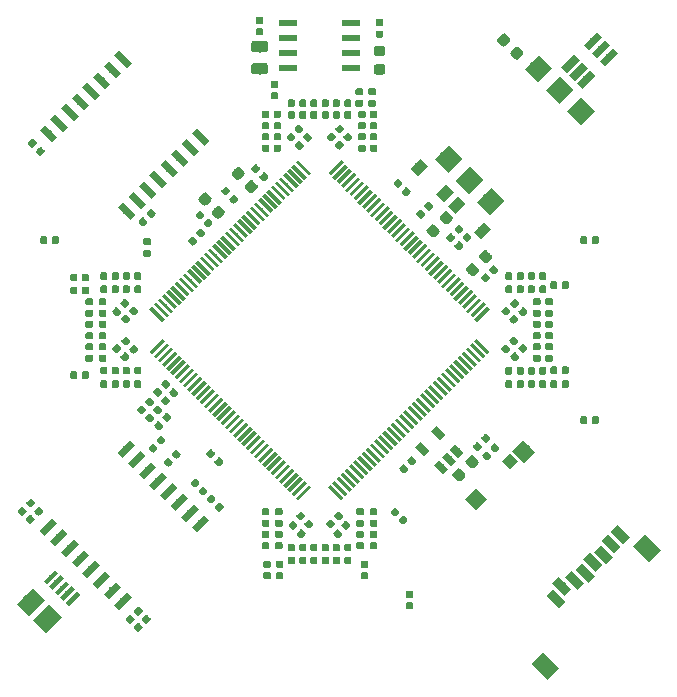
<source format=gbr>
G04 #@! TF.GenerationSoftware,KiCad,Pcbnew,5.0.2-bee76a0~70~ubuntu16.04.1*
G04 #@! TF.CreationDate,2019-08-03T19:39:48+03:00*
G04 #@! TF.ProjectId,FreeEEG32-alpha1.5,46726565-4545-4473-9332-2d616c706861,rev?*
G04 #@! TF.SameCoordinates,Original*
G04 #@! TF.FileFunction,Paste,Bot*
G04 #@! TF.FilePolarity,Positive*
%FSLAX46Y46*%
G04 Gerber Fmt 4.6, Leading zero omitted, Abs format (unit mm)*
G04 Created by KiCad (PCBNEW 5.0.2-bee76a0~70~ubuntu16.04.1) date Сб 03 авг 2019 19:39:48*
%MOMM*%
%LPD*%
G01*
G04 APERTURE LIST*
%ADD10C,1.600000*%
%ADD11C,0.100000*%
%ADD12R,1.550000X0.600000*%
%ADD13C,0.910000*%
%ADD14C,0.950000*%
%ADD15C,0.800000*%
%ADD16C,1.300000*%
%ADD17C,1.400000*%
%ADD18C,1.500000*%
%ADD19C,0.400000*%
%ADD20C,0.875000*%
%ADD21C,0.600000*%
%ADD22C,0.300000*%
%ADD23C,0.590000*%
%ADD24C,0.650000*%
%ADD25C,0.975000*%
G04 APERTURE END LIST*
D10*
G04 #@! TO.C,T1*
X162691623Y-87308377D03*
D11*
G36*
X162726978Y-86141651D02*
X163858349Y-87273022D01*
X162656268Y-88475103D01*
X161524897Y-87343732D01*
X162726978Y-86141651D01*
X162726978Y-86141651D01*
G37*
D10*
X160895572Y-85512325D03*
D11*
G36*
X160930927Y-84345599D02*
X162062298Y-85476970D01*
X160860217Y-86679051D01*
X159728846Y-85547680D01*
X160930927Y-84345599D01*
X160930927Y-84345599D01*
G37*
D10*
X164487675Y-89104428D03*
D11*
G36*
X164523030Y-87937702D02*
X165654401Y-89069073D01*
X164452320Y-90271154D01*
X163320949Y-89139783D01*
X164523030Y-87937702D01*
X164523030Y-87937702D01*
G37*
D10*
X172124428Y-81467675D03*
D11*
G36*
X172159783Y-80300949D02*
X173291154Y-81432320D01*
X172089073Y-82634401D01*
X170957702Y-81503030D01*
X172159783Y-80300949D01*
X172159783Y-80300949D01*
G37*
D10*
X168532325Y-77875572D03*
D11*
G36*
X168567680Y-76708846D02*
X169699051Y-77840217D01*
X168496970Y-79042298D01*
X167365599Y-77910927D01*
X168567680Y-76708846D01*
X168567680Y-76708846D01*
G37*
D10*
X170328377Y-79671623D03*
D11*
G36*
X170363732Y-78504897D02*
X171495103Y-79636268D01*
X170293022Y-80838349D01*
X169161651Y-79706978D01*
X170363732Y-78504897D01*
X170363732Y-78504897D01*
G37*
G04 #@! TD*
D12*
G04 #@! TO.C,U7*
X147300000Y-73965000D03*
X147300000Y-75235000D03*
X147300000Y-76505000D03*
X147300000Y-77775000D03*
X152700000Y-77775000D03*
X152700000Y-76505000D03*
X152700000Y-75235000D03*
X152700000Y-73965000D03*
G04 #@! TD*
D13*
G04 #@! TO.C,D2*
X163785409Y-91579153D03*
D11*
G36*
X163032340Y-91688755D02*
X163895011Y-90826084D01*
X164538478Y-91469551D01*
X163675807Y-92332222D01*
X163032340Y-91688755D01*
X163032340Y-91688755D01*
G37*
D13*
X161614591Y-89408335D03*
D11*
G36*
X160861522Y-89517937D02*
X161724193Y-88655266D01*
X162367660Y-89298733D01*
X161504989Y-90161404D01*
X160861522Y-89517937D01*
X160861522Y-89517937D01*
G37*
G04 #@! TD*
D14*
G04 #@! TO.C,U13*
X166130791Y-111098880D03*
D11*
G36*
X166148469Y-110409451D02*
X166820220Y-111081202D01*
X166113113Y-111788309D01*
X165441362Y-111116558D01*
X166148469Y-110409451D01*
X166148469Y-110409451D01*
G37*
D15*
X175450458Y-117307278D03*
D11*
G36*
X175202971Y-116494105D02*
X176263631Y-117554765D01*
X175697945Y-118120451D01*
X174637285Y-117059791D01*
X175202971Y-116494105D01*
X175202971Y-116494105D01*
G37*
D15*
X174672640Y-118085095D03*
D11*
G36*
X174425153Y-117271922D02*
X175485813Y-118332582D01*
X174920127Y-118898268D01*
X173859467Y-117837608D01*
X174425153Y-117271922D01*
X174425153Y-117271922D01*
G37*
D15*
X174036244Y-119004334D03*
D11*
G36*
X173788757Y-118191161D02*
X174849417Y-119251821D01*
X174283731Y-119817507D01*
X173223071Y-118756847D01*
X173788757Y-118191161D01*
X173788757Y-118191161D01*
G37*
D15*
X173117006Y-119640730D03*
D11*
G36*
X172869519Y-118827557D02*
X173930179Y-119888217D01*
X173364493Y-120453903D01*
X172303833Y-119393243D01*
X172869519Y-118827557D01*
X172869519Y-118827557D01*
G37*
D15*
X172480609Y-120559969D03*
D11*
G36*
X172233122Y-119746796D02*
X173293782Y-120807456D01*
X172728096Y-121373142D01*
X171667436Y-120312482D01*
X172233122Y-119746796D01*
X172233122Y-119746796D01*
G37*
D15*
X171561371Y-121196365D03*
D11*
G36*
X171313884Y-120383192D02*
X172374544Y-121443852D01*
X171808858Y-122009538D01*
X170748198Y-120948878D01*
X171313884Y-120383192D01*
X171313884Y-120383192D01*
G37*
D15*
X170500710Y-121691340D03*
D11*
G36*
X170253223Y-120878167D02*
X171313883Y-121938827D01*
X170748197Y-122504513D01*
X169687537Y-121443853D01*
X170253223Y-120878167D01*
X170253223Y-120878167D01*
G37*
D15*
X170005736Y-122752000D03*
D11*
G36*
X169758249Y-121938827D02*
X170818909Y-122999487D01*
X170253223Y-123565173D01*
X169192563Y-122504513D01*
X169758249Y-121938827D01*
X169758249Y-121938827D01*
G37*
D16*
X167269232Y-110271565D03*
D11*
G36*
X167233877Y-109316971D02*
X168223826Y-110306920D01*
X167304587Y-111226159D01*
X166314638Y-110236210D01*
X167233877Y-109316971D01*
X167233877Y-109316971D01*
G37*
D16*
X163238724Y-114302074D03*
D11*
G36*
X163203369Y-113347480D02*
X164193318Y-114337429D01*
X163274079Y-115256668D01*
X162284130Y-114266719D01*
X163203369Y-113347480D01*
X163203369Y-113347480D01*
G37*
D17*
X177699058Y-118438649D03*
D11*
G36*
X177522281Y-117271923D02*
X178865784Y-118615426D01*
X177875835Y-119605375D01*
X176532332Y-118261872D01*
X177522281Y-117271923D01*
X177522281Y-117271923D01*
G37*
D17*
X169107710Y-128444210D03*
D11*
G36*
X168930933Y-127277484D02*
X170274436Y-128620987D01*
X169284487Y-129610936D01*
X167940984Y-128267433D01*
X168930933Y-127277484D01*
X168930933Y-127277484D01*
G37*
G04 #@! TD*
D18*
G04 #@! TO.C,J51*
X126972062Y-124442151D03*
D11*
G36*
X128174144Y-124300730D02*
X126830641Y-125644233D01*
X125769980Y-124583572D01*
X127113483Y-123240069D01*
X128174144Y-124300730D01*
X128174144Y-124300730D01*
G37*
D19*
X128174144Y-121825856D03*
D11*
G36*
X128792862Y-121489980D02*
X127838268Y-122444574D01*
X127555426Y-122161732D01*
X128510020Y-121207138D01*
X128792862Y-121489980D01*
X128792862Y-121489980D01*
G37*
D19*
X127714524Y-121366237D03*
D11*
G36*
X128333242Y-121030361D02*
X127378648Y-121984955D01*
X127095806Y-121702113D01*
X128050400Y-120747519D01*
X128333242Y-121030361D01*
X128333242Y-121030361D01*
G37*
D19*
X127254905Y-120906618D03*
D11*
G36*
X127873623Y-120570742D02*
X126919029Y-121525336D01*
X126636187Y-121242494D01*
X127590781Y-120287900D01*
X127873623Y-120570742D01*
X127873623Y-120570742D01*
G37*
D19*
X129093382Y-122745095D03*
D11*
G36*
X129712100Y-122409219D02*
X128757506Y-123363813D01*
X128474664Y-123080971D01*
X129429258Y-122126377D01*
X129712100Y-122409219D01*
X129712100Y-122409219D01*
G37*
D19*
X128633763Y-122285476D03*
D11*
G36*
X129252481Y-121949600D02*
X128297887Y-122904194D01*
X128015045Y-122621352D01*
X128969639Y-121666758D01*
X129252481Y-121949600D01*
X129252481Y-121949600D01*
G37*
D18*
X125557849Y-123027938D03*
D11*
G36*
X126759931Y-122886517D02*
X125416428Y-124230020D01*
X124355767Y-123169359D01*
X125699270Y-121825856D01*
X126759931Y-122886517D01*
X126759931Y-122886517D01*
G37*
G04 #@! TD*
G04 #@! TO.C,C104*
G36*
X164050723Y-93238461D02*
X164071958Y-93241611D01*
X164092782Y-93246827D01*
X164112994Y-93254059D01*
X164132400Y-93263238D01*
X164150813Y-93274274D01*
X164168056Y-93287062D01*
X164183962Y-93301478D01*
X164546355Y-93663871D01*
X164560771Y-93679777D01*
X164573559Y-93697020D01*
X164584595Y-93715433D01*
X164593774Y-93734839D01*
X164601006Y-93755051D01*
X164606222Y-93775875D01*
X164609372Y-93797110D01*
X164610425Y-93818551D01*
X164609372Y-93839992D01*
X164606222Y-93861227D01*
X164601006Y-93882051D01*
X164593774Y-93902263D01*
X164584595Y-93921669D01*
X164573559Y-93940082D01*
X164560771Y-93957325D01*
X164546355Y-93973231D01*
X164236996Y-94282590D01*
X164221090Y-94297006D01*
X164203847Y-94309794D01*
X164185434Y-94320830D01*
X164166028Y-94330009D01*
X164145816Y-94337241D01*
X164124992Y-94342457D01*
X164103757Y-94345607D01*
X164082316Y-94346660D01*
X164060875Y-94345607D01*
X164039640Y-94342457D01*
X164018816Y-94337241D01*
X163998604Y-94330009D01*
X163979198Y-94320830D01*
X163960785Y-94309794D01*
X163943542Y-94297006D01*
X163927636Y-94282590D01*
X163565243Y-93920197D01*
X163550827Y-93904291D01*
X163538039Y-93887048D01*
X163527003Y-93868635D01*
X163517824Y-93849229D01*
X163510592Y-93829017D01*
X163505376Y-93808193D01*
X163502226Y-93786958D01*
X163501173Y-93765517D01*
X163502226Y-93744076D01*
X163505376Y-93722841D01*
X163510592Y-93702017D01*
X163517824Y-93681805D01*
X163527003Y-93662399D01*
X163538039Y-93643986D01*
X163550827Y-93626743D01*
X163565243Y-93610837D01*
X163874602Y-93301478D01*
X163890508Y-93287062D01*
X163907751Y-93274274D01*
X163926164Y-93263238D01*
X163945570Y-93254059D01*
X163965782Y-93246827D01*
X163986606Y-93241611D01*
X164007841Y-93238461D01*
X164029282Y-93237408D01*
X164050723Y-93238461D01*
X164050723Y-93238461D01*
G37*
D20*
X164055799Y-93792034D03*
D11*
G36*
X162937029Y-94352155D02*
X162958264Y-94355305D01*
X162979088Y-94360521D01*
X162999300Y-94367753D01*
X163018706Y-94376932D01*
X163037119Y-94387968D01*
X163054362Y-94400756D01*
X163070268Y-94415172D01*
X163432661Y-94777565D01*
X163447077Y-94793471D01*
X163459865Y-94810714D01*
X163470901Y-94829127D01*
X163480080Y-94848533D01*
X163487312Y-94868745D01*
X163492528Y-94889569D01*
X163495678Y-94910804D01*
X163496731Y-94932245D01*
X163495678Y-94953686D01*
X163492528Y-94974921D01*
X163487312Y-94995745D01*
X163480080Y-95015957D01*
X163470901Y-95035363D01*
X163459865Y-95053776D01*
X163447077Y-95071019D01*
X163432661Y-95086925D01*
X163123302Y-95396284D01*
X163107396Y-95410700D01*
X163090153Y-95423488D01*
X163071740Y-95434524D01*
X163052334Y-95443703D01*
X163032122Y-95450935D01*
X163011298Y-95456151D01*
X162990063Y-95459301D01*
X162968622Y-95460354D01*
X162947181Y-95459301D01*
X162925946Y-95456151D01*
X162905122Y-95450935D01*
X162884910Y-95443703D01*
X162865504Y-95434524D01*
X162847091Y-95423488D01*
X162829848Y-95410700D01*
X162813942Y-95396284D01*
X162451549Y-95033891D01*
X162437133Y-95017985D01*
X162424345Y-95000742D01*
X162413309Y-94982329D01*
X162404130Y-94962923D01*
X162396898Y-94942711D01*
X162391682Y-94921887D01*
X162388532Y-94900652D01*
X162387479Y-94879211D01*
X162388532Y-94857770D01*
X162391682Y-94836535D01*
X162396898Y-94815711D01*
X162404130Y-94795499D01*
X162413309Y-94776093D01*
X162424345Y-94757680D01*
X162437133Y-94740437D01*
X162451549Y-94724531D01*
X162760908Y-94415172D01*
X162776814Y-94400756D01*
X162794057Y-94387968D01*
X162812470Y-94376932D01*
X162831876Y-94367753D01*
X162852088Y-94360521D01*
X162872912Y-94355305D01*
X162894147Y-94352155D01*
X162915588Y-94351102D01*
X162937029Y-94352155D01*
X162937029Y-94352155D01*
G37*
D20*
X162942105Y-94905728D03*
G04 #@! TD*
D21*
G04 #@! TO.C,U17*
X133345043Y-122941136D03*
D11*
G36*
X133026845Y-123683598D02*
X132602581Y-123259334D01*
X133663241Y-122198674D01*
X134087505Y-122622938D01*
X133026845Y-123683598D01*
X133026845Y-123683598D01*
G37*
D21*
X132447017Y-122043111D03*
D11*
G36*
X132128819Y-122785573D02*
X131704555Y-122361309D01*
X132765215Y-121300649D01*
X133189479Y-121724913D01*
X132128819Y-122785573D01*
X132128819Y-122785573D01*
G37*
D21*
X131548992Y-121145085D03*
D11*
G36*
X131230794Y-121887547D02*
X130806530Y-121463283D01*
X131867190Y-120402623D01*
X132291454Y-120826887D01*
X131230794Y-121887547D01*
X131230794Y-121887547D01*
G37*
D21*
X130650966Y-120247059D03*
D11*
G36*
X130332768Y-120989521D02*
X129908504Y-120565257D01*
X130969164Y-119504597D01*
X131393428Y-119928861D01*
X130332768Y-120989521D01*
X130332768Y-120989521D01*
G37*
D21*
X129752941Y-119349034D03*
D11*
G36*
X129434743Y-120091496D02*
X129010479Y-119667232D01*
X130071139Y-118606572D01*
X130495403Y-119030836D01*
X129434743Y-120091496D01*
X129434743Y-120091496D01*
G37*
D21*
X128854915Y-118451008D03*
D11*
G36*
X128536717Y-119193470D02*
X128112453Y-118769206D01*
X129173113Y-117708546D01*
X129597377Y-118132810D01*
X128536717Y-119193470D01*
X128536717Y-119193470D01*
G37*
D21*
X127956889Y-117552983D03*
D11*
G36*
X127638691Y-118295445D02*
X127214427Y-117871181D01*
X128275087Y-116810521D01*
X128699351Y-117234785D01*
X127638691Y-118295445D01*
X127638691Y-118295445D01*
G37*
D21*
X127058864Y-116654957D03*
D11*
G36*
X126740666Y-117397419D02*
X126316402Y-116973155D01*
X127377062Y-115912495D01*
X127801326Y-116336759D01*
X126740666Y-117397419D01*
X126740666Y-117397419D01*
G37*
D21*
X133634957Y-110078864D03*
D11*
G36*
X133316759Y-110821326D02*
X132892495Y-110397062D01*
X133953155Y-109336402D01*
X134377419Y-109760666D01*
X133316759Y-110821326D01*
X133316759Y-110821326D01*
G37*
D21*
X134532983Y-110976889D03*
D11*
G36*
X134214785Y-111719351D02*
X133790521Y-111295087D01*
X134851181Y-110234427D01*
X135275445Y-110658691D01*
X134214785Y-111719351D01*
X134214785Y-111719351D01*
G37*
D21*
X135431008Y-111874915D03*
D11*
G36*
X135112810Y-112617377D02*
X134688546Y-112193113D01*
X135749206Y-111132453D01*
X136173470Y-111556717D01*
X135112810Y-112617377D01*
X135112810Y-112617377D01*
G37*
D21*
X136329034Y-112772941D03*
D11*
G36*
X136010836Y-113515403D02*
X135586572Y-113091139D01*
X136647232Y-112030479D01*
X137071496Y-112454743D01*
X136010836Y-113515403D01*
X136010836Y-113515403D01*
G37*
D21*
X137227059Y-113670966D03*
D11*
G36*
X136908861Y-114413428D02*
X136484597Y-113989164D01*
X137545257Y-112928504D01*
X137969521Y-113352768D01*
X136908861Y-114413428D01*
X136908861Y-114413428D01*
G37*
D21*
X138125085Y-114568992D03*
D11*
G36*
X137806887Y-115311454D02*
X137382623Y-114887190D01*
X138443283Y-113826530D01*
X138867547Y-114250794D01*
X137806887Y-115311454D01*
X137806887Y-115311454D01*
G37*
D21*
X139023111Y-115467017D03*
D11*
G36*
X138704913Y-116209479D02*
X138280649Y-115785215D01*
X139341309Y-114724555D01*
X139765573Y-115148819D01*
X138704913Y-116209479D01*
X138704913Y-116209479D01*
G37*
D21*
X139921136Y-116365043D03*
D11*
G36*
X139602938Y-117107505D02*
X139178674Y-116683241D01*
X140239334Y-115622581D01*
X140663598Y-116046845D01*
X139602938Y-117107505D01*
X139602938Y-117107505D01*
G37*
G04 #@! TD*
D22*
G04 #@! TO.C,U9*
X151378858Y-113753227D03*
D11*
G36*
X150724784Y-113311285D02*
X150936916Y-113099153D01*
X152032932Y-114195169D01*
X151820800Y-114407301D01*
X150724784Y-113311285D01*
X150724784Y-113311285D01*
G37*
D22*
X151732412Y-113399674D03*
D11*
G36*
X151078338Y-112957732D02*
X151290470Y-112745600D01*
X152386486Y-113841616D01*
X152174354Y-114053748D01*
X151078338Y-112957732D01*
X151078338Y-112957732D01*
G37*
D22*
X152085965Y-113046120D03*
D11*
G36*
X151431891Y-112604178D02*
X151644023Y-112392046D01*
X152740039Y-113488062D01*
X152527907Y-113700194D01*
X151431891Y-112604178D01*
X151431891Y-112604178D01*
G37*
D22*
X152439518Y-112692567D03*
D11*
G36*
X151785444Y-112250625D02*
X151997576Y-112038493D01*
X153093592Y-113134509D01*
X152881460Y-113346641D01*
X151785444Y-112250625D01*
X151785444Y-112250625D01*
G37*
D22*
X152793072Y-112339013D03*
D11*
G36*
X152138998Y-111897071D02*
X152351130Y-111684939D01*
X153447146Y-112780955D01*
X153235014Y-112993087D01*
X152138998Y-111897071D01*
X152138998Y-111897071D01*
G37*
D22*
X153146625Y-111985460D03*
D11*
G36*
X152492551Y-111543518D02*
X152704683Y-111331386D01*
X153800699Y-112427402D01*
X153588567Y-112639534D01*
X152492551Y-111543518D01*
X152492551Y-111543518D01*
G37*
D22*
X153500179Y-111631907D03*
D11*
G36*
X152846105Y-111189965D02*
X153058237Y-110977833D01*
X154154253Y-112073849D01*
X153942121Y-112285981D01*
X152846105Y-111189965D01*
X152846105Y-111189965D01*
G37*
D22*
X153853732Y-111278353D03*
D11*
G36*
X153199658Y-110836411D02*
X153411790Y-110624279D01*
X154507806Y-111720295D01*
X154295674Y-111932427D01*
X153199658Y-110836411D01*
X153199658Y-110836411D01*
G37*
D22*
X154207285Y-110924800D03*
D11*
G36*
X153553211Y-110482858D02*
X153765343Y-110270726D01*
X154861359Y-111366742D01*
X154649227Y-111578874D01*
X153553211Y-110482858D01*
X153553211Y-110482858D01*
G37*
D22*
X154560839Y-110571246D03*
D11*
G36*
X153906765Y-110129304D02*
X154118897Y-109917172D01*
X155214913Y-111013188D01*
X155002781Y-111225320D01*
X153906765Y-110129304D01*
X153906765Y-110129304D01*
G37*
D22*
X154914392Y-110217693D03*
D11*
G36*
X154260318Y-109775751D02*
X154472450Y-109563619D01*
X155568466Y-110659635D01*
X155356334Y-110871767D01*
X154260318Y-109775751D01*
X154260318Y-109775751D01*
G37*
D22*
X155267946Y-109864140D03*
D11*
G36*
X154613872Y-109422198D02*
X154826004Y-109210066D01*
X155922020Y-110306082D01*
X155709888Y-110518214D01*
X154613872Y-109422198D01*
X154613872Y-109422198D01*
G37*
D22*
X155621499Y-109510586D03*
D11*
G36*
X154967425Y-109068644D02*
X155179557Y-108856512D01*
X156275573Y-109952528D01*
X156063441Y-110164660D01*
X154967425Y-109068644D01*
X154967425Y-109068644D01*
G37*
D22*
X155975052Y-109157033D03*
D11*
G36*
X155320978Y-108715091D02*
X155533110Y-108502959D01*
X156629126Y-109598975D01*
X156416994Y-109811107D01*
X155320978Y-108715091D01*
X155320978Y-108715091D01*
G37*
D22*
X156328606Y-108803479D03*
D11*
G36*
X155674532Y-108361537D02*
X155886664Y-108149405D01*
X156982680Y-109245421D01*
X156770548Y-109457553D01*
X155674532Y-108361537D01*
X155674532Y-108361537D01*
G37*
D22*
X156682159Y-108449926D03*
D11*
G36*
X156028085Y-108007984D02*
X156240217Y-107795852D01*
X157336233Y-108891868D01*
X157124101Y-109104000D01*
X156028085Y-108007984D01*
X156028085Y-108007984D01*
G37*
D22*
X157035712Y-108096373D03*
D11*
G36*
X156381638Y-107654431D02*
X156593770Y-107442299D01*
X157689786Y-108538315D01*
X157477654Y-108750447D01*
X156381638Y-107654431D01*
X156381638Y-107654431D01*
G37*
D22*
X157389266Y-107742819D03*
D11*
G36*
X156735192Y-107300877D02*
X156947324Y-107088745D01*
X158043340Y-108184761D01*
X157831208Y-108396893D01*
X156735192Y-107300877D01*
X156735192Y-107300877D01*
G37*
D22*
X157742819Y-107389266D03*
D11*
G36*
X157088745Y-106947324D02*
X157300877Y-106735192D01*
X158396893Y-107831208D01*
X158184761Y-108043340D01*
X157088745Y-106947324D01*
X157088745Y-106947324D01*
G37*
D22*
X158096373Y-107035712D03*
D11*
G36*
X157442299Y-106593770D02*
X157654431Y-106381638D01*
X158750447Y-107477654D01*
X158538315Y-107689786D01*
X157442299Y-106593770D01*
X157442299Y-106593770D01*
G37*
D22*
X158449926Y-106682159D03*
D11*
G36*
X157795852Y-106240217D02*
X158007984Y-106028085D01*
X159104000Y-107124101D01*
X158891868Y-107336233D01*
X157795852Y-106240217D01*
X157795852Y-106240217D01*
G37*
D22*
X158803479Y-106328606D03*
D11*
G36*
X158149405Y-105886664D02*
X158361537Y-105674532D01*
X159457553Y-106770548D01*
X159245421Y-106982680D01*
X158149405Y-105886664D01*
X158149405Y-105886664D01*
G37*
D22*
X159157033Y-105975052D03*
D11*
G36*
X158502959Y-105533110D02*
X158715091Y-105320978D01*
X159811107Y-106416994D01*
X159598975Y-106629126D01*
X158502959Y-105533110D01*
X158502959Y-105533110D01*
G37*
D22*
X159510586Y-105621499D03*
D11*
G36*
X158856512Y-105179557D02*
X159068644Y-104967425D01*
X160164660Y-106063441D01*
X159952528Y-106275573D01*
X158856512Y-105179557D01*
X158856512Y-105179557D01*
G37*
D22*
X159864140Y-105267946D03*
D11*
G36*
X159210066Y-104826004D02*
X159422198Y-104613872D01*
X160518214Y-105709888D01*
X160306082Y-105922020D01*
X159210066Y-104826004D01*
X159210066Y-104826004D01*
G37*
D22*
X160217693Y-104914392D03*
D11*
G36*
X159563619Y-104472450D02*
X159775751Y-104260318D01*
X160871767Y-105356334D01*
X160659635Y-105568466D01*
X159563619Y-104472450D01*
X159563619Y-104472450D01*
G37*
D22*
X160571246Y-104560839D03*
D11*
G36*
X159917172Y-104118897D02*
X160129304Y-103906765D01*
X161225320Y-105002781D01*
X161013188Y-105214913D01*
X159917172Y-104118897D01*
X159917172Y-104118897D01*
G37*
D22*
X160924800Y-104207285D03*
D11*
G36*
X160270726Y-103765343D02*
X160482858Y-103553211D01*
X161578874Y-104649227D01*
X161366742Y-104861359D01*
X160270726Y-103765343D01*
X160270726Y-103765343D01*
G37*
D22*
X161278353Y-103853732D03*
D11*
G36*
X160624279Y-103411790D02*
X160836411Y-103199658D01*
X161932427Y-104295674D01*
X161720295Y-104507806D01*
X160624279Y-103411790D01*
X160624279Y-103411790D01*
G37*
D22*
X161631907Y-103500179D03*
D11*
G36*
X160977833Y-103058237D02*
X161189965Y-102846105D01*
X162285981Y-103942121D01*
X162073849Y-104154253D01*
X160977833Y-103058237D01*
X160977833Y-103058237D01*
G37*
D22*
X161985460Y-103146625D03*
D11*
G36*
X161331386Y-102704683D02*
X161543518Y-102492551D01*
X162639534Y-103588567D01*
X162427402Y-103800699D01*
X161331386Y-102704683D01*
X161331386Y-102704683D01*
G37*
D22*
X162339013Y-102793072D03*
D11*
G36*
X161684939Y-102351130D02*
X161897071Y-102138998D01*
X162993087Y-103235014D01*
X162780955Y-103447146D01*
X161684939Y-102351130D01*
X161684939Y-102351130D01*
G37*
D22*
X162692567Y-102439518D03*
D11*
G36*
X162038493Y-101997576D02*
X162250625Y-101785444D01*
X163346641Y-102881460D01*
X163134509Y-103093592D01*
X162038493Y-101997576D01*
X162038493Y-101997576D01*
G37*
D22*
X163046120Y-102085965D03*
D11*
G36*
X162392046Y-101644023D02*
X162604178Y-101431891D01*
X163700194Y-102527907D01*
X163488062Y-102740039D01*
X162392046Y-101644023D01*
X162392046Y-101644023D01*
G37*
D22*
X163399674Y-101732412D03*
D11*
G36*
X162745600Y-101290470D02*
X162957732Y-101078338D01*
X164053748Y-102174354D01*
X163841616Y-102386486D01*
X162745600Y-101290470D01*
X162745600Y-101290470D01*
G37*
D22*
X163753227Y-101378858D03*
D11*
G36*
X163099153Y-100936916D02*
X163311285Y-100724784D01*
X164407301Y-101820800D01*
X164195169Y-102032932D01*
X163099153Y-100936916D01*
X163099153Y-100936916D01*
G37*
D22*
X163753227Y-98621142D03*
D11*
G36*
X163311285Y-99275216D02*
X163099153Y-99063084D01*
X164195169Y-97967068D01*
X164407301Y-98179200D01*
X163311285Y-99275216D01*
X163311285Y-99275216D01*
G37*
D22*
X163399674Y-98267588D03*
D11*
G36*
X162957732Y-98921662D02*
X162745600Y-98709530D01*
X163841616Y-97613514D01*
X164053748Y-97825646D01*
X162957732Y-98921662D01*
X162957732Y-98921662D01*
G37*
D22*
X163046120Y-97914035D03*
D11*
G36*
X162604178Y-98568109D02*
X162392046Y-98355977D01*
X163488062Y-97259961D01*
X163700194Y-97472093D01*
X162604178Y-98568109D01*
X162604178Y-98568109D01*
G37*
D22*
X162692567Y-97560482D03*
D11*
G36*
X162250625Y-98214556D02*
X162038493Y-98002424D01*
X163134509Y-96906408D01*
X163346641Y-97118540D01*
X162250625Y-98214556D01*
X162250625Y-98214556D01*
G37*
D22*
X162339013Y-97206928D03*
D11*
G36*
X161897071Y-97861002D02*
X161684939Y-97648870D01*
X162780955Y-96552854D01*
X162993087Y-96764986D01*
X161897071Y-97861002D01*
X161897071Y-97861002D01*
G37*
D22*
X161985460Y-96853375D03*
D11*
G36*
X161543518Y-97507449D02*
X161331386Y-97295317D01*
X162427402Y-96199301D01*
X162639534Y-96411433D01*
X161543518Y-97507449D01*
X161543518Y-97507449D01*
G37*
D22*
X161631907Y-96499821D03*
D11*
G36*
X161189965Y-97153895D02*
X160977833Y-96941763D01*
X162073849Y-95845747D01*
X162285981Y-96057879D01*
X161189965Y-97153895D01*
X161189965Y-97153895D01*
G37*
D22*
X161278353Y-96146268D03*
D11*
G36*
X160836411Y-96800342D02*
X160624279Y-96588210D01*
X161720295Y-95492194D01*
X161932427Y-95704326D01*
X160836411Y-96800342D01*
X160836411Y-96800342D01*
G37*
D22*
X160924800Y-95792715D03*
D11*
G36*
X160482858Y-96446789D02*
X160270726Y-96234657D01*
X161366742Y-95138641D01*
X161578874Y-95350773D01*
X160482858Y-96446789D01*
X160482858Y-96446789D01*
G37*
D22*
X160571246Y-95439161D03*
D11*
G36*
X160129304Y-96093235D02*
X159917172Y-95881103D01*
X161013188Y-94785087D01*
X161225320Y-94997219D01*
X160129304Y-96093235D01*
X160129304Y-96093235D01*
G37*
D22*
X160217693Y-95085608D03*
D11*
G36*
X159775751Y-95739682D02*
X159563619Y-95527550D01*
X160659635Y-94431534D01*
X160871767Y-94643666D01*
X159775751Y-95739682D01*
X159775751Y-95739682D01*
G37*
D22*
X159864140Y-94732054D03*
D11*
G36*
X159422198Y-95386128D02*
X159210066Y-95173996D01*
X160306082Y-94077980D01*
X160518214Y-94290112D01*
X159422198Y-95386128D01*
X159422198Y-95386128D01*
G37*
D22*
X159510586Y-94378501D03*
D11*
G36*
X159068644Y-95032575D02*
X158856512Y-94820443D01*
X159952528Y-93724427D01*
X160164660Y-93936559D01*
X159068644Y-95032575D01*
X159068644Y-95032575D01*
G37*
D22*
X159157033Y-94024948D03*
D11*
G36*
X158715091Y-94679022D02*
X158502959Y-94466890D01*
X159598975Y-93370874D01*
X159811107Y-93583006D01*
X158715091Y-94679022D01*
X158715091Y-94679022D01*
G37*
D22*
X158803479Y-93671394D03*
D11*
G36*
X158361537Y-94325468D02*
X158149405Y-94113336D01*
X159245421Y-93017320D01*
X159457553Y-93229452D01*
X158361537Y-94325468D01*
X158361537Y-94325468D01*
G37*
D22*
X158449926Y-93317841D03*
D11*
G36*
X158007984Y-93971915D02*
X157795852Y-93759783D01*
X158891868Y-92663767D01*
X159104000Y-92875899D01*
X158007984Y-93971915D01*
X158007984Y-93971915D01*
G37*
D22*
X158096373Y-92964288D03*
D11*
G36*
X157654431Y-93618362D02*
X157442299Y-93406230D01*
X158538315Y-92310214D01*
X158750447Y-92522346D01*
X157654431Y-93618362D01*
X157654431Y-93618362D01*
G37*
D22*
X157742819Y-92610734D03*
D11*
G36*
X157300877Y-93264808D02*
X157088745Y-93052676D01*
X158184761Y-91956660D01*
X158396893Y-92168792D01*
X157300877Y-93264808D01*
X157300877Y-93264808D01*
G37*
D22*
X157389266Y-92257181D03*
D11*
G36*
X156947324Y-92911255D02*
X156735192Y-92699123D01*
X157831208Y-91603107D01*
X158043340Y-91815239D01*
X156947324Y-92911255D01*
X156947324Y-92911255D01*
G37*
D22*
X157035712Y-91903627D03*
D11*
G36*
X156593770Y-92557701D02*
X156381638Y-92345569D01*
X157477654Y-91249553D01*
X157689786Y-91461685D01*
X156593770Y-92557701D01*
X156593770Y-92557701D01*
G37*
D22*
X156682159Y-91550074D03*
D11*
G36*
X156240217Y-92204148D02*
X156028085Y-91992016D01*
X157124101Y-90896000D01*
X157336233Y-91108132D01*
X156240217Y-92204148D01*
X156240217Y-92204148D01*
G37*
D22*
X156328606Y-91196521D03*
D11*
G36*
X155886664Y-91850595D02*
X155674532Y-91638463D01*
X156770548Y-90542447D01*
X156982680Y-90754579D01*
X155886664Y-91850595D01*
X155886664Y-91850595D01*
G37*
D22*
X155975052Y-90842967D03*
D11*
G36*
X155533110Y-91497041D02*
X155320978Y-91284909D01*
X156416994Y-90188893D01*
X156629126Y-90401025D01*
X155533110Y-91497041D01*
X155533110Y-91497041D01*
G37*
D22*
X155621499Y-90489414D03*
D11*
G36*
X155179557Y-91143488D02*
X154967425Y-90931356D01*
X156063441Y-89835340D01*
X156275573Y-90047472D01*
X155179557Y-91143488D01*
X155179557Y-91143488D01*
G37*
D22*
X155267946Y-90135860D03*
D11*
G36*
X154826004Y-90789934D02*
X154613872Y-90577802D01*
X155709888Y-89481786D01*
X155922020Y-89693918D01*
X154826004Y-90789934D01*
X154826004Y-90789934D01*
G37*
D22*
X154914392Y-89782307D03*
D11*
G36*
X154472450Y-90436381D02*
X154260318Y-90224249D01*
X155356334Y-89128233D01*
X155568466Y-89340365D01*
X154472450Y-90436381D01*
X154472450Y-90436381D01*
G37*
D22*
X154560839Y-89428754D03*
D11*
G36*
X154118897Y-90082828D02*
X153906765Y-89870696D01*
X155002781Y-88774680D01*
X155214913Y-88986812D01*
X154118897Y-90082828D01*
X154118897Y-90082828D01*
G37*
D22*
X154207285Y-89075200D03*
D11*
G36*
X153765343Y-89729274D02*
X153553211Y-89517142D01*
X154649227Y-88421126D01*
X154861359Y-88633258D01*
X153765343Y-89729274D01*
X153765343Y-89729274D01*
G37*
D22*
X153853732Y-88721647D03*
D11*
G36*
X153411790Y-89375721D02*
X153199658Y-89163589D01*
X154295674Y-88067573D01*
X154507806Y-88279705D01*
X153411790Y-89375721D01*
X153411790Y-89375721D01*
G37*
D22*
X153500179Y-88368093D03*
D11*
G36*
X153058237Y-89022167D02*
X152846105Y-88810035D01*
X153942121Y-87714019D01*
X154154253Y-87926151D01*
X153058237Y-89022167D01*
X153058237Y-89022167D01*
G37*
D22*
X153146625Y-88014540D03*
D11*
G36*
X152704683Y-88668614D02*
X152492551Y-88456482D01*
X153588567Y-87360466D01*
X153800699Y-87572598D01*
X152704683Y-88668614D01*
X152704683Y-88668614D01*
G37*
D22*
X152793072Y-87660987D03*
D11*
G36*
X152351130Y-88315061D02*
X152138998Y-88102929D01*
X153235014Y-87006913D01*
X153447146Y-87219045D01*
X152351130Y-88315061D01*
X152351130Y-88315061D01*
G37*
D22*
X152439518Y-87307433D03*
D11*
G36*
X151997576Y-87961507D02*
X151785444Y-87749375D01*
X152881460Y-86653359D01*
X153093592Y-86865491D01*
X151997576Y-87961507D01*
X151997576Y-87961507D01*
G37*
D22*
X152085965Y-86953880D03*
D11*
G36*
X151644023Y-87607954D02*
X151431891Y-87395822D01*
X152527907Y-86299806D01*
X152740039Y-86511938D01*
X151644023Y-87607954D01*
X151644023Y-87607954D01*
G37*
D22*
X151732412Y-86600326D03*
D11*
G36*
X151290470Y-87254400D02*
X151078338Y-87042268D01*
X152174354Y-85946252D01*
X152386486Y-86158384D01*
X151290470Y-87254400D01*
X151290470Y-87254400D01*
G37*
D22*
X151378858Y-86246773D03*
D11*
G36*
X150936916Y-86900847D02*
X150724784Y-86688715D01*
X151820800Y-85592699D01*
X152032932Y-85804831D01*
X150936916Y-86900847D01*
X150936916Y-86900847D01*
G37*
D22*
X148621142Y-86246773D03*
D11*
G36*
X147967068Y-85804831D02*
X148179200Y-85592699D01*
X149275216Y-86688715D01*
X149063084Y-86900847D01*
X147967068Y-85804831D01*
X147967068Y-85804831D01*
G37*
D22*
X148267588Y-86600326D03*
D11*
G36*
X147613514Y-86158384D02*
X147825646Y-85946252D01*
X148921662Y-87042268D01*
X148709530Y-87254400D01*
X147613514Y-86158384D01*
X147613514Y-86158384D01*
G37*
D22*
X147914035Y-86953880D03*
D11*
G36*
X147259961Y-86511938D02*
X147472093Y-86299806D01*
X148568109Y-87395822D01*
X148355977Y-87607954D01*
X147259961Y-86511938D01*
X147259961Y-86511938D01*
G37*
D22*
X147560482Y-87307433D03*
D11*
G36*
X146906408Y-86865491D02*
X147118540Y-86653359D01*
X148214556Y-87749375D01*
X148002424Y-87961507D01*
X146906408Y-86865491D01*
X146906408Y-86865491D01*
G37*
D22*
X147206928Y-87660987D03*
D11*
G36*
X146552854Y-87219045D02*
X146764986Y-87006913D01*
X147861002Y-88102929D01*
X147648870Y-88315061D01*
X146552854Y-87219045D01*
X146552854Y-87219045D01*
G37*
D22*
X146853375Y-88014540D03*
D11*
G36*
X146199301Y-87572598D02*
X146411433Y-87360466D01*
X147507449Y-88456482D01*
X147295317Y-88668614D01*
X146199301Y-87572598D01*
X146199301Y-87572598D01*
G37*
D22*
X146499821Y-88368093D03*
D11*
G36*
X145845747Y-87926151D02*
X146057879Y-87714019D01*
X147153895Y-88810035D01*
X146941763Y-89022167D01*
X145845747Y-87926151D01*
X145845747Y-87926151D01*
G37*
D22*
X146146268Y-88721647D03*
D11*
G36*
X145492194Y-88279705D02*
X145704326Y-88067573D01*
X146800342Y-89163589D01*
X146588210Y-89375721D01*
X145492194Y-88279705D01*
X145492194Y-88279705D01*
G37*
D22*
X145792715Y-89075200D03*
D11*
G36*
X145138641Y-88633258D02*
X145350773Y-88421126D01*
X146446789Y-89517142D01*
X146234657Y-89729274D01*
X145138641Y-88633258D01*
X145138641Y-88633258D01*
G37*
D22*
X145439161Y-89428754D03*
D11*
G36*
X144785087Y-88986812D02*
X144997219Y-88774680D01*
X146093235Y-89870696D01*
X145881103Y-90082828D01*
X144785087Y-88986812D01*
X144785087Y-88986812D01*
G37*
D22*
X145085608Y-89782307D03*
D11*
G36*
X144431534Y-89340365D02*
X144643666Y-89128233D01*
X145739682Y-90224249D01*
X145527550Y-90436381D01*
X144431534Y-89340365D01*
X144431534Y-89340365D01*
G37*
D22*
X144732054Y-90135860D03*
D11*
G36*
X144077980Y-89693918D02*
X144290112Y-89481786D01*
X145386128Y-90577802D01*
X145173996Y-90789934D01*
X144077980Y-89693918D01*
X144077980Y-89693918D01*
G37*
D22*
X144378501Y-90489414D03*
D11*
G36*
X143724427Y-90047472D02*
X143936559Y-89835340D01*
X145032575Y-90931356D01*
X144820443Y-91143488D01*
X143724427Y-90047472D01*
X143724427Y-90047472D01*
G37*
D22*
X144024948Y-90842967D03*
D11*
G36*
X143370874Y-90401025D02*
X143583006Y-90188893D01*
X144679022Y-91284909D01*
X144466890Y-91497041D01*
X143370874Y-90401025D01*
X143370874Y-90401025D01*
G37*
D22*
X143671394Y-91196521D03*
D11*
G36*
X143017320Y-90754579D02*
X143229452Y-90542447D01*
X144325468Y-91638463D01*
X144113336Y-91850595D01*
X143017320Y-90754579D01*
X143017320Y-90754579D01*
G37*
D22*
X143317841Y-91550074D03*
D11*
G36*
X142663767Y-91108132D02*
X142875899Y-90896000D01*
X143971915Y-91992016D01*
X143759783Y-92204148D01*
X142663767Y-91108132D01*
X142663767Y-91108132D01*
G37*
D22*
X142964288Y-91903627D03*
D11*
G36*
X142310214Y-91461685D02*
X142522346Y-91249553D01*
X143618362Y-92345569D01*
X143406230Y-92557701D01*
X142310214Y-91461685D01*
X142310214Y-91461685D01*
G37*
D22*
X142610734Y-92257181D03*
D11*
G36*
X141956660Y-91815239D02*
X142168792Y-91603107D01*
X143264808Y-92699123D01*
X143052676Y-92911255D01*
X141956660Y-91815239D01*
X141956660Y-91815239D01*
G37*
D22*
X142257181Y-92610734D03*
D11*
G36*
X141603107Y-92168792D02*
X141815239Y-91956660D01*
X142911255Y-93052676D01*
X142699123Y-93264808D01*
X141603107Y-92168792D01*
X141603107Y-92168792D01*
G37*
D22*
X141903627Y-92964288D03*
D11*
G36*
X141249553Y-92522346D02*
X141461685Y-92310214D01*
X142557701Y-93406230D01*
X142345569Y-93618362D01*
X141249553Y-92522346D01*
X141249553Y-92522346D01*
G37*
D22*
X141550074Y-93317841D03*
D11*
G36*
X140896000Y-92875899D02*
X141108132Y-92663767D01*
X142204148Y-93759783D01*
X141992016Y-93971915D01*
X140896000Y-92875899D01*
X140896000Y-92875899D01*
G37*
D22*
X141196521Y-93671394D03*
D11*
G36*
X140542447Y-93229452D02*
X140754579Y-93017320D01*
X141850595Y-94113336D01*
X141638463Y-94325468D01*
X140542447Y-93229452D01*
X140542447Y-93229452D01*
G37*
D22*
X140842967Y-94024948D03*
D11*
G36*
X140188893Y-93583006D02*
X140401025Y-93370874D01*
X141497041Y-94466890D01*
X141284909Y-94679022D01*
X140188893Y-93583006D01*
X140188893Y-93583006D01*
G37*
D22*
X140489414Y-94378501D03*
D11*
G36*
X139835340Y-93936559D02*
X140047472Y-93724427D01*
X141143488Y-94820443D01*
X140931356Y-95032575D01*
X139835340Y-93936559D01*
X139835340Y-93936559D01*
G37*
D22*
X140135860Y-94732054D03*
D11*
G36*
X139481786Y-94290112D02*
X139693918Y-94077980D01*
X140789934Y-95173996D01*
X140577802Y-95386128D01*
X139481786Y-94290112D01*
X139481786Y-94290112D01*
G37*
D22*
X139782307Y-95085608D03*
D11*
G36*
X139128233Y-94643666D02*
X139340365Y-94431534D01*
X140436381Y-95527550D01*
X140224249Y-95739682D01*
X139128233Y-94643666D01*
X139128233Y-94643666D01*
G37*
D22*
X139428754Y-95439161D03*
D11*
G36*
X138774680Y-94997219D02*
X138986812Y-94785087D01*
X140082828Y-95881103D01*
X139870696Y-96093235D01*
X138774680Y-94997219D01*
X138774680Y-94997219D01*
G37*
D22*
X139075200Y-95792715D03*
D11*
G36*
X138421126Y-95350773D02*
X138633258Y-95138641D01*
X139729274Y-96234657D01*
X139517142Y-96446789D01*
X138421126Y-95350773D01*
X138421126Y-95350773D01*
G37*
D22*
X138721647Y-96146268D03*
D11*
G36*
X138067573Y-95704326D02*
X138279705Y-95492194D01*
X139375721Y-96588210D01*
X139163589Y-96800342D01*
X138067573Y-95704326D01*
X138067573Y-95704326D01*
G37*
D22*
X138368093Y-96499821D03*
D11*
G36*
X137714019Y-96057879D02*
X137926151Y-95845747D01*
X139022167Y-96941763D01*
X138810035Y-97153895D01*
X137714019Y-96057879D01*
X137714019Y-96057879D01*
G37*
D22*
X138014540Y-96853375D03*
D11*
G36*
X137360466Y-96411433D02*
X137572598Y-96199301D01*
X138668614Y-97295317D01*
X138456482Y-97507449D01*
X137360466Y-96411433D01*
X137360466Y-96411433D01*
G37*
D22*
X137660987Y-97206928D03*
D11*
G36*
X137006913Y-96764986D02*
X137219045Y-96552854D01*
X138315061Y-97648870D01*
X138102929Y-97861002D01*
X137006913Y-96764986D01*
X137006913Y-96764986D01*
G37*
D22*
X137307433Y-97560482D03*
D11*
G36*
X136653359Y-97118540D02*
X136865491Y-96906408D01*
X137961507Y-98002424D01*
X137749375Y-98214556D01*
X136653359Y-97118540D01*
X136653359Y-97118540D01*
G37*
D22*
X136953880Y-97914035D03*
D11*
G36*
X136299806Y-97472093D02*
X136511938Y-97259961D01*
X137607954Y-98355977D01*
X137395822Y-98568109D01*
X136299806Y-97472093D01*
X136299806Y-97472093D01*
G37*
D22*
X136600326Y-98267588D03*
D11*
G36*
X135946252Y-97825646D02*
X136158384Y-97613514D01*
X137254400Y-98709530D01*
X137042268Y-98921662D01*
X135946252Y-97825646D01*
X135946252Y-97825646D01*
G37*
D22*
X136246773Y-98621142D03*
D11*
G36*
X135592699Y-98179200D02*
X135804831Y-97967068D01*
X136900847Y-99063084D01*
X136688715Y-99275216D01*
X135592699Y-98179200D01*
X135592699Y-98179200D01*
G37*
D22*
X136246773Y-101378858D03*
D11*
G36*
X135804831Y-102032932D02*
X135592699Y-101820800D01*
X136688715Y-100724784D01*
X136900847Y-100936916D01*
X135804831Y-102032932D01*
X135804831Y-102032932D01*
G37*
D22*
X136600326Y-101732412D03*
D11*
G36*
X136158384Y-102386486D02*
X135946252Y-102174354D01*
X137042268Y-101078338D01*
X137254400Y-101290470D01*
X136158384Y-102386486D01*
X136158384Y-102386486D01*
G37*
D22*
X136953880Y-102085965D03*
D11*
G36*
X136511938Y-102740039D02*
X136299806Y-102527907D01*
X137395822Y-101431891D01*
X137607954Y-101644023D01*
X136511938Y-102740039D01*
X136511938Y-102740039D01*
G37*
D22*
X137307433Y-102439518D03*
D11*
G36*
X136865491Y-103093592D02*
X136653359Y-102881460D01*
X137749375Y-101785444D01*
X137961507Y-101997576D01*
X136865491Y-103093592D01*
X136865491Y-103093592D01*
G37*
D22*
X137660987Y-102793072D03*
D11*
G36*
X137219045Y-103447146D02*
X137006913Y-103235014D01*
X138102929Y-102138998D01*
X138315061Y-102351130D01*
X137219045Y-103447146D01*
X137219045Y-103447146D01*
G37*
D22*
X138014540Y-103146625D03*
D11*
G36*
X137572598Y-103800699D02*
X137360466Y-103588567D01*
X138456482Y-102492551D01*
X138668614Y-102704683D01*
X137572598Y-103800699D01*
X137572598Y-103800699D01*
G37*
D22*
X138368093Y-103500179D03*
D11*
G36*
X137926151Y-104154253D02*
X137714019Y-103942121D01*
X138810035Y-102846105D01*
X139022167Y-103058237D01*
X137926151Y-104154253D01*
X137926151Y-104154253D01*
G37*
D22*
X138721647Y-103853732D03*
D11*
G36*
X138279705Y-104507806D02*
X138067573Y-104295674D01*
X139163589Y-103199658D01*
X139375721Y-103411790D01*
X138279705Y-104507806D01*
X138279705Y-104507806D01*
G37*
D22*
X139075200Y-104207285D03*
D11*
G36*
X138633258Y-104861359D02*
X138421126Y-104649227D01*
X139517142Y-103553211D01*
X139729274Y-103765343D01*
X138633258Y-104861359D01*
X138633258Y-104861359D01*
G37*
D22*
X139428754Y-104560839D03*
D11*
G36*
X138986812Y-105214913D02*
X138774680Y-105002781D01*
X139870696Y-103906765D01*
X140082828Y-104118897D01*
X138986812Y-105214913D01*
X138986812Y-105214913D01*
G37*
D22*
X139782307Y-104914392D03*
D11*
G36*
X139340365Y-105568466D02*
X139128233Y-105356334D01*
X140224249Y-104260318D01*
X140436381Y-104472450D01*
X139340365Y-105568466D01*
X139340365Y-105568466D01*
G37*
D22*
X140135860Y-105267946D03*
D11*
G36*
X139693918Y-105922020D02*
X139481786Y-105709888D01*
X140577802Y-104613872D01*
X140789934Y-104826004D01*
X139693918Y-105922020D01*
X139693918Y-105922020D01*
G37*
D22*
X140489414Y-105621499D03*
D11*
G36*
X140047472Y-106275573D02*
X139835340Y-106063441D01*
X140931356Y-104967425D01*
X141143488Y-105179557D01*
X140047472Y-106275573D01*
X140047472Y-106275573D01*
G37*
D22*
X140842967Y-105975052D03*
D11*
G36*
X140401025Y-106629126D02*
X140188893Y-106416994D01*
X141284909Y-105320978D01*
X141497041Y-105533110D01*
X140401025Y-106629126D01*
X140401025Y-106629126D01*
G37*
D22*
X141196521Y-106328606D03*
D11*
G36*
X140754579Y-106982680D02*
X140542447Y-106770548D01*
X141638463Y-105674532D01*
X141850595Y-105886664D01*
X140754579Y-106982680D01*
X140754579Y-106982680D01*
G37*
D22*
X141550074Y-106682159D03*
D11*
G36*
X141108132Y-107336233D02*
X140896000Y-107124101D01*
X141992016Y-106028085D01*
X142204148Y-106240217D01*
X141108132Y-107336233D01*
X141108132Y-107336233D01*
G37*
D22*
X141903627Y-107035712D03*
D11*
G36*
X141461685Y-107689786D02*
X141249553Y-107477654D01*
X142345569Y-106381638D01*
X142557701Y-106593770D01*
X141461685Y-107689786D01*
X141461685Y-107689786D01*
G37*
D22*
X142257181Y-107389266D03*
D11*
G36*
X141815239Y-108043340D02*
X141603107Y-107831208D01*
X142699123Y-106735192D01*
X142911255Y-106947324D01*
X141815239Y-108043340D01*
X141815239Y-108043340D01*
G37*
D22*
X142610734Y-107742819D03*
D11*
G36*
X142168792Y-108396893D02*
X141956660Y-108184761D01*
X143052676Y-107088745D01*
X143264808Y-107300877D01*
X142168792Y-108396893D01*
X142168792Y-108396893D01*
G37*
D22*
X142964288Y-108096373D03*
D11*
G36*
X142522346Y-108750447D02*
X142310214Y-108538315D01*
X143406230Y-107442299D01*
X143618362Y-107654431D01*
X142522346Y-108750447D01*
X142522346Y-108750447D01*
G37*
D22*
X143317841Y-108449926D03*
D11*
G36*
X142875899Y-109104000D02*
X142663767Y-108891868D01*
X143759783Y-107795852D01*
X143971915Y-108007984D01*
X142875899Y-109104000D01*
X142875899Y-109104000D01*
G37*
D22*
X143671394Y-108803479D03*
D11*
G36*
X143229452Y-109457553D02*
X143017320Y-109245421D01*
X144113336Y-108149405D01*
X144325468Y-108361537D01*
X143229452Y-109457553D01*
X143229452Y-109457553D01*
G37*
D22*
X144024948Y-109157033D03*
D11*
G36*
X143583006Y-109811107D02*
X143370874Y-109598975D01*
X144466890Y-108502959D01*
X144679022Y-108715091D01*
X143583006Y-109811107D01*
X143583006Y-109811107D01*
G37*
D22*
X144378501Y-109510586D03*
D11*
G36*
X143936559Y-110164660D02*
X143724427Y-109952528D01*
X144820443Y-108856512D01*
X145032575Y-109068644D01*
X143936559Y-110164660D01*
X143936559Y-110164660D01*
G37*
D22*
X144732054Y-109864140D03*
D11*
G36*
X144290112Y-110518214D02*
X144077980Y-110306082D01*
X145173996Y-109210066D01*
X145386128Y-109422198D01*
X144290112Y-110518214D01*
X144290112Y-110518214D01*
G37*
D22*
X145085608Y-110217693D03*
D11*
G36*
X144643666Y-110871767D02*
X144431534Y-110659635D01*
X145527550Y-109563619D01*
X145739682Y-109775751D01*
X144643666Y-110871767D01*
X144643666Y-110871767D01*
G37*
D22*
X145439161Y-110571246D03*
D11*
G36*
X144997219Y-111225320D02*
X144785087Y-111013188D01*
X145881103Y-109917172D01*
X146093235Y-110129304D01*
X144997219Y-111225320D01*
X144997219Y-111225320D01*
G37*
D22*
X145792715Y-110924800D03*
D11*
G36*
X145350773Y-111578874D02*
X145138641Y-111366742D01*
X146234657Y-110270726D01*
X146446789Y-110482858D01*
X145350773Y-111578874D01*
X145350773Y-111578874D01*
G37*
D22*
X146146268Y-111278353D03*
D11*
G36*
X145704326Y-111932427D02*
X145492194Y-111720295D01*
X146588210Y-110624279D01*
X146800342Y-110836411D01*
X145704326Y-111932427D01*
X145704326Y-111932427D01*
G37*
D22*
X146499821Y-111631907D03*
D11*
G36*
X146057879Y-112285981D02*
X145845747Y-112073849D01*
X146941763Y-110977833D01*
X147153895Y-111189965D01*
X146057879Y-112285981D01*
X146057879Y-112285981D01*
G37*
D22*
X146853375Y-111985460D03*
D11*
G36*
X146411433Y-112639534D02*
X146199301Y-112427402D01*
X147295317Y-111331386D01*
X147507449Y-111543518D01*
X146411433Y-112639534D01*
X146411433Y-112639534D01*
G37*
D22*
X147206928Y-112339013D03*
D11*
G36*
X146764986Y-112993087D02*
X146552854Y-112780955D01*
X147648870Y-111684939D01*
X147861002Y-111897071D01*
X146764986Y-112993087D01*
X146764986Y-112993087D01*
G37*
D22*
X147560482Y-112692567D03*
D11*
G36*
X147118540Y-113346641D02*
X146906408Y-113134509D01*
X148002424Y-112038493D01*
X148214556Y-112250625D01*
X147118540Y-113346641D01*
X147118540Y-113346641D01*
G37*
D22*
X147914035Y-113046120D03*
D11*
G36*
X147472093Y-113700194D02*
X147259961Y-113488062D01*
X148355977Y-112392046D01*
X148568109Y-112604178D01*
X147472093Y-113700194D01*
X147472093Y-113700194D01*
G37*
D22*
X148267588Y-113399674D03*
D11*
G36*
X147825646Y-114053748D02*
X147613514Y-113841616D01*
X148709530Y-112745600D01*
X148921662Y-112957732D01*
X147825646Y-114053748D01*
X147825646Y-114053748D01*
G37*
D22*
X148621142Y-113753227D03*
D11*
G36*
X148179200Y-114407301D02*
X147967068Y-114195169D01*
X149063084Y-113099153D01*
X149275216Y-113311285D01*
X148179200Y-114407301D01*
X148179200Y-114407301D01*
G37*
G04 #@! TD*
D21*
G04 #@! TO.C,U19*
X127058864Y-83345043D03*
D11*
G36*
X126316402Y-83026845D02*
X126740666Y-82602581D01*
X127801326Y-83663241D01*
X127377062Y-84087505D01*
X126316402Y-83026845D01*
X126316402Y-83026845D01*
G37*
D21*
X127956889Y-82447017D03*
D11*
G36*
X127214427Y-82128819D02*
X127638691Y-81704555D01*
X128699351Y-82765215D01*
X128275087Y-83189479D01*
X127214427Y-82128819D01*
X127214427Y-82128819D01*
G37*
D21*
X128854915Y-81548992D03*
D11*
G36*
X128112453Y-81230794D02*
X128536717Y-80806530D01*
X129597377Y-81867190D01*
X129173113Y-82291454D01*
X128112453Y-81230794D01*
X128112453Y-81230794D01*
G37*
D21*
X129752941Y-80650966D03*
D11*
G36*
X129010479Y-80332768D02*
X129434743Y-79908504D01*
X130495403Y-80969164D01*
X130071139Y-81393428D01*
X129010479Y-80332768D01*
X129010479Y-80332768D01*
G37*
D21*
X130650966Y-79752941D03*
D11*
G36*
X129908504Y-79434743D02*
X130332768Y-79010479D01*
X131393428Y-80071139D01*
X130969164Y-80495403D01*
X129908504Y-79434743D01*
X129908504Y-79434743D01*
G37*
D21*
X131548992Y-78854915D03*
D11*
G36*
X130806530Y-78536717D02*
X131230794Y-78112453D01*
X132291454Y-79173113D01*
X131867190Y-79597377D01*
X130806530Y-78536717D01*
X130806530Y-78536717D01*
G37*
D21*
X132447017Y-77956889D03*
D11*
G36*
X131704555Y-77638691D02*
X132128819Y-77214427D01*
X133189479Y-78275087D01*
X132765215Y-78699351D01*
X131704555Y-77638691D01*
X131704555Y-77638691D01*
G37*
D21*
X133345043Y-77058864D03*
D11*
G36*
X132602581Y-76740666D02*
X133026845Y-76316402D01*
X134087505Y-77377062D01*
X133663241Y-77801326D01*
X132602581Y-76740666D01*
X132602581Y-76740666D01*
G37*
D21*
X139921136Y-83634957D03*
D11*
G36*
X139178674Y-83316759D02*
X139602938Y-82892495D01*
X140663598Y-83953155D01*
X140239334Y-84377419D01*
X139178674Y-83316759D01*
X139178674Y-83316759D01*
G37*
D21*
X139023111Y-84532983D03*
D11*
G36*
X138280649Y-84214785D02*
X138704913Y-83790521D01*
X139765573Y-84851181D01*
X139341309Y-85275445D01*
X138280649Y-84214785D01*
X138280649Y-84214785D01*
G37*
D21*
X138125085Y-85431008D03*
D11*
G36*
X137382623Y-85112810D02*
X137806887Y-84688546D01*
X138867547Y-85749206D01*
X138443283Y-86173470D01*
X137382623Y-85112810D01*
X137382623Y-85112810D01*
G37*
D21*
X137227059Y-86329034D03*
D11*
G36*
X136484597Y-86010836D02*
X136908861Y-85586572D01*
X137969521Y-86647232D01*
X137545257Y-87071496D01*
X136484597Y-86010836D01*
X136484597Y-86010836D01*
G37*
D21*
X136329034Y-87227059D03*
D11*
G36*
X135586572Y-86908861D02*
X136010836Y-86484597D01*
X137071496Y-87545257D01*
X136647232Y-87969521D01*
X135586572Y-86908861D01*
X135586572Y-86908861D01*
G37*
D21*
X135431008Y-88125085D03*
D11*
G36*
X134688546Y-87806887D02*
X135112810Y-87382623D01*
X136173470Y-88443283D01*
X135749206Y-88867547D01*
X134688546Y-87806887D01*
X134688546Y-87806887D01*
G37*
D21*
X134532983Y-89023111D03*
D11*
G36*
X133790521Y-88704913D02*
X134214785Y-88280649D01*
X135275445Y-89341309D01*
X134851181Y-89765573D01*
X133790521Y-88704913D01*
X133790521Y-88704913D01*
G37*
D21*
X133634957Y-89921136D03*
D11*
G36*
X132892495Y-89602938D02*
X133316759Y-89178674D01*
X134377419Y-90239334D01*
X133953155Y-90663598D01*
X132892495Y-89602938D01*
X132892495Y-89602938D01*
G37*
G04 #@! TD*
G04 #@! TO.C,C33*
G36*
X146732558Y-117970710D02*
X146746876Y-117972834D01*
X146760917Y-117976351D01*
X146774546Y-117981228D01*
X146787631Y-117987417D01*
X146800047Y-117994858D01*
X146811673Y-118003481D01*
X146822398Y-118013202D01*
X146832119Y-118023927D01*
X146840742Y-118035553D01*
X146848183Y-118047969D01*
X146854372Y-118061054D01*
X146859249Y-118074683D01*
X146862766Y-118088724D01*
X146864890Y-118103042D01*
X146865600Y-118117500D01*
X146865600Y-118412500D01*
X146864890Y-118426958D01*
X146862766Y-118441276D01*
X146859249Y-118455317D01*
X146854372Y-118468946D01*
X146848183Y-118482031D01*
X146840742Y-118494447D01*
X146832119Y-118506073D01*
X146822398Y-118516798D01*
X146811673Y-118526519D01*
X146800047Y-118535142D01*
X146787631Y-118542583D01*
X146774546Y-118548772D01*
X146760917Y-118553649D01*
X146746876Y-118557166D01*
X146732558Y-118559290D01*
X146718100Y-118560000D01*
X146373100Y-118560000D01*
X146358642Y-118559290D01*
X146344324Y-118557166D01*
X146330283Y-118553649D01*
X146316654Y-118548772D01*
X146303569Y-118542583D01*
X146291153Y-118535142D01*
X146279527Y-118526519D01*
X146268802Y-118516798D01*
X146259081Y-118506073D01*
X146250458Y-118494447D01*
X146243017Y-118482031D01*
X146236828Y-118468946D01*
X146231951Y-118455317D01*
X146228434Y-118441276D01*
X146226310Y-118426958D01*
X146225600Y-118412500D01*
X146225600Y-118117500D01*
X146226310Y-118103042D01*
X146228434Y-118088724D01*
X146231951Y-118074683D01*
X146236828Y-118061054D01*
X146243017Y-118047969D01*
X146250458Y-118035553D01*
X146259081Y-118023927D01*
X146268802Y-118013202D01*
X146279527Y-118003481D01*
X146291153Y-117994858D01*
X146303569Y-117987417D01*
X146316654Y-117981228D01*
X146330283Y-117976351D01*
X146344324Y-117972834D01*
X146358642Y-117970710D01*
X146373100Y-117970000D01*
X146718100Y-117970000D01*
X146732558Y-117970710D01*
X146732558Y-117970710D01*
G37*
D23*
X146545600Y-118265000D03*
D11*
G36*
X146732558Y-117000710D02*
X146746876Y-117002834D01*
X146760917Y-117006351D01*
X146774546Y-117011228D01*
X146787631Y-117017417D01*
X146800047Y-117024858D01*
X146811673Y-117033481D01*
X146822398Y-117043202D01*
X146832119Y-117053927D01*
X146840742Y-117065553D01*
X146848183Y-117077969D01*
X146854372Y-117091054D01*
X146859249Y-117104683D01*
X146862766Y-117118724D01*
X146864890Y-117133042D01*
X146865600Y-117147500D01*
X146865600Y-117442500D01*
X146864890Y-117456958D01*
X146862766Y-117471276D01*
X146859249Y-117485317D01*
X146854372Y-117498946D01*
X146848183Y-117512031D01*
X146840742Y-117524447D01*
X146832119Y-117536073D01*
X146822398Y-117546798D01*
X146811673Y-117556519D01*
X146800047Y-117565142D01*
X146787631Y-117572583D01*
X146774546Y-117578772D01*
X146760917Y-117583649D01*
X146746876Y-117587166D01*
X146732558Y-117589290D01*
X146718100Y-117590000D01*
X146373100Y-117590000D01*
X146358642Y-117589290D01*
X146344324Y-117587166D01*
X146330283Y-117583649D01*
X146316654Y-117578772D01*
X146303569Y-117572583D01*
X146291153Y-117565142D01*
X146279527Y-117556519D01*
X146268802Y-117546798D01*
X146259081Y-117536073D01*
X146250458Y-117524447D01*
X146243017Y-117512031D01*
X146236828Y-117498946D01*
X146231951Y-117485317D01*
X146228434Y-117471276D01*
X146226310Y-117456958D01*
X146225600Y-117442500D01*
X146225600Y-117147500D01*
X146226310Y-117133042D01*
X146228434Y-117118724D01*
X146231951Y-117104683D01*
X146236828Y-117091054D01*
X146243017Y-117077969D01*
X146250458Y-117065553D01*
X146259081Y-117053927D01*
X146268802Y-117043202D01*
X146279527Y-117033481D01*
X146291153Y-117024858D01*
X146303569Y-117017417D01*
X146316654Y-117011228D01*
X146330283Y-117006351D01*
X146344324Y-117002834D01*
X146358642Y-117000710D01*
X146373100Y-117000000D01*
X146718100Y-117000000D01*
X146732558Y-117000710D01*
X146732558Y-117000710D01*
G37*
D23*
X146545600Y-117295000D03*
G04 #@! TD*
D11*
G04 #@! TO.C,C31*
G36*
X146732558Y-115095710D02*
X146746876Y-115097834D01*
X146760917Y-115101351D01*
X146774546Y-115106228D01*
X146787631Y-115112417D01*
X146800047Y-115119858D01*
X146811673Y-115128481D01*
X146822398Y-115138202D01*
X146832119Y-115148927D01*
X146840742Y-115160553D01*
X146848183Y-115172969D01*
X146854372Y-115186054D01*
X146859249Y-115199683D01*
X146862766Y-115213724D01*
X146864890Y-115228042D01*
X146865600Y-115242500D01*
X146865600Y-115537500D01*
X146864890Y-115551958D01*
X146862766Y-115566276D01*
X146859249Y-115580317D01*
X146854372Y-115593946D01*
X146848183Y-115607031D01*
X146840742Y-115619447D01*
X146832119Y-115631073D01*
X146822398Y-115641798D01*
X146811673Y-115651519D01*
X146800047Y-115660142D01*
X146787631Y-115667583D01*
X146774546Y-115673772D01*
X146760917Y-115678649D01*
X146746876Y-115682166D01*
X146732558Y-115684290D01*
X146718100Y-115685000D01*
X146373100Y-115685000D01*
X146358642Y-115684290D01*
X146344324Y-115682166D01*
X146330283Y-115678649D01*
X146316654Y-115673772D01*
X146303569Y-115667583D01*
X146291153Y-115660142D01*
X146279527Y-115651519D01*
X146268802Y-115641798D01*
X146259081Y-115631073D01*
X146250458Y-115619447D01*
X146243017Y-115607031D01*
X146236828Y-115593946D01*
X146231951Y-115580317D01*
X146228434Y-115566276D01*
X146226310Y-115551958D01*
X146225600Y-115537500D01*
X146225600Y-115242500D01*
X146226310Y-115228042D01*
X146228434Y-115213724D01*
X146231951Y-115199683D01*
X146236828Y-115186054D01*
X146243017Y-115172969D01*
X146250458Y-115160553D01*
X146259081Y-115148927D01*
X146268802Y-115138202D01*
X146279527Y-115128481D01*
X146291153Y-115119858D01*
X146303569Y-115112417D01*
X146316654Y-115106228D01*
X146330283Y-115101351D01*
X146344324Y-115097834D01*
X146358642Y-115095710D01*
X146373100Y-115095000D01*
X146718100Y-115095000D01*
X146732558Y-115095710D01*
X146732558Y-115095710D01*
G37*
D23*
X146545600Y-115390000D03*
D11*
G36*
X146732558Y-116065710D02*
X146746876Y-116067834D01*
X146760917Y-116071351D01*
X146774546Y-116076228D01*
X146787631Y-116082417D01*
X146800047Y-116089858D01*
X146811673Y-116098481D01*
X146822398Y-116108202D01*
X146832119Y-116118927D01*
X146840742Y-116130553D01*
X146848183Y-116142969D01*
X146854372Y-116156054D01*
X146859249Y-116169683D01*
X146862766Y-116183724D01*
X146864890Y-116198042D01*
X146865600Y-116212500D01*
X146865600Y-116507500D01*
X146864890Y-116521958D01*
X146862766Y-116536276D01*
X146859249Y-116550317D01*
X146854372Y-116563946D01*
X146848183Y-116577031D01*
X146840742Y-116589447D01*
X146832119Y-116601073D01*
X146822398Y-116611798D01*
X146811673Y-116621519D01*
X146800047Y-116630142D01*
X146787631Y-116637583D01*
X146774546Y-116643772D01*
X146760917Y-116648649D01*
X146746876Y-116652166D01*
X146732558Y-116654290D01*
X146718100Y-116655000D01*
X146373100Y-116655000D01*
X146358642Y-116654290D01*
X146344324Y-116652166D01*
X146330283Y-116648649D01*
X146316654Y-116643772D01*
X146303569Y-116637583D01*
X146291153Y-116630142D01*
X146279527Y-116621519D01*
X146268802Y-116611798D01*
X146259081Y-116601073D01*
X146250458Y-116589447D01*
X146243017Y-116577031D01*
X146236828Y-116563946D01*
X146231951Y-116550317D01*
X146228434Y-116536276D01*
X146226310Y-116521958D01*
X146225600Y-116507500D01*
X146225600Y-116212500D01*
X146226310Y-116198042D01*
X146228434Y-116183724D01*
X146231951Y-116169683D01*
X146236828Y-116156054D01*
X146243017Y-116142969D01*
X146250458Y-116130553D01*
X146259081Y-116118927D01*
X146268802Y-116108202D01*
X146279527Y-116098481D01*
X146291153Y-116089858D01*
X146303569Y-116082417D01*
X146316654Y-116076228D01*
X146330283Y-116071351D01*
X146344324Y-116067834D01*
X146358642Y-116065710D01*
X146373100Y-116065000D01*
X146718100Y-116065000D01*
X146732558Y-116065710D01*
X146732558Y-116065710D01*
G37*
D23*
X146545600Y-116360000D03*
G04 #@! TD*
D11*
G04 #@! TO.C,C42*
G36*
X151581958Y-118095710D02*
X151596276Y-118097834D01*
X151610317Y-118101351D01*
X151623946Y-118106228D01*
X151637031Y-118112417D01*
X151649447Y-118119858D01*
X151661073Y-118128481D01*
X151671798Y-118138202D01*
X151681519Y-118148927D01*
X151690142Y-118160553D01*
X151697583Y-118172969D01*
X151703772Y-118186054D01*
X151708649Y-118199683D01*
X151712166Y-118213724D01*
X151714290Y-118228042D01*
X151715000Y-118242500D01*
X151715000Y-118587500D01*
X151714290Y-118601958D01*
X151712166Y-118616276D01*
X151708649Y-118630317D01*
X151703772Y-118643946D01*
X151697583Y-118657031D01*
X151690142Y-118669447D01*
X151681519Y-118681073D01*
X151671798Y-118691798D01*
X151661073Y-118701519D01*
X151649447Y-118710142D01*
X151637031Y-118717583D01*
X151623946Y-118723772D01*
X151610317Y-118728649D01*
X151596276Y-118732166D01*
X151581958Y-118734290D01*
X151567500Y-118735000D01*
X151272500Y-118735000D01*
X151258042Y-118734290D01*
X151243724Y-118732166D01*
X151229683Y-118728649D01*
X151216054Y-118723772D01*
X151202969Y-118717583D01*
X151190553Y-118710142D01*
X151178927Y-118701519D01*
X151168202Y-118691798D01*
X151158481Y-118681073D01*
X151149858Y-118669447D01*
X151142417Y-118657031D01*
X151136228Y-118643946D01*
X151131351Y-118630317D01*
X151127834Y-118616276D01*
X151125710Y-118601958D01*
X151125000Y-118587500D01*
X151125000Y-118242500D01*
X151125710Y-118228042D01*
X151127834Y-118213724D01*
X151131351Y-118199683D01*
X151136228Y-118186054D01*
X151142417Y-118172969D01*
X151149858Y-118160553D01*
X151158481Y-118148927D01*
X151168202Y-118138202D01*
X151178927Y-118128481D01*
X151190553Y-118119858D01*
X151202969Y-118112417D01*
X151216054Y-118106228D01*
X151229683Y-118101351D01*
X151243724Y-118097834D01*
X151258042Y-118095710D01*
X151272500Y-118095000D01*
X151567500Y-118095000D01*
X151581958Y-118095710D01*
X151581958Y-118095710D01*
G37*
D23*
X151420000Y-118415000D03*
D11*
G36*
X152551958Y-118095710D02*
X152566276Y-118097834D01*
X152580317Y-118101351D01*
X152593946Y-118106228D01*
X152607031Y-118112417D01*
X152619447Y-118119858D01*
X152631073Y-118128481D01*
X152641798Y-118138202D01*
X152651519Y-118148927D01*
X152660142Y-118160553D01*
X152667583Y-118172969D01*
X152673772Y-118186054D01*
X152678649Y-118199683D01*
X152682166Y-118213724D01*
X152684290Y-118228042D01*
X152685000Y-118242500D01*
X152685000Y-118587500D01*
X152684290Y-118601958D01*
X152682166Y-118616276D01*
X152678649Y-118630317D01*
X152673772Y-118643946D01*
X152667583Y-118657031D01*
X152660142Y-118669447D01*
X152651519Y-118681073D01*
X152641798Y-118691798D01*
X152631073Y-118701519D01*
X152619447Y-118710142D01*
X152607031Y-118717583D01*
X152593946Y-118723772D01*
X152580317Y-118728649D01*
X152566276Y-118732166D01*
X152551958Y-118734290D01*
X152537500Y-118735000D01*
X152242500Y-118735000D01*
X152228042Y-118734290D01*
X152213724Y-118732166D01*
X152199683Y-118728649D01*
X152186054Y-118723772D01*
X152172969Y-118717583D01*
X152160553Y-118710142D01*
X152148927Y-118701519D01*
X152138202Y-118691798D01*
X152128481Y-118681073D01*
X152119858Y-118669447D01*
X152112417Y-118657031D01*
X152106228Y-118643946D01*
X152101351Y-118630317D01*
X152097834Y-118616276D01*
X152095710Y-118601958D01*
X152095000Y-118587500D01*
X152095000Y-118242500D01*
X152095710Y-118228042D01*
X152097834Y-118213724D01*
X152101351Y-118199683D01*
X152106228Y-118186054D01*
X152112417Y-118172969D01*
X152119858Y-118160553D01*
X152128481Y-118148927D01*
X152138202Y-118138202D01*
X152148927Y-118128481D01*
X152160553Y-118119858D01*
X152172969Y-118112417D01*
X152186054Y-118106228D01*
X152199683Y-118101351D01*
X152213724Y-118097834D01*
X152228042Y-118095710D01*
X152242500Y-118095000D01*
X152537500Y-118095000D01*
X152551958Y-118095710D01*
X152551958Y-118095710D01*
G37*
D23*
X152390000Y-118415000D03*
G04 #@! TD*
D11*
G04 #@! TO.C,C29*
G36*
X152212817Y-116174989D02*
X152227135Y-116177113D01*
X152241176Y-116180630D01*
X152254805Y-116185507D01*
X152267890Y-116191696D01*
X152280306Y-116199137D01*
X152291932Y-116207760D01*
X152302657Y-116217481D01*
X152546609Y-116461433D01*
X152556330Y-116472158D01*
X152564953Y-116483784D01*
X152572394Y-116496200D01*
X152578583Y-116509285D01*
X152583460Y-116522914D01*
X152586977Y-116536955D01*
X152589101Y-116551273D01*
X152589811Y-116565731D01*
X152589101Y-116580189D01*
X152586977Y-116594507D01*
X152583460Y-116608548D01*
X152578583Y-116622177D01*
X152572394Y-116635262D01*
X152564953Y-116647678D01*
X152556330Y-116659304D01*
X152546609Y-116670029D01*
X152338013Y-116878625D01*
X152327288Y-116888346D01*
X152315662Y-116896969D01*
X152303246Y-116904410D01*
X152290161Y-116910599D01*
X152276532Y-116915476D01*
X152262491Y-116918993D01*
X152248173Y-116921117D01*
X152233715Y-116921827D01*
X152219257Y-116921117D01*
X152204939Y-116918993D01*
X152190898Y-116915476D01*
X152177269Y-116910599D01*
X152164184Y-116904410D01*
X152151768Y-116896969D01*
X152140142Y-116888346D01*
X152129417Y-116878625D01*
X151885465Y-116634673D01*
X151875744Y-116623948D01*
X151867121Y-116612322D01*
X151859680Y-116599906D01*
X151853491Y-116586821D01*
X151848614Y-116573192D01*
X151845097Y-116559151D01*
X151842973Y-116544833D01*
X151842263Y-116530375D01*
X151842973Y-116515917D01*
X151845097Y-116501599D01*
X151848614Y-116487558D01*
X151853491Y-116473929D01*
X151859680Y-116460844D01*
X151867121Y-116448428D01*
X151875744Y-116436802D01*
X151885465Y-116426077D01*
X152094061Y-116217481D01*
X152104786Y-116207760D01*
X152116412Y-116199137D01*
X152128828Y-116191696D01*
X152141913Y-116185507D01*
X152155542Y-116180630D01*
X152169583Y-116177113D01*
X152183901Y-116174989D01*
X152198359Y-116174279D01*
X152212817Y-116174989D01*
X152212817Y-116174989D01*
G37*
D23*
X152216037Y-116548053D03*
D11*
G36*
X151526923Y-116860883D02*
X151541241Y-116863007D01*
X151555282Y-116866524D01*
X151568911Y-116871401D01*
X151581996Y-116877590D01*
X151594412Y-116885031D01*
X151606038Y-116893654D01*
X151616763Y-116903375D01*
X151860715Y-117147327D01*
X151870436Y-117158052D01*
X151879059Y-117169678D01*
X151886500Y-117182094D01*
X151892689Y-117195179D01*
X151897566Y-117208808D01*
X151901083Y-117222849D01*
X151903207Y-117237167D01*
X151903917Y-117251625D01*
X151903207Y-117266083D01*
X151901083Y-117280401D01*
X151897566Y-117294442D01*
X151892689Y-117308071D01*
X151886500Y-117321156D01*
X151879059Y-117333572D01*
X151870436Y-117345198D01*
X151860715Y-117355923D01*
X151652119Y-117564519D01*
X151641394Y-117574240D01*
X151629768Y-117582863D01*
X151617352Y-117590304D01*
X151604267Y-117596493D01*
X151590638Y-117601370D01*
X151576597Y-117604887D01*
X151562279Y-117607011D01*
X151547821Y-117607721D01*
X151533363Y-117607011D01*
X151519045Y-117604887D01*
X151505004Y-117601370D01*
X151491375Y-117596493D01*
X151478290Y-117590304D01*
X151465874Y-117582863D01*
X151454248Y-117574240D01*
X151443523Y-117564519D01*
X151199571Y-117320567D01*
X151189850Y-117309842D01*
X151181227Y-117298216D01*
X151173786Y-117285800D01*
X151167597Y-117272715D01*
X151162720Y-117259086D01*
X151159203Y-117245045D01*
X151157079Y-117230727D01*
X151156369Y-117216269D01*
X151157079Y-117201811D01*
X151159203Y-117187493D01*
X151162720Y-117173452D01*
X151167597Y-117159823D01*
X151173786Y-117146738D01*
X151181227Y-117134322D01*
X151189850Y-117122696D01*
X151199571Y-117111971D01*
X151408167Y-116903375D01*
X151418892Y-116893654D01*
X151430518Y-116885031D01*
X151442934Y-116877590D01*
X151456019Y-116871401D01*
X151469648Y-116866524D01*
X151483689Y-116863007D01*
X151498007Y-116860883D01*
X151512465Y-116860173D01*
X151526923Y-116860883D01*
X151526923Y-116860883D01*
G37*
D23*
X151530143Y-117233947D03*
G04 #@! TD*
D11*
G04 #@! TO.C,C23*
G36*
X153615958Y-117970710D02*
X153630276Y-117972834D01*
X153644317Y-117976351D01*
X153657946Y-117981228D01*
X153671031Y-117987417D01*
X153683447Y-117994858D01*
X153695073Y-118003481D01*
X153705798Y-118013202D01*
X153715519Y-118023927D01*
X153724142Y-118035553D01*
X153731583Y-118047969D01*
X153737772Y-118061054D01*
X153742649Y-118074683D01*
X153746166Y-118088724D01*
X153748290Y-118103042D01*
X153749000Y-118117500D01*
X153749000Y-118412500D01*
X153748290Y-118426958D01*
X153746166Y-118441276D01*
X153742649Y-118455317D01*
X153737772Y-118468946D01*
X153731583Y-118482031D01*
X153724142Y-118494447D01*
X153715519Y-118506073D01*
X153705798Y-118516798D01*
X153695073Y-118526519D01*
X153683447Y-118535142D01*
X153671031Y-118542583D01*
X153657946Y-118548772D01*
X153644317Y-118553649D01*
X153630276Y-118557166D01*
X153615958Y-118559290D01*
X153601500Y-118560000D01*
X153256500Y-118560000D01*
X153242042Y-118559290D01*
X153227724Y-118557166D01*
X153213683Y-118553649D01*
X153200054Y-118548772D01*
X153186969Y-118542583D01*
X153174553Y-118535142D01*
X153162927Y-118526519D01*
X153152202Y-118516798D01*
X153142481Y-118506073D01*
X153133858Y-118494447D01*
X153126417Y-118482031D01*
X153120228Y-118468946D01*
X153115351Y-118455317D01*
X153111834Y-118441276D01*
X153109710Y-118426958D01*
X153109000Y-118412500D01*
X153109000Y-118117500D01*
X153109710Y-118103042D01*
X153111834Y-118088724D01*
X153115351Y-118074683D01*
X153120228Y-118061054D01*
X153126417Y-118047969D01*
X153133858Y-118035553D01*
X153142481Y-118023927D01*
X153152202Y-118013202D01*
X153162927Y-118003481D01*
X153174553Y-117994858D01*
X153186969Y-117987417D01*
X153200054Y-117981228D01*
X153213683Y-117976351D01*
X153227724Y-117972834D01*
X153242042Y-117970710D01*
X153256500Y-117970000D01*
X153601500Y-117970000D01*
X153615958Y-117970710D01*
X153615958Y-117970710D01*
G37*
D23*
X153429000Y-118265000D03*
D11*
G36*
X153615958Y-117000710D02*
X153630276Y-117002834D01*
X153644317Y-117006351D01*
X153657946Y-117011228D01*
X153671031Y-117017417D01*
X153683447Y-117024858D01*
X153695073Y-117033481D01*
X153705798Y-117043202D01*
X153715519Y-117053927D01*
X153724142Y-117065553D01*
X153731583Y-117077969D01*
X153737772Y-117091054D01*
X153742649Y-117104683D01*
X153746166Y-117118724D01*
X153748290Y-117133042D01*
X153749000Y-117147500D01*
X153749000Y-117442500D01*
X153748290Y-117456958D01*
X153746166Y-117471276D01*
X153742649Y-117485317D01*
X153737772Y-117498946D01*
X153731583Y-117512031D01*
X153724142Y-117524447D01*
X153715519Y-117536073D01*
X153705798Y-117546798D01*
X153695073Y-117556519D01*
X153683447Y-117565142D01*
X153671031Y-117572583D01*
X153657946Y-117578772D01*
X153644317Y-117583649D01*
X153630276Y-117587166D01*
X153615958Y-117589290D01*
X153601500Y-117590000D01*
X153256500Y-117590000D01*
X153242042Y-117589290D01*
X153227724Y-117587166D01*
X153213683Y-117583649D01*
X153200054Y-117578772D01*
X153186969Y-117572583D01*
X153174553Y-117565142D01*
X153162927Y-117556519D01*
X153152202Y-117546798D01*
X153142481Y-117536073D01*
X153133858Y-117524447D01*
X153126417Y-117512031D01*
X153120228Y-117498946D01*
X153115351Y-117485317D01*
X153111834Y-117471276D01*
X153109710Y-117456958D01*
X153109000Y-117442500D01*
X153109000Y-117147500D01*
X153109710Y-117133042D01*
X153111834Y-117118724D01*
X153115351Y-117104683D01*
X153120228Y-117091054D01*
X153126417Y-117077969D01*
X153133858Y-117065553D01*
X153142481Y-117053927D01*
X153152202Y-117043202D01*
X153162927Y-117033481D01*
X153174553Y-117024858D01*
X153186969Y-117017417D01*
X153200054Y-117011228D01*
X153213683Y-117006351D01*
X153227724Y-117002834D01*
X153242042Y-117000710D01*
X153256500Y-117000000D01*
X153601500Y-117000000D01*
X153615958Y-117000710D01*
X153615958Y-117000710D01*
G37*
D23*
X153429000Y-117295000D03*
G04 #@! TD*
D11*
G04 #@! TO.C,C25*
G36*
X153615958Y-115095710D02*
X153630276Y-115097834D01*
X153644317Y-115101351D01*
X153657946Y-115106228D01*
X153671031Y-115112417D01*
X153683447Y-115119858D01*
X153695073Y-115128481D01*
X153705798Y-115138202D01*
X153715519Y-115148927D01*
X153724142Y-115160553D01*
X153731583Y-115172969D01*
X153737772Y-115186054D01*
X153742649Y-115199683D01*
X153746166Y-115213724D01*
X153748290Y-115228042D01*
X153749000Y-115242500D01*
X153749000Y-115537500D01*
X153748290Y-115551958D01*
X153746166Y-115566276D01*
X153742649Y-115580317D01*
X153737772Y-115593946D01*
X153731583Y-115607031D01*
X153724142Y-115619447D01*
X153715519Y-115631073D01*
X153705798Y-115641798D01*
X153695073Y-115651519D01*
X153683447Y-115660142D01*
X153671031Y-115667583D01*
X153657946Y-115673772D01*
X153644317Y-115678649D01*
X153630276Y-115682166D01*
X153615958Y-115684290D01*
X153601500Y-115685000D01*
X153256500Y-115685000D01*
X153242042Y-115684290D01*
X153227724Y-115682166D01*
X153213683Y-115678649D01*
X153200054Y-115673772D01*
X153186969Y-115667583D01*
X153174553Y-115660142D01*
X153162927Y-115651519D01*
X153152202Y-115641798D01*
X153142481Y-115631073D01*
X153133858Y-115619447D01*
X153126417Y-115607031D01*
X153120228Y-115593946D01*
X153115351Y-115580317D01*
X153111834Y-115566276D01*
X153109710Y-115551958D01*
X153109000Y-115537500D01*
X153109000Y-115242500D01*
X153109710Y-115228042D01*
X153111834Y-115213724D01*
X153115351Y-115199683D01*
X153120228Y-115186054D01*
X153126417Y-115172969D01*
X153133858Y-115160553D01*
X153142481Y-115148927D01*
X153152202Y-115138202D01*
X153162927Y-115128481D01*
X153174553Y-115119858D01*
X153186969Y-115112417D01*
X153200054Y-115106228D01*
X153213683Y-115101351D01*
X153227724Y-115097834D01*
X153242042Y-115095710D01*
X153256500Y-115095000D01*
X153601500Y-115095000D01*
X153615958Y-115095710D01*
X153615958Y-115095710D01*
G37*
D23*
X153429000Y-115390000D03*
D11*
G36*
X153615958Y-116065710D02*
X153630276Y-116067834D01*
X153644317Y-116071351D01*
X153657946Y-116076228D01*
X153671031Y-116082417D01*
X153683447Y-116089858D01*
X153695073Y-116098481D01*
X153705798Y-116108202D01*
X153715519Y-116118927D01*
X153724142Y-116130553D01*
X153731583Y-116142969D01*
X153737772Y-116156054D01*
X153742649Y-116169683D01*
X153746166Y-116183724D01*
X153748290Y-116198042D01*
X153749000Y-116212500D01*
X153749000Y-116507500D01*
X153748290Y-116521958D01*
X153746166Y-116536276D01*
X153742649Y-116550317D01*
X153737772Y-116563946D01*
X153731583Y-116577031D01*
X153724142Y-116589447D01*
X153715519Y-116601073D01*
X153705798Y-116611798D01*
X153695073Y-116621519D01*
X153683447Y-116630142D01*
X153671031Y-116637583D01*
X153657946Y-116643772D01*
X153644317Y-116648649D01*
X153630276Y-116652166D01*
X153615958Y-116654290D01*
X153601500Y-116655000D01*
X153256500Y-116655000D01*
X153242042Y-116654290D01*
X153227724Y-116652166D01*
X153213683Y-116648649D01*
X153200054Y-116643772D01*
X153186969Y-116637583D01*
X153174553Y-116630142D01*
X153162927Y-116621519D01*
X153152202Y-116611798D01*
X153142481Y-116601073D01*
X153133858Y-116589447D01*
X153126417Y-116577031D01*
X153120228Y-116563946D01*
X153115351Y-116550317D01*
X153111834Y-116536276D01*
X153109710Y-116521958D01*
X153109000Y-116507500D01*
X153109000Y-116212500D01*
X153109710Y-116198042D01*
X153111834Y-116183724D01*
X153115351Y-116169683D01*
X153120228Y-116156054D01*
X153126417Y-116142969D01*
X153133858Y-116130553D01*
X153142481Y-116118927D01*
X153152202Y-116108202D01*
X153162927Y-116098481D01*
X153174553Y-116089858D01*
X153186969Y-116082417D01*
X153200054Y-116076228D01*
X153213683Y-116071351D01*
X153227724Y-116067834D01*
X153242042Y-116065710D01*
X153256500Y-116065000D01*
X153601500Y-116065000D01*
X153615958Y-116065710D01*
X153615958Y-116065710D01*
G37*
D23*
X153429000Y-116360000D03*
G04 #@! TD*
D11*
G04 #@! TO.C,C73*
G36*
X153768358Y-84315710D02*
X153782676Y-84317834D01*
X153796717Y-84321351D01*
X153810346Y-84326228D01*
X153823431Y-84332417D01*
X153835847Y-84339858D01*
X153847473Y-84348481D01*
X153858198Y-84358202D01*
X153867919Y-84368927D01*
X153876542Y-84380553D01*
X153883983Y-84392969D01*
X153890172Y-84406054D01*
X153895049Y-84419683D01*
X153898566Y-84433724D01*
X153900690Y-84448042D01*
X153901400Y-84462500D01*
X153901400Y-84757500D01*
X153900690Y-84771958D01*
X153898566Y-84786276D01*
X153895049Y-84800317D01*
X153890172Y-84813946D01*
X153883983Y-84827031D01*
X153876542Y-84839447D01*
X153867919Y-84851073D01*
X153858198Y-84861798D01*
X153847473Y-84871519D01*
X153835847Y-84880142D01*
X153823431Y-84887583D01*
X153810346Y-84893772D01*
X153796717Y-84898649D01*
X153782676Y-84902166D01*
X153768358Y-84904290D01*
X153753900Y-84905000D01*
X153408900Y-84905000D01*
X153394442Y-84904290D01*
X153380124Y-84902166D01*
X153366083Y-84898649D01*
X153352454Y-84893772D01*
X153339369Y-84887583D01*
X153326953Y-84880142D01*
X153315327Y-84871519D01*
X153304602Y-84861798D01*
X153294881Y-84851073D01*
X153286258Y-84839447D01*
X153278817Y-84827031D01*
X153272628Y-84813946D01*
X153267751Y-84800317D01*
X153264234Y-84786276D01*
X153262110Y-84771958D01*
X153261400Y-84757500D01*
X153261400Y-84462500D01*
X153262110Y-84448042D01*
X153264234Y-84433724D01*
X153267751Y-84419683D01*
X153272628Y-84406054D01*
X153278817Y-84392969D01*
X153286258Y-84380553D01*
X153294881Y-84368927D01*
X153304602Y-84358202D01*
X153315327Y-84348481D01*
X153326953Y-84339858D01*
X153339369Y-84332417D01*
X153352454Y-84326228D01*
X153366083Y-84321351D01*
X153380124Y-84317834D01*
X153394442Y-84315710D01*
X153408900Y-84315000D01*
X153753900Y-84315000D01*
X153768358Y-84315710D01*
X153768358Y-84315710D01*
G37*
D23*
X153581400Y-84610000D03*
D11*
G36*
X153768358Y-83345710D02*
X153782676Y-83347834D01*
X153796717Y-83351351D01*
X153810346Y-83356228D01*
X153823431Y-83362417D01*
X153835847Y-83369858D01*
X153847473Y-83378481D01*
X153858198Y-83388202D01*
X153867919Y-83398927D01*
X153876542Y-83410553D01*
X153883983Y-83422969D01*
X153890172Y-83436054D01*
X153895049Y-83449683D01*
X153898566Y-83463724D01*
X153900690Y-83478042D01*
X153901400Y-83492500D01*
X153901400Y-83787500D01*
X153900690Y-83801958D01*
X153898566Y-83816276D01*
X153895049Y-83830317D01*
X153890172Y-83843946D01*
X153883983Y-83857031D01*
X153876542Y-83869447D01*
X153867919Y-83881073D01*
X153858198Y-83891798D01*
X153847473Y-83901519D01*
X153835847Y-83910142D01*
X153823431Y-83917583D01*
X153810346Y-83923772D01*
X153796717Y-83928649D01*
X153782676Y-83932166D01*
X153768358Y-83934290D01*
X153753900Y-83935000D01*
X153408900Y-83935000D01*
X153394442Y-83934290D01*
X153380124Y-83932166D01*
X153366083Y-83928649D01*
X153352454Y-83923772D01*
X153339369Y-83917583D01*
X153326953Y-83910142D01*
X153315327Y-83901519D01*
X153304602Y-83891798D01*
X153294881Y-83881073D01*
X153286258Y-83869447D01*
X153278817Y-83857031D01*
X153272628Y-83843946D01*
X153267751Y-83830317D01*
X153264234Y-83816276D01*
X153262110Y-83801958D01*
X153261400Y-83787500D01*
X153261400Y-83492500D01*
X153262110Y-83478042D01*
X153264234Y-83463724D01*
X153267751Y-83449683D01*
X153272628Y-83436054D01*
X153278817Y-83422969D01*
X153286258Y-83410553D01*
X153294881Y-83398927D01*
X153304602Y-83388202D01*
X153315327Y-83378481D01*
X153326953Y-83369858D01*
X153339369Y-83362417D01*
X153352454Y-83356228D01*
X153366083Y-83351351D01*
X153380124Y-83347834D01*
X153394442Y-83345710D01*
X153408900Y-83345000D01*
X153753900Y-83345000D01*
X153768358Y-83345710D01*
X153768358Y-83345710D01*
G37*
D23*
X153581400Y-83640000D03*
G04 #@! TD*
D11*
G04 #@! TO.C,C67*
G36*
X146605558Y-84315710D02*
X146619876Y-84317834D01*
X146633917Y-84321351D01*
X146647546Y-84326228D01*
X146660631Y-84332417D01*
X146673047Y-84339858D01*
X146684673Y-84348481D01*
X146695398Y-84358202D01*
X146705119Y-84368927D01*
X146713742Y-84380553D01*
X146721183Y-84392969D01*
X146727372Y-84406054D01*
X146732249Y-84419683D01*
X146735766Y-84433724D01*
X146737890Y-84448042D01*
X146738600Y-84462500D01*
X146738600Y-84757500D01*
X146737890Y-84771958D01*
X146735766Y-84786276D01*
X146732249Y-84800317D01*
X146727372Y-84813946D01*
X146721183Y-84827031D01*
X146713742Y-84839447D01*
X146705119Y-84851073D01*
X146695398Y-84861798D01*
X146684673Y-84871519D01*
X146673047Y-84880142D01*
X146660631Y-84887583D01*
X146647546Y-84893772D01*
X146633917Y-84898649D01*
X146619876Y-84902166D01*
X146605558Y-84904290D01*
X146591100Y-84905000D01*
X146246100Y-84905000D01*
X146231642Y-84904290D01*
X146217324Y-84902166D01*
X146203283Y-84898649D01*
X146189654Y-84893772D01*
X146176569Y-84887583D01*
X146164153Y-84880142D01*
X146152527Y-84871519D01*
X146141802Y-84861798D01*
X146132081Y-84851073D01*
X146123458Y-84839447D01*
X146116017Y-84827031D01*
X146109828Y-84813946D01*
X146104951Y-84800317D01*
X146101434Y-84786276D01*
X146099310Y-84771958D01*
X146098600Y-84757500D01*
X146098600Y-84462500D01*
X146099310Y-84448042D01*
X146101434Y-84433724D01*
X146104951Y-84419683D01*
X146109828Y-84406054D01*
X146116017Y-84392969D01*
X146123458Y-84380553D01*
X146132081Y-84368927D01*
X146141802Y-84358202D01*
X146152527Y-84348481D01*
X146164153Y-84339858D01*
X146176569Y-84332417D01*
X146189654Y-84326228D01*
X146203283Y-84321351D01*
X146217324Y-84317834D01*
X146231642Y-84315710D01*
X146246100Y-84315000D01*
X146591100Y-84315000D01*
X146605558Y-84315710D01*
X146605558Y-84315710D01*
G37*
D23*
X146418600Y-84610000D03*
D11*
G36*
X146605558Y-83345710D02*
X146619876Y-83347834D01*
X146633917Y-83351351D01*
X146647546Y-83356228D01*
X146660631Y-83362417D01*
X146673047Y-83369858D01*
X146684673Y-83378481D01*
X146695398Y-83388202D01*
X146705119Y-83398927D01*
X146713742Y-83410553D01*
X146721183Y-83422969D01*
X146727372Y-83436054D01*
X146732249Y-83449683D01*
X146735766Y-83463724D01*
X146737890Y-83478042D01*
X146738600Y-83492500D01*
X146738600Y-83787500D01*
X146737890Y-83801958D01*
X146735766Y-83816276D01*
X146732249Y-83830317D01*
X146727372Y-83843946D01*
X146721183Y-83857031D01*
X146713742Y-83869447D01*
X146705119Y-83881073D01*
X146695398Y-83891798D01*
X146684673Y-83901519D01*
X146673047Y-83910142D01*
X146660631Y-83917583D01*
X146647546Y-83923772D01*
X146633917Y-83928649D01*
X146619876Y-83932166D01*
X146605558Y-83934290D01*
X146591100Y-83935000D01*
X146246100Y-83935000D01*
X146231642Y-83934290D01*
X146217324Y-83932166D01*
X146203283Y-83928649D01*
X146189654Y-83923772D01*
X146176569Y-83917583D01*
X146164153Y-83910142D01*
X146152527Y-83901519D01*
X146141802Y-83891798D01*
X146132081Y-83881073D01*
X146123458Y-83869447D01*
X146116017Y-83857031D01*
X146109828Y-83843946D01*
X146104951Y-83830317D01*
X146101434Y-83816276D01*
X146099310Y-83801958D01*
X146098600Y-83787500D01*
X146098600Y-83492500D01*
X146099310Y-83478042D01*
X146101434Y-83463724D01*
X146104951Y-83449683D01*
X146109828Y-83436054D01*
X146116017Y-83422969D01*
X146123458Y-83410553D01*
X146132081Y-83398927D01*
X146141802Y-83388202D01*
X146152527Y-83378481D01*
X146164153Y-83369858D01*
X146176569Y-83362417D01*
X146189654Y-83356228D01*
X146203283Y-83351351D01*
X146217324Y-83347834D01*
X146231642Y-83345710D01*
X146246100Y-83345000D01*
X146591100Y-83345000D01*
X146605558Y-83345710D01*
X146605558Y-83345710D01*
G37*
D23*
X146418600Y-83640000D03*
G04 #@! TD*
D11*
G04 #@! TO.C,C71*
G36*
X147571033Y-83282083D02*
X147585351Y-83284207D01*
X147599392Y-83287724D01*
X147613021Y-83292601D01*
X147626106Y-83298790D01*
X147638522Y-83306231D01*
X147650148Y-83314854D01*
X147660873Y-83324575D01*
X147904825Y-83568527D01*
X147914546Y-83579252D01*
X147923169Y-83590878D01*
X147930610Y-83603294D01*
X147936799Y-83616379D01*
X147941676Y-83630008D01*
X147945193Y-83644049D01*
X147947317Y-83658367D01*
X147948027Y-83672825D01*
X147947317Y-83687283D01*
X147945193Y-83701601D01*
X147941676Y-83715642D01*
X147936799Y-83729271D01*
X147930610Y-83742356D01*
X147923169Y-83754772D01*
X147914546Y-83766398D01*
X147904825Y-83777123D01*
X147696229Y-83985719D01*
X147685504Y-83995440D01*
X147673878Y-84004063D01*
X147661462Y-84011504D01*
X147648377Y-84017693D01*
X147634748Y-84022570D01*
X147620707Y-84026087D01*
X147606389Y-84028211D01*
X147591931Y-84028921D01*
X147577473Y-84028211D01*
X147563155Y-84026087D01*
X147549114Y-84022570D01*
X147535485Y-84017693D01*
X147522400Y-84011504D01*
X147509984Y-84004063D01*
X147498358Y-83995440D01*
X147487633Y-83985719D01*
X147243681Y-83741767D01*
X147233960Y-83731042D01*
X147225337Y-83719416D01*
X147217896Y-83707000D01*
X147211707Y-83693915D01*
X147206830Y-83680286D01*
X147203313Y-83666245D01*
X147201189Y-83651927D01*
X147200479Y-83637469D01*
X147201189Y-83623011D01*
X147203313Y-83608693D01*
X147206830Y-83594652D01*
X147211707Y-83581023D01*
X147217896Y-83567938D01*
X147225337Y-83555522D01*
X147233960Y-83543896D01*
X147243681Y-83533171D01*
X147452277Y-83324575D01*
X147463002Y-83314854D01*
X147474628Y-83306231D01*
X147487044Y-83298790D01*
X147500129Y-83292601D01*
X147513758Y-83287724D01*
X147527799Y-83284207D01*
X147542117Y-83282083D01*
X147556575Y-83281373D01*
X147571033Y-83282083D01*
X147571033Y-83282083D01*
G37*
D23*
X147574253Y-83655147D03*
D11*
G36*
X148256927Y-82596189D02*
X148271245Y-82598313D01*
X148285286Y-82601830D01*
X148298915Y-82606707D01*
X148312000Y-82612896D01*
X148324416Y-82620337D01*
X148336042Y-82628960D01*
X148346767Y-82638681D01*
X148590719Y-82882633D01*
X148600440Y-82893358D01*
X148609063Y-82904984D01*
X148616504Y-82917400D01*
X148622693Y-82930485D01*
X148627570Y-82944114D01*
X148631087Y-82958155D01*
X148633211Y-82972473D01*
X148633921Y-82986931D01*
X148633211Y-83001389D01*
X148631087Y-83015707D01*
X148627570Y-83029748D01*
X148622693Y-83043377D01*
X148616504Y-83056462D01*
X148609063Y-83068878D01*
X148600440Y-83080504D01*
X148590719Y-83091229D01*
X148382123Y-83299825D01*
X148371398Y-83309546D01*
X148359772Y-83318169D01*
X148347356Y-83325610D01*
X148334271Y-83331799D01*
X148320642Y-83336676D01*
X148306601Y-83340193D01*
X148292283Y-83342317D01*
X148277825Y-83343027D01*
X148263367Y-83342317D01*
X148249049Y-83340193D01*
X148235008Y-83336676D01*
X148221379Y-83331799D01*
X148208294Y-83325610D01*
X148195878Y-83318169D01*
X148184252Y-83309546D01*
X148173527Y-83299825D01*
X147929575Y-83055873D01*
X147919854Y-83045148D01*
X147911231Y-83033522D01*
X147903790Y-83021106D01*
X147897601Y-83008021D01*
X147892724Y-82994392D01*
X147889207Y-82980351D01*
X147887083Y-82966033D01*
X147886373Y-82951575D01*
X147887083Y-82937117D01*
X147889207Y-82922799D01*
X147892724Y-82908758D01*
X147897601Y-82895129D01*
X147903790Y-82882044D01*
X147911231Y-82869628D01*
X147919854Y-82858002D01*
X147929575Y-82847277D01*
X148138171Y-82638681D01*
X148148896Y-82628960D01*
X148160522Y-82620337D01*
X148172938Y-82612896D01*
X148186023Y-82606707D01*
X148199652Y-82601830D01*
X148213693Y-82598313D01*
X148228011Y-82596189D01*
X148242469Y-82595479D01*
X148256927Y-82596189D01*
X148256927Y-82596189D01*
G37*
D23*
X148260147Y-82969253D03*
G04 #@! TD*
D11*
G04 #@! TO.C,C65*
G36*
X146605558Y-81440710D02*
X146619876Y-81442834D01*
X146633917Y-81446351D01*
X146647546Y-81451228D01*
X146660631Y-81457417D01*
X146673047Y-81464858D01*
X146684673Y-81473481D01*
X146695398Y-81483202D01*
X146705119Y-81493927D01*
X146713742Y-81505553D01*
X146721183Y-81517969D01*
X146727372Y-81531054D01*
X146732249Y-81544683D01*
X146735766Y-81558724D01*
X146737890Y-81573042D01*
X146738600Y-81587500D01*
X146738600Y-81882500D01*
X146737890Y-81896958D01*
X146735766Y-81911276D01*
X146732249Y-81925317D01*
X146727372Y-81938946D01*
X146721183Y-81952031D01*
X146713742Y-81964447D01*
X146705119Y-81976073D01*
X146695398Y-81986798D01*
X146684673Y-81996519D01*
X146673047Y-82005142D01*
X146660631Y-82012583D01*
X146647546Y-82018772D01*
X146633917Y-82023649D01*
X146619876Y-82027166D01*
X146605558Y-82029290D01*
X146591100Y-82030000D01*
X146246100Y-82030000D01*
X146231642Y-82029290D01*
X146217324Y-82027166D01*
X146203283Y-82023649D01*
X146189654Y-82018772D01*
X146176569Y-82012583D01*
X146164153Y-82005142D01*
X146152527Y-81996519D01*
X146141802Y-81986798D01*
X146132081Y-81976073D01*
X146123458Y-81964447D01*
X146116017Y-81952031D01*
X146109828Y-81938946D01*
X146104951Y-81925317D01*
X146101434Y-81911276D01*
X146099310Y-81896958D01*
X146098600Y-81882500D01*
X146098600Y-81587500D01*
X146099310Y-81573042D01*
X146101434Y-81558724D01*
X146104951Y-81544683D01*
X146109828Y-81531054D01*
X146116017Y-81517969D01*
X146123458Y-81505553D01*
X146132081Y-81493927D01*
X146141802Y-81483202D01*
X146152527Y-81473481D01*
X146164153Y-81464858D01*
X146176569Y-81457417D01*
X146189654Y-81451228D01*
X146203283Y-81446351D01*
X146217324Y-81442834D01*
X146231642Y-81440710D01*
X146246100Y-81440000D01*
X146591100Y-81440000D01*
X146605558Y-81440710D01*
X146605558Y-81440710D01*
G37*
D23*
X146418600Y-81735000D03*
D11*
G36*
X146605558Y-82410710D02*
X146619876Y-82412834D01*
X146633917Y-82416351D01*
X146647546Y-82421228D01*
X146660631Y-82427417D01*
X146673047Y-82434858D01*
X146684673Y-82443481D01*
X146695398Y-82453202D01*
X146705119Y-82463927D01*
X146713742Y-82475553D01*
X146721183Y-82487969D01*
X146727372Y-82501054D01*
X146732249Y-82514683D01*
X146735766Y-82528724D01*
X146737890Y-82543042D01*
X146738600Y-82557500D01*
X146738600Y-82852500D01*
X146737890Y-82866958D01*
X146735766Y-82881276D01*
X146732249Y-82895317D01*
X146727372Y-82908946D01*
X146721183Y-82922031D01*
X146713742Y-82934447D01*
X146705119Y-82946073D01*
X146695398Y-82956798D01*
X146684673Y-82966519D01*
X146673047Y-82975142D01*
X146660631Y-82982583D01*
X146647546Y-82988772D01*
X146633917Y-82993649D01*
X146619876Y-82997166D01*
X146605558Y-82999290D01*
X146591100Y-83000000D01*
X146246100Y-83000000D01*
X146231642Y-82999290D01*
X146217324Y-82997166D01*
X146203283Y-82993649D01*
X146189654Y-82988772D01*
X146176569Y-82982583D01*
X146164153Y-82975142D01*
X146152527Y-82966519D01*
X146141802Y-82956798D01*
X146132081Y-82946073D01*
X146123458Y-82934447D01*
X146116017Y-82922031D01*
X146109828Y-82908946D01*
X146104951Y-82895317D01*
X146101434Y-82881276D01*
X146099310Y-82866958D01*
X146098600Y-82852500D01*
X146098600Y-82557500D01*
X146099310Y-82543042D01*
X146101434Y-82528724D01*
X146104951Y-82514683D01*
X146109828Y-82501054D01*
X146116017Y-82487969D01*
X146123458Y-82475553D01*
X146132081Y-82463927D01*
X146141802Y-82453202D01*
X146152527Y-82443481D01*
X146164153Y-82434858D01*
X146176569Y-82427417D01*
X146189654Y-82421228D01*
X146203283Y-82416351D01*
X146217324Y-82412834D01*
X146231642Y-82410710D01*
X146246100Y-82410000D01*
X146591100Y-82410000D01*
X146605558Y-82410710D01*
X146605558Y-82410710D01*
G37*
D23*
X146418600Y-82705000D03*
G04 #@! TD*
D11*
G04 #@! TO.C,C84*
G36*
X148741958Y-81468910D02*
X148756276Y-81471034D01*
X148770317Y-81474551D01*
X148783946Y-81479428D01*
X148797031Y-81485617D01*
X148809447Y-81493058D01*
X148821073Y-81501681D01*
X148831798Y-81511402D01*
X148841519Y-81522127D01*
X148850142Y-81533753D01*
X148857583Y-81546169D01*
X148863772Y-81559254D01*
X148868649Y-81572883D01*
X148872166Y-81586924D01*
X148874290Y-81601242D01*
X148875000Y-81615700D01*
X148875000Y-81960700D01*
X148874290Y-81975158D01*
X148872166Y-81989476D01*
X148868649Y-82003517D01*
X148863772Y-82017146D01*
X148857583Y-82030231D01*
X148850142Y-82042647D01*
X148841519Y-82054273D01*
X148831798Y-82064998D01*
X148821073Y-82074719D01*
X148809447Y-82083342D01*
X148797031Y-82090783D01*
X148783946Y-82096972D01*
X148770317Y-82101849D01*
X148756276Y-82105366D01*
X148741958Y-82107490D01*
X148727500Y-82108200D01*
X148432500Y-82108200D01*
X148418042Y-82107490D01*
X148403724Y-82105366D01*
X148389683Y-82101849D01*
X148376054Y-82096972D01*
X148362969Y-82090783D01*
X148350553Y-82083342D01*
X148338927Y-82074719D01*
X148328202Y-82064998D01*
X148318481Y-82054273D01*
X148309858Y-82042647D01*
X148302417Y-82030231D01*
X148296228Y-82017146D01*
X148291351Y-82003517D01*
X148287834Y-81989476D01*
X148285710Y-81975158D01*
X148285000Y-81960700D01*
X148285000Y-81615700D01*
X148285710Y-81601242D01*
X148287834Y-81586924D01*
X148291351Y-81572883D01*
X148296228Y-81559254D01*
X148302417Y-81546169D01*
X148309858Y-81533753D01*
X148318481Y-81522127D01*
X148328202Y-81511402D01*
X148338927Y-81501681D01*
X148350553Y-81493058D01*
X148362969Y-81485617D01*
X148376054Y-81479428D01*
X148389683Y-81474551D01*
X148403724Y-81471034D01*
X148418042Y-81468910D01*
X148432500Y-81468200D01*
X148727500Y-81468200D01*
X148741958Y-81468910D01*
X148741958Y-81468910D01*
G37*
D23*
X148580000Y-81788200D03*
D11*
G36*
X147771958Y-81468910D02*
X147786276Y-81471034D01*
X147800317Y-81474551D01*
X147813946Y-81479428D01*
X147827031Y-81485617D01*
X147839447Y-81493058D01*
X147851073Y-81501681D01*
X147861798Y-81511402D01*
X147871519Y-81522127D01*
X147880142Y-81533753D01*
X147887583Y-81546169D01*
X147893772Y-81559254D01*
X147898649Y-81572883D01*
X147902166Y-81586924D01*
X147904290Y-81601242D01*
X147905000Y-81615700D01*
X147905000Y-81960700D01*
X147904290Y-81975158D01*
X147902166Y-81989476D01*
X147898649Y-82003517D01*
X147893772Y-82017146D01*
X147887583Y-82030231D01*
X147880142Y-82042647D01*
X147871519Y-82054273D01*
X147861798Y-82064998D01*
X147851073Y-82074719D01*
X147839447Y-82083342D01*
X147827031Y-82090783D01*
X147813946Y-82096972D01*
X147800317Y-82101849D01*
X147786276Y-82105366D01*
X147771958Y-82107490D01*
X147757500Y-82108200D01*
X147462500Y-82108200D01*
X147448042Y-82107490D01*
X147433724Y-82105366D01*
X147419683Y-82101849D01*
X147406054Y-82096972D01*
X147392969Y-82090783D01*
X147380553Y-82083342D01*
X147368927Y-82074719D01*
X147358202Y-82064998D01*
X147348481Y-82054273D01*
X147339858Y-82042647D01*
X147332417Y-82030231D01*
X147326228Y-82017146D01*
X147321351Y-82003517D01*
X147317834Y-81989476D01*
X147315710Y-81975158D01*
X147315000Y-81960700D01*
X147315000Y-81615700D01*
X147315710Y-81601242D01*
X147317834Y-81586924D01*
X147321351Y-81572883D01*
X147326228Y-81559254D01*
X147332417Y-81546169D01*
X147339858Y-81533753D01*
X147348481Y-81522127D01*
X147358202Y-81511402D01*
X147368927Y-81501681D01*
X147380553Y-81493058D01*
X147392969Y-81485617D01*
X147406054Y-81479428D01*
X147419683Y-81474551D01*
X147433724Y-81471034D01*
X147448042Y-81468910D01*
X147462500Y-81468200D01*
X147757500Y-81468200D01*
X147771958Y-81468910D01*
X147771958Y-81468910D01*
G37*
D23*
X147610000Y-81788200D03*
G04 #@! TD*
D11*
G04 #@! TO.C,C75*
G36*
X153768358Y-81440710D02*
X153782676Y-81442834D01*
X153796717Y-81446351D01*
X153810346Y-81451228D01*
X153823431Y-81457417D01*
X153835847Y-81464858D01*
X153847473Y-81473481D01*
X153858198Y-81483202D01*
X153867919Y-81493927D01*
X153876542Y-81505553D01*
X153883983Y-81517969D01*
X153890172Y-81531054D01*
X153895049Y-81544683D01*
X153898566Y-81558724D01*
X153900690Y-81573042D01*
X153901400Y-81587500D01*
X153901400Y-81882500D01*
X153900690Y-81896958D01*
X153898566Y-81911276D01*
X153895049Y-81925317D01*
X153890172Y-81938946D01*
X153883983Y-81952031D01*
X153876542Y-81964447D01*
X153867919Y-81976073D01*
X153858198Y-81986798D01*
X153847473Y-81996519D01*
X153835847Y-82005142D01*
X153823431Y-82012583D01*
X153810346Y-82018772D01*
X153796717Y-82023649D01*
X153782676Y-82027166D01*
X153768358Y-82029290D01*
X153753900Y-82030000D01*
X153408900Y-82030000D01*
X153394442Y-82029290D01*
X153380124Y-82027166D01*
X153366083Y-82023649D01*
X153352454Y-82018772D01*
X153339369Y-82012583D01*
X153326953Y-82005142D01*
X153315327Y-81996519D01*
X153304602Y-81986798D01*
X153294881Y-81976073D01*
X153286258Y-81964447D01*
X153278817Y-81952031D01*
X153272628Y-81938946D01*
X153267751Y-81925317D01*
X153264234Y-81911276D01*
X153262110Y-81896958D01*
X153261400Y-81882500D01*
X153261400Y-81587500D01*
X153262110Y-81573042D01*
X153264234Y-81558724D01*
X153267751Y-81544683D01*
X153272628Y-81531054D01*
X153278817Y-81517969D01*
X153286258Y-81505553D01*
X153294881Y-81493927D01*
X153304602Y-81483202D01*
X153315327Y-81473481D01*
X153326953Y-81464858D01*
X153339369Y-81457417D01*
X153352454Y-81451228D01*
X153366083Y-81446351D01*
X153380124Y-81442834D01*
X153394442Y-81440710D01*
X153408900Y-81440000D01*
X153753900Y-81440000D01*
X153768358Y-81440710D01*
X153768358Y-81440710D01*
G37*
D23*
X153581400Y-81735000D03*
D11*
G36*
X153768358Y-82410710D02*
X153782676Y-82412834D01*
X153796717Y-82416351D01*
X153810346Y-82421228D01*
X153823431Y-82427417D01*
X153835847Y-82434858D01*
X153847473Y-82443481D01*
X153858198Y-82453202D01*
X153867919Y-82463927D01*
X153876542Y-82475553D01*
X153883983Y-82487969D01*
X153890172Y-82501054D01*
X153895049Y-82514683D01*
X153898566Y-82528724D01*
X153900690Y-82543042D01*
X153901400Y-82557500D01*
X153901400Y-82852500D01*
X153900690Y-82866958D01*
X153898566Y-82881276D01*
X153895049Y-82895317D01*
X153890172Y-82908946D01*
X153883983Y-82922031D01*
X153876542Y-82934447D01*
X153867919Y-82946073D01*
X153858198Y-82956798D01*
X153847473Y-82966519D01*
X153835847Y-82975142D01*
X153823431Y-82982583D01*
X153810346Y-82988772D01*
X153796717Y-82993649D01*
X153782676Y-82997166D01*
X153768358Y-82999290D01*
X153753900Y-83000000D01*
X153408900Y-83000000D01*
X153394442Y-82999290D01*
X153380124Y-82997166D01*
X153366083Y-82993649D01*
X153352454Y-82988772D01*
X153339369Y-82982583D01*
X153326953Y-82975142D01*
X153315327Y-82966519D01*
X153304602Y-82956798D01*
X153294881Y-82946073D01*
X153286258Y-82934447D01*
X153278817Y-82922031D01*
X153272628Y-82908946D01*
X153267751Y-82895317D01*
X153264234Y-82881276D01*
X153262110Y-82866958D01*
X153261400Y-82852500D01*
X153261400Y-82557500D01*
X153262110Y-82543042D01*
X153264234Y-82528724D01*
X153267751Y-82514683D01*
X153272628Y-82501054D01*
X153278817Y-82487969D01*
X153286258Y-82475553D01*
X153294881Y-82463927D01*
X153304602Y-82453202D01*
X153315327Y-82443481D01*
X153326953Y-82434858D01*
X153339369Y-82427417D01*
X153352454Y-82421228D01*
X153366083Y-82416351D01*
X153380124Y-82412834D01*
X153394442Y-82410710D01*
X153408900Y-82410000D01*
X153753900Y-82410000D01*
X153768358Y-82410710D01*
X153768358Y-82410710D01*
G37*
D23*
X153581400Y-82705000D03*
G04 #@! TD*
D11*
G04 #@! TO.C,C52*
G36*
X134771958Y-96226310D02*
X134786276Y-96228434D01*
X134800317Y-96231951D01*
X134813946Y-96236828D01*
X134827031Y-96243017D01*
X134839447Y-96250458D01*
X134851073Y-96259081D01*
X134861798Y-96268802D01*
X134871519Y-96279527D01*
X134880142Y-96291153D01*
X134887583Y-96303569D01*
X134893772Y-96316654D01*
X134898649Y-96330283D01*
X134902166Y-96344324D01*
X134904290Y-96358642D01*
X134905000Y-96373100D01*
X134905000Y-96718100D01*
X134904290Y-96732558D01*
X134902166Y-96746876D01*
X134898649Y-96760917D01*
X134893772Y-96774546D01*
X134887583Y-96787631D01*
X134880142Y-96800047D01*
X134871519Y-96811673D01*
X134861798Y-96822398D01*
X134851073Y-96832119D01*
X134839447Y-96840742D01*
X134827031Y-96848183D01*
X134813946Y-96854372D01*
X134800317Y-96859249D01*
X134786276Y-96862766D01*
X134771958Y-96864890D01*
X134757500Y-96865600D01*
X134462500Y-96865600D01*
X134448042Y-96864890D01*
X134433724Y-96862766D01*
X134419683Y-96859249D01*
X134406054Y-96854372D01*
X134392969Y-96848183D01*
X134380553Y-96840742D01*
X134368927Y-96832119D01*
X134358202Y-96822398D01*
X134348481Y-96811673D01*
X134339858Y-96800047D01*
X134332417Y-96787631D01*
X134326228Y-96774546D01*
X134321351Y-96760917D01*
X134317834Y-96746876D01*
X134315710Y-96732558D01*
X134315000Y-96718100D01*
X134315000Y-96373100D01*
X134315710Y-96358642D01*
X134317834Y-96344324D01*
X134321351Y-96330283D01*
X134326228Y-96316654D01*
X134332417Y-96303569D01*
X134339858Y-96291153D01*
X134348481Y-96279527D01*
X134358202Y-96268802D01*
X134368927Y-96259081D01*
X134380553Y-96250458D01*
X134392969Y-96243017D01*
X134406054Y-96236828D01*
X134419683Y-96231951D01*
X134433724Y-96228434D01*
X134448042Y-96226310D01*
X134462500Y-96225600D01*
X134757500Y-96225600D01*
X134771958Y-96226310D01*
X134771958Y-96226310D01*
G37*
D23*
X134610000Y-96545600D03*
D11*
G36*
X133801958Y-96226310D02*
X133816276Y-96228434D01*
X133830317Y-96231951D01*
X133843946Y-96236828D01*
X133857031Y-96243017D01*
X133869447Y-96250458D01*
X133881073Y-96259081D01*
X133891798Y-96268802D01*
X133901519Y-96279527D01*
X133910142Y-96291153D01*
X133917583Y-96303569D01*
X133923772Y-96316654D01*
X133928649Y-96330283D01*
X133932166Y-96344324D01*
X133934290Y-96358642D01*
X133935000Y-96373100D01*
X133935000Y-96718100D01*
X133934290Y-96732558D01*
X133932166Y-96746876D01*
X133928649Y-96760917D01*
X133923772Y-96774546D01*
X133917583Y-96787631D01*
X133910142Y-96800047D01*
X133901519Y-96811673D01*
X133891798Y-96822398D01*
X133881073Y-96832119D01*
X133869447Y-96840742D01*
X133857031Y-96848183D01*
X133843946Y-96854372D01*
X133830317Y-96859249D01*
X133816276Y-96862766D01*
X133801958Y-96864890D01*
X133787500Y-96865600D01*
X133492500Y-96865600D01*
X133478042Y-96864890D01*
X133463724Y-96862766D01*
X133449683Y-96859249D01*
X133436054Y-96854372D01*
X133422969Y-96848183D01*
X133410553Y-96840742D01*
X133398927Y-96832119D01*
X133388202Y-96822398D01*
X133378481Y-96811673D01*
X133369858Y-96800047D01*
X133362417Y-96787631D01*
X133356228Y-96774546D01*
X133351351Y-96760917D01*
X133347834Y-96746876D01*
X133345710Y-96732558D01*
X133345000Y-96718100D01*
X133345000Y-96373100D01*
X133345710Y-96358642D01*
X133347834Y-96344324D01*
X133351351Y-96330283D01*
X133356228Y-96316654D01*
X133362417Y-96303569D01*
X133369858Y-96291153D01*
X133378481Y-96279527D01*
X133388202Y-96268802D01*
X133398927Y-96259081D01*
X133410553Y-96250458D01*
X133422969Y-96243017D01*
X133436054Y-96236828D01*
X133449683Y-96231951D01*
X133463724Y-96228434D01*
X133478042Y-96226310D01*
X133492500Y-96225600D01*
X133787500Y-96225600D01*
X133801958Y-96226310D01*
X133801958Y-96226310D01*
G37*
D23*
X133640000Y-96545600D03*
G04 #@! TD*
D11*
G04 #@! TO.C,C44*
G36*
X131896958Y-103109710D02*
X131911276Y-103111834D01*
X131925317Y-103115351D01*
X131938946Y-103120228D01*
X131952031Y-103126417D01*
X131964447Y-103133858D01*
X131976073Y-103142481D01*
X131986798Y-103152202D01*
X131996519Y-103162927D01*
X132005142Y-103174553D01*
X132012583Y-103186969D01*
X132018772Y-103200054D01*
X132023649Y-103213683D01*
X132027166Y-103227724D01*
X132029290Y-103242042D01*
X132030000Y-103256500D01*
X132030000Y-103601500D01*
X132029290Y-103615958D01*
X132027166Y-103630276D01*
X132023649Y-103644317D01*
X132018772Y-103657946D01*
X132012583Y-103671031D01*
X132005142Y-103683447D01*
X131996519Y-103695073D01*
X131986798Y-103705798D01*
X131976073Y-103715519D01*
X131964447Y-103724142D01*
X131952031Y-103731583D01*
X131938946Y-103737772D01*
X131925317Y-103742649D01*
X131911276Y-103746166D01*
X131896958Y-103748290D01*
X131882500Y-103749000D01*
X131587500Y-103749000D01*
X131573042Y-103748290D01*
X131558724Y-103746166D01*
X131544683Y-103742649D01*
X131531054Y-103737772D01*
X131517969Y-103731583D01*
X131505553Y-103724142D01*
X131493927Y-103715519D01*
X131483202Y-103705798D01*
X131473481Y-103695073D01*
X131464858Y-103683447D01*
X131457417Y-103671031D01*
X131451228Y-103657946D01*
X131446351Y-103644317D01*
X131442834Y-103630276D01*
X131440710Y-103615958D01*
X131440000Y-103601500D01*
X131440000Y-103256500D01*
X131440710Y-103242042D01*
X131442834Y-103227724D01*
X131446351Y-103213683D01*
X131451228Y-103200054D01*
X131457417Y-103186969D01*
X131464858Y-103174553D01*
X131473481Y-103162927D01*
X131483202Y-103152202D01*
X131493927Y-103142481D01*
X131505553Y-103133858D01*
X131517969Y-103126417D01*
X131531054Y-103120228D01*
X131544683Y-103115351D01*
X131558724Y-103111834D01*
X131573042Y-103109710D01*
X131587500Y-103109000D01*
X131882500Y-103109000D01*
X131896958Y-103109710D01*
X131896958Y-103109710D01*
G37*
D23*
X131735000Y-103429000D03*
D11*
G36*
X132866958Y-103109710D02*
X132881276Y-103111834D01*
X132895317Y-103115351D01*
X132908946Y-103120228D01*
X132922031Y-103126417D01*
X132934447Y-103133858D01*
X132946073Y-103142481D01*
X132956798Y-103152202D01*
X132966519Y-103162927D01*
X132975142Y-103174553D01*
X132982583Y-103186969D01*
X132988772Y-103200054D01*
X132993649Y-103213683D01*
X132997166Y-103227724D01*
X132999290Y-103242042D01*
X133000000Y-103256500D01*
X133000000Y-103601500D01*
X132999290Y-103615958D01*
X132997166Y-103630276D01*
X132993649Y-103644317D01*
X132988772Y-103657946D01*
X132982583Y-103671031D01*
X132975142Y-103683447D01*
X132966519Y-103695073D01*
X132956798Y-103705798D01*
X132946073Y-103715519D01*
X132934447Y-103724142D01*
X132922031Y-103731583D01*
X132908946Y-103737772D01*
X132895317Y-103742649D01*
X132881276Y-103746166D01*
X132866958Y-103748290D01*
X132852500Y-103749000D01*
X132557500Y-103749000D01*
X132543042Y-103748290D01*
X132528724Y-103746166D01*
X132514683Y-103742649D01*
X132501054Y-103737772D01*
X132487969Y-103731583D01*
X132475553Y-103724142D01*
X132463927Y-103715519D01*
X132453202Y-103705798D01*
X132443481Y-103695073D01*
X132434858Y-103683447D01*
X132427417Y-103671031D01*
X132421228Y-103657946D01*
X132416351Y-103644317D01*
X132412834Y-103630276D01*
X132410710Y-103615958D01*
X132410000Y-103601500D01*
X132410000Y-103256500D01*
X132410710Y-103242042D01*
X132412834Y-103227724D01*
X132416351Y-103213683D01*
X132421228Y-103200054D01*
X132427417Y-103186969D01*
X132434858Y-103174553D01*
X132443481Y-103162927D01*
X132453202Y-103152202D01*
X132463927Y-103142481D01*
X132475553Y-103133858D01*
X132487969Y-103126417D01*
X132501054Y-103120228D01*
X132514683Y-103115351D01*
X132528724Y-103111834D01*
X132543042Y-103109710D01*
X132557500Y-103109000D01*
X132852500Y-103109000D01*
X132866958Y-103109710D01*
X132866958Y-103109710D01*
G37*
D23*
X132705000Y-103429000D03*
G04 #@! TD*
D11*
G04 #@! TO.C,C46*
G36*
X134771958Y-103109710D02*
X134786276Y-103111834D01*
X134800317Y-103115351D01*
X134813946Y-103120228D01*
X134827031Y-103126417D01*
X134839447Y-103133858D01*
X134851073Y-103142481D01*
X134861798Y-103152202D01*
X134871519Y-103162927D01*
X134880142Y-103174553D01*
X134887583Y-103186969D01*
X134893772Y-103200054D01*
X134898649Y-103213683D01*
X134902166Y-103227724D01*
X134904290Y-103242042D01*
X134905000Y-103256500D01*
X134905000Y-103601500D01*
X134904290Y-103615958D01*
X134902166Y-103630276D01*
X134898649Y-103644317D01*
X134893772Y-103657946D01*
X134887583Y-103671031D01*
X134880142Y-103683447D01*
X134871519Y-103695073D01*
X134861798Y-103705798D01*
X134851073Y-103715519D01*
X134839447Y-103724142D01*
X134827031Y-103731583D01*
X134813946Y-103737772D01*
X134800317Y-103742649D01*
X134786276Y-103746166D01*
X134771958Y-103748290D01*
X134757500Y-103749000D01*
X134462500Y-103749000D01*
X134448042Y-103748290D01*
X134433724Y-103746166D01*
X134419683Y-103742649D01*
X134406054Y-103737772D01*
X134392969Y-103731583D01*
X134380553Y-103724142D01*
X134368927Y-103715519D01*
X134358202Y-103705798D01*
X134348481Y-103695073D01*
X134339858Y-103683447D01*
X134332417Y-103671031D01*
X134326228Y-103657946D01*
X134321351Y-103644317D01*
X134317834Y-103630276D01*
X134315710Y-103615958D01*
X134315000Y-103601500D01*
X134315000Y-103256500D01*
X134315710Y-103242042D01*
X134317834Y-103227724D01*
X134321351Y-103213683D01*
X134326228Y-103200054D01*
X134332417Y-103186969D01*
X134339858Y-103174553D01*
X134348481Y-103162927D01*
X134358202Y-103152202D01*
X134368927Y-103142481D01*
X134380553Y-103133858D01*
X134392969Y-103126417D01*
X134406054Y-103120228D01*
X134419683Y-103115351D01*
X134433724Y-103111834D01*
X134448042Y-103109710D01*
X134462500Y-103109000D01*
X134757500Y-103109000D01*
X134771958Y-103109710D01*
X134771958Y-103109710D01*
G37*
D23*
X134610000Y-103429000D03*
D11*
G36*
X133801958Y-103109710D02*
X133816276Y-103111834D01*
X133830317Y-103115351D01*
X133843946Y-103120228D01*
X133857031Y-103126417D01*
X133869447Y-103133858D01*
X133881073Y-103142481D01*
X133891798Y-103152202D01*
X133901519Y-103162927D01*
X133910142Y-103174553D01*
X133917583Y-103186969D01*
X133923772Y-103200054D01*
X133928649Y-103213683D01*
X133932166Y-103227724D01*
X133934290Y-103242042D01*
X133935000Y-103256500D01*
X133935000Y-103601500D01*
X133934290Y-103615958D01*
X133932166Y-103630276D01*
X133928649Y-103644317D01*
X133923772Y-103657946D01*
X133917583Y-103671031D01*
X133910142Y-103683447D01*
X133901519Y-103695073D01*
X133891798Y-103705798D01*
X133881073Y-103715519D01*
X133869447Y-103724142D01*
X133857031Y-103731583D01*
X133843946Y-103737772D01*
X133830317Y-103742649D01*
X133816276Y-103746166D01*
X133801958Y-103748290D01*
X133787500Y-103749000D01*
X133492500Y-103749000D01*
X133478042Y-103748290D01*
X133463724Y-103746166D01*
X133449683Y-103742649D01*
X133436054Y-103737772D01*
X133422969Y-103731583D01*
X133410553Y-103724142D01*
X133398927Y-103715519D01*
X133388202Y-103705798D01*
X133378481Y-103695073D01*
X133369858Y-103683447D01*
X133362417Y-103671031D01*
X133356228Y-103657946D01*
X133351351Y-103644317D01*
X133347834Y-103630276D01*
X133345710Y-103615958D01*
X133345000Y-103601500D01*
X133345000Y-103256500D01*
X133345710Y-103242042D01*
X133347834Y-103227724D01*
X133351351Y-103213683D01*
X133356228Y-103200054D01*
X133362417Y-103186969D01*
X133369858Y-103174553D01*
X133378481Y-103162927D01*
X133388202Y-103152202D01*
X133398927Y-103142481D01*
X133410553Y-103133858D01*
X133422969Y-103126417D01*
X133436054Y-103120228D01*
X133449683Y-103115351D01*
X133463724Y-103111834D01*
X133478042Y-103109710D01*
X133492500Y-103109000D01*
X133787500Y-103109000D01*
X133801958Y-103109710D01*
X133801958Y-103109710D01*
G37*
D23*
X133640000Y-103429000D03*
G04 #@! TD*
D11*
G04 #@! TO.C,C63*
G36*
X131822758Y-101125710D02*
X131837076Y-101127834D01*
X131851117Y-101131351D01*
X131864746Y-101136228D01*
X131877831Y-101142417D01*
X131890247Y-101149858D01*
X131901873Y-101158481D01*
X131912598Y-101168202D01*
X131922319Y-101178927D01*
X131930942Y-101190553D01*
X131938383Y-101202969D01*
X131944572Y-101216054D01*
X131949449Y-101229683D01*
X131952966Y-101243724D01*
X131955090Y-101258042D01*
X131955800Y-101272500D01*
X131955800Y-101567500D01*
X131955090Y-101581958D01*
X131952966Y-101596276D01*
X131949449Y-101610317D01*
X131944572Y-101623946D01*
X131938383Y-101637031D01*
X131930942Y-101649447D01*
X131922319Y-101661073D01*
X131912598Y-101671798D01*
X131901873Y-101681519D01*
X131890247Y-101690142D01*
X131877831Y-101697583D01*
X131864746Y-101703772D01*
X131851117Y-101708649D01*
X131837076Y-101712166D01*
X131822758Y-101714290D01*
X131808300Y-101715000D01*
X131463300Y-101715000D01*
X131448842Y-101714290D01*
X131434524Y-101712166D01*
X131420483Y-101708649D01*
X131406854Y-101703772D01*
X131393769Y-101697583D01*
X131381353Y-101690142D01*
X131369727Y-101681519D01*
X131359002Y-101671798D01*
X131349281Y-101661073D01*
X131340658Y-101649447D01*
X131333217Y-101637031D01*
X131327028Y-101623946D01*
X131322151Y-101610317D01*
X131318634Y-101596276D01*
X131316510Y-101581958D01*
X131315800Y-101567500D01*
X131315800Y-101272500D01*
X131316510Y-101258042D01*
X131318634Y-101243724D01*
X131322151Y-101229683D01*
X131327028Y-101216054D01*
X131333217Y-101202969D01*
X131340658Y-101190553D01*
X131349281Y-101178927D01*
X131359002Y-101168202D01*
X131369727Y-101158481D01*
X131381353Y-101149858D01*
X131393769Y-101142417D01*
X131406854Y-101136228D01*
X131420483Y-101131351D01*
X131434524Y-101127834D01*
X131448842Y-101125710D01*
X131463300Y-101125000D01*
X131808300Y-101125000D01*
X131822758Y-101125710D01*
X131822758Y-101125710D01*
G37*
D23*
X131635800Y-101420000D03*
D11*
G36*
X131822758Y-102095710D02*
X131837076Y-102097834D01*
X131851117Y-102101351D01*
X131864746Y-102106228D01*
X131877831Y-102112417D01*
X131890247Y-102119858D01*
X131901873Y-102128481D01*
X131912598Y-102138202D01*
X131922319Y-102148927D01*
X131930942Y-102160553D01*
X131938383Y-102172969D01*
X131944572Y-102186054D01*
X131949449Y-102199683D01*
X131952966Y-102213724D01*
X131955090Y-102228042D01*
X131955800Y-102242500D01*
X131955800Y-102537500D01*
X131955090Y-102551958D01*
X131952966Y-102566276D01*
X131949449Y-102580317D01*
X131944572Y-102593946D01*
X131938383Y-102607031D01*
X131930942Y-102619447D01*
X131922319Y-102631073D01*
X131912598Y-102641798D01*
X131901873Y-102651519D01*
X131890247Y-102660142D01*
X131877831Y-102667583D01*
X131864746Y-102673772D01*
X131851117Y-102678649D01*
X131837076Y-102682166D01*
X131822758Y-102684290D01*
X131808300Y-102685000D01*
X131463300Y-102685000D01*
X131448842Y-102684290D01*
X131434524Y-102682166D01*
X131420483Y-102678649D01*
X131406854Y-102673772D01*
X131393769Y-102667583D01*
X131381353Y-102660142D01*
X131369727Y-102651519D01*
X131359002Y-102641798D01*
X131349281Y-102631073D01*
X131340658Y-102619447D01*
X131333217Y-102607031D01*
X131327028Y-102593946D01*
X131322151Y-102580317D01*
X131318634Y-102566276D01*
X131316510Y-102551958D01*
X131315800Y-102537500D01*
X131315800Y-102242500D01*
X131316510Y-102228042D01*
X131318634Y-102213724D01*
X131322151Y-102199683D01*
X131327028Y-102186054D01*
X131333217Y-102172969D01*
X131340658Y-102160553D01*
X131349281Y-102148927D01*
X131359002Y-102138202D01*
X131369727Y-102128481D01*
X131381353Y-102119858D01*
X131393769Y-102112417D01*
X131406854Y-102106228D01*
X131420483Y-102101351D01*
X131434524Y-102097834D01*
X131448842Y-102095710D01*
X131463300Y-102095000D01*
X131808300Y-102095000D01*
X131822758Y-102095710D01*
X131822758Y-102095710D01*
G37*
D23*
X131635800Y-102390000D03*
G04 #@! TD*
D11*
G04 #@! TO.C,C50*
G36*
X133534883Y-101874883D02*
X133549201Y-101877007D01*
X133563242Y-101880524D01*
X133576871Y-101885401D01*
X133589956Y-101891590D01*
X133602372Y-101899031D01*
X133613998Y-101907654D01*
X133624723Y-101917375D01*
X133833319Y-102125971D01*
X133843040Y-102136696D01*
X133851663Y-102148322D01*
X133859104Y-102160738D01*
X133865293Y-102173823D01*
X133870170Y-102187452D01*
X133873687Y-102201493D01*
X133875811Y-102215811D01*
X133876521Y-102230269D01*
X133875811Y-102244727D01*
X133873687Y-102259045D01*
X133870170Y-102273086D01*
X133865293Y-102286715D01*
X133859104Y-102299800D01*
X133851663Y-102312216D01*
X133843040Y-102323842D01*
X133833319Y-102334567D01*
X133589367Y-102578519D01*
X133578642Y-102588240D01*
X133567016Y-102596863D01*
X133554600Y-102604304D01*
X133541515Y-102610493D01*
X133527886Y-102615370D01*
X133513845Y-102618887D01*
X133499527Y-102621011D01*
X133485069Y-102621721D01*
X133470611Y-102621011D01*
X133456293Y-102618887D01*
X133442252Y-102615370D01*
X133428623Y-102610493D01*
X133415538Y-102604304D01*
X133403122Y-102596863D01*
X133391496Y-102588240D01*
X133380771Y-102578519D01*
X133172175Y-102369923D01*
X133162454Y-102359198D01*
X133153831Y-102347572D01*
X133146390Y-102335156D01*
X133140201Y-102322071D01*
X133135324Y-102308442D01*
X133131807Y-102294401D01*
X133129683Y-102280083D01*
X133128973Y-102265625D01*
X133129683Y-102251167D01*
X133131807Y-102236849D01*
X133135324Y-102222808D01*
X133140201Y-102209179D01*
X133146390Y-102196094D01*
X133153831Y-102183678D01*
X133162454Y-102172052D01*
X133172175Y-102161327D01*
X133416127Y-101917375D01*
X133426852Y-101907654D01*
X133438478Y-101899031D01*
X133450894Y-101891590D01*
X133463979Y-101885401D01*
X133477608Y-101880524D01*
X133491649Y-101877007D01*
X133505967Y-101874883D01*
X133520425Y-101874173D01*
X133534883Y-101874883D01*
X133534883Y-101874883D01*
G37*
D23*
X133502747Y-102247947D03*
D11*
G36*
X132848989Y-101188989D02*
X132863307Y-101191113D01*
X132877348Y-101194630D01*
X132890977Y-101199507D01*
X132904062Y-101205696D01*
X132916478Y-101213137D01*
X132928104Y-101221760D01*
X132938829Y-101231481D01*
X133147425Y-101440077D01*
X133157146Y-101450802D01*
X133165769Y-101462428D01*
X133173210Y-101474844D01*
X133179399Y-101487929D01*
X133184276Y-101501558D01*
X133187793Y-101515599D01*
X133189917Y-101529917D01*
X133190627Y-101544375D01*
X133189917Y-101558833D01*
X133187793Y-101573151D01*
X133184276Y-101587192D01*
X133179399Y-101600821D01*
X133173210Y-101613906D01*
X133165769Y-101626322D01*
X133157146Y-101637948D01*
X133147425Y-101648673D01*
X132903473Y-101892625D01*
X132892748Y-101902346D01*
X132881122Y-101910969D01*
X132868706Y-101918410D01*
X132855621Y-101924599D01*
X132841992Y-101929476D01*
X132827951Y-101932993D01*
X132813633Y-101935117D01*
X132799175Y-101935827D01*
X132784717Y-101935117D01*
X132770399Y-101932993D01*
X132756358Y-101929476D01*
X132742729Y-101924599D01*
X132729644Y-101918410D01*
X132717228Y-101910969D01*
X132705602Y-101902346D01*
X132694877Y-101892625D01*
X132486281Y-101684029D01*
X132476560Y-101673304D01*
X132467937Y-101661678D01*
X132460496Y-101649262D01*
X132454307Y-101636177D01*
X132449430Y-101622548D01*
X132445913Y-101608507D01*
X132443789Y-101594189D01*
X132443079Y-101579731D01*
X132443789Y-101565273D01*
X132445913Y-101550955D01*
X132449430Y-101536914D01*
X132454307Y-101523285D01*
X132460496Y-101510200D01*
X132467937Y-101497784D01*
X132476560Y-101486158D01*
X132486281Y-101475433D01*
X132730233Y-101231481D01*
X132740958Y-101221760D01*
X132752584Y-101213137D01*
X132765000Y-101205696D01*
X132778085Y-101199507D01*
X132791714Y-101194630D01*
X132805755Y-101191113D01*
X132820073Y-101188989D01*
X132834531Y-101188279D01*
X132848989Y-101188989D01*
X132848989Y-101188989D01*
G37*
D23*
X132816853Y-101562053D03*
G04 #@! TD*
D11*
G04 #@! TO.C,C54*
G36*
X131896958Y-96226310D02*
X131911276Y-96228434D01*
X131925317Y-96231951D01*
X131938946Y-96236828D01*
X131952031Y-96243017D01*
X131964447Y-96250458D01*
X131976073Y-96259081D01*
X131986798Y-96268802D01*
X131996519Y-96279527D01*
X132005142Y-96291153D01*
X132012583Y-96303569D01*
X132018772Y-96316654D01*
X132023649Y-96330283D01*
X132027166Y-96344324D01*
X132029290Y-96358642D01*
X132030000Y-96373100D01*
X132030000Y-96718100D01*
X132029290Y-96732558D01*
X132027166Y-96746876D01*
X132023649Y-96760917D01*
X132018772Y-96774546D01*
X132012583Y-96787631D01*
X132005142Y-96800047D01*
X131996519Y-96811673D01*
X131986798Y-96822398D01*
X131976073Y-96832119D01*
X131964447Y-96840742D01*
X131952031Y-96848183D01*
X131938946Y-96854372D01*
X131925317Y-96859249D01*
X131911276Y-96862766D01*
X131896958Y-96864890D01*
X131882500Y-96865600D01*
X131587500Y-96865600D01*
X131573042Y-96864890D01*
X131558724Y-96862766D01*
X131544683Y-96859249D01*
X131531054Y-96854372D01*
X131517969Y-96848183D01*
X131505553Y-96840742D01*
X131493927Y-96832119D01*
X131483202Y-96822398D01*
X131473481Y-96811673D01*
X131464858Y-96800047D01*
X131457417Y-96787631D01*
X131451228Y-96774546D01*
X131446351Y-96760917D01*
X131442834Y-96746876D01*
X131440710Y-96732558D01*
X131440000Y-96718100D01*
X131440000Y-96373100D01*
X131440710Y-96358642D01*
X131442834Y-96344324D01*
X131446351Y-96330283D01*
X131451228Y-96316654D01*
X131457417Y-96303569D01*
X131464858Y-96291153D01*
X131473481Y-96279527D01*
X131483202Y-96268802D01*
X131493927Y-96259081D01*
X131505553Y-96250458D01*
X131517969Y-96243017D01*
X131531054Y-96236828D01*
X131544683Y-96231951D01*
X131558724Y-96228434D01*
X131573042Y-96226310D01*
X131587500Y-96225600D01*
X131882500Y-96225600D01*
X131896958Y-96226310D01*
X131896958Y-96226310D01*
G37*
D23*
X131735000Y-96545600D03*
D11*
G36*
X132866958Y-96226310D02*
X132881276Y-96228434D01*
X132895317Y-96231951D01*
X132908946Y-96236828D01*
X132922031Y-96243017D01*
X132934447Y-96250458D01*
X132946073Y-96259081D01*
X132956798Y-96268802D01*
X132966519Y-96279527D01*
X132975142Y-96291153D01*
X132982583Y-96303569D01*
X132988772Y-96316654D01*
X132993649Y-96330283D01*
X132997166Y-96344324D01*
X132999290Y-96358642D01*
X133000000Y-96373100D01*
X133000000Y-96718100D01*
X132999290Y-96732558D01*
X132997166Y-96746876D01*
X132993649Y-96760917D01*
X132988772Y-96774546D01*
X132982583Y-96787631D01*
X132975142Y-96800047D01*
X132966519Y-96811673D01*
X132956798Y-96822398D01*
X132946073Y-96832119D01*
X132934447Y-96840742D01*
X132922031Y-96848183D01*
X132908946Y-96854372D01*
X132895317Y-96859249D01*
X132881276Y-96862766D01*
X132866958Y-96864890D01*
X132852500Y-96865600D01*
X132557500Y-96865600D01*
X132543042Y-96864890D01*
X132528724Y-96862766D01*
X132514683Y-96859249D01*
X132501054Y-96854372D01*
X132487969Y-96848183D01*
X132475553Y-96840742D01*
X132463927Y-96832119D01*
X132453202Y-96822398D01*
X132443481Y-96811673D01*
X132434858Y-96800047D01*
X132427417Y-96787631D01*
X132421228Y-96774546D01*
X132416351Y-96760917D01*
X132412834Y-96746876D01*
X132410710Y-96732558D01*
X132410000Y-96718100D01*
X132410000Y-96373100D01*
X132410710Y-96358642D01*
X132412834Y-96344324D01*
X132416351Y-96330283D01*
X132421228Y-96316654D01*
X132427417Y-96303569D01*
X132434858Y-96291153D01*
X132443481Y-96279527D01*
X132453202Y-96268802D01*
X132463927Y-96259081D01*
X132475553Y-96250458D01*
X132487969Y-96243017D01*
X132501054Y-96236828D01*
X132514683Y-96231951D01*
X132528724Y-96228434D01*
X132543042Y-96226310D01*
X132557500Y-96225600D01*
X132852500Y-96225600D01*
X132866958Y-96226310D01*
X132866958Y-96226310D01*
G37*
D23*
X132705000Y-96545600D03*
G04 #@! TD*
D11*
G04 #@! TO.C,C10*
G36*
X166186958Y-103135110D02*
X166201276Y-103137234D01*
X166215317Y-103140751D01*
X166228946Y-103145628D01*
X166242031Y-103151817D01*
X166254447Y-103159258D01*
X166266073Y-103167881D01*
X166276798Y-103177602D01*
X166286519Y-103188327D01*
X166295142Y-103199953D01*
X166302583Y-103212369D01*
X166308772Y-103225454D01*
X166313649Y-103239083D01*
X166317166Y-103253124D01*
X166319290Y-103267442D01*
X166320000Y-103281900D01*
X166320000Y-103626900D01*
X166319290Y-103641358D01*
X166317166Y-103655676D01*
X166313649Y-103669717D01*
X166308772Y-103683346D01*
X166302583Y-103696431D01*
X166295142Y-103708847D01*
X166286519Y-103720473D01*
X166276798Y-103731198D01*
X166266073Y-103740919D01*
X166254447Y-103749542D01*
X166242031Y-103756983D01*
X166228946Y-103763172D01*
X166215317Y-103768049D01*
X166201276Y-103771566D01*
X166186958Y-103773690D01*
X166172500Y-103774400D01*
X165877500Y-103774400D01*
X165863042Y-103773690D01*
X165848724Y-103771566D01*
X165834683Y-103768049D01*
X165821054Y-103763172D01*
X165807969Y-103756983D01*
X165795553Y-103749542D01*
X165783927Y-103740919D01*
X165773202Y-103731198D01*
X165763481Y-103720473D01*
X165754858Y-103708847D01*
X165747417Y-103696431D01*
X165741228Y-103683346D01*
X165736351Y-103669717D01*
X165732834Y-103655676D01*
X165730710Y-103641358D01*
X165730000Y-103626900D01*
X165730000Y-103281900D01*
X165730710Y-103267442D01*
X165732834Y-103253124D01*
X165736351Y-103239083D01*
X165741228Y-103225454D01*
X165747417Y-103212369D01*
X165754858Y-103199953D01*
X165763481Y-103188327D01*
X165773202Y-103177602D01*
X165783927Y-103167881D01*
X165795553Y-103159258D01*
X165807969Y-103151817D01*
X165821054Y-103145628D01*
X165834683Y-103140751D01*
X165848724Y-103137234D01*
X165863042Y-103135110D01*
X165877500Y-103134400D01*
X166172500Y-103134400D01*
X166186958Y-103135110D01*
X166186958Y-103135110D01*
G37*
D23*
X166025000Y-103454400D03*
D11*
G36*
X167156958Y-103135110D02*
X167171276Y-103137234D01*
X167185317Y-103140751D01*
X167198946Y-103145628D01*
X167212031Y-103151817D01*
X167224447Y-103159258D01*
X167236073Y-103167881D01*
X167246798Y-103177602D01*
X167256519Y-103188327D01*
X167265142Y-103199953D01*
X167272583Y-103212369D01*
X167278772Y-103225454D01*
X167283649Y-103239083D01*
X167287166Y-103253124D01*
X167289290Y-103267442D01*
X167290000Y-103281900D01*
X167290000Y-103626900D01*
X167289290Y-103641358D01*
X167287166Y-103655676D01*
X167283649Y-103669717D01*
X167278772Y-103683346D01*
X167272583Y-103696431D01*
X167265142Y-103708847D01*
X167256519Y-103720473D01*
X167246798Y-103731198D01*
X167236073Y-103740919D01*
X167224447Y-103749542D01*
X167212031Y-103756983D01*
X167198946Y-103763172D01*
X167185317Y-103768049D01*
X167171276Y-103771566D01*
X167156958Y-103773690D01*
X167142500Y-103774400D01*
X166847500Y-103774400D01*
X166833042Y-103773690D01*
X166818724Y-103771566D01*
X166804683Y-103768049D01*
X166791054Y-103763172D01*
X166777969Y-103756983D01*
X166765553Y-103749542D01*
X166753927Y-103740919D01*
X166743202Y-103731198D01*
X166733481Y-103720473D01*
X166724858Y-103708847D01*
X166717417Y-103696431D01*
X166711228Y-103683346D01*
X166706351Y-103669717D01*
X166702834Y-103655676D01*
X166700710Y-103641358D01*
X166700000Y-103626900D01*
X166700000Y-103281900D01*
X166700710Y-103267442D01*
X166702834Y-103253124D01*
X166706351Y-103239083D01*
X166711228Y-103225454D01*
X166717417Y-103212369D01*
X166724858Y-103199953D01*
X166733481Y-103188327D01*
X166743202Y-103177602D01*
X166753927Y-103167881D01*
X166765553Y-103159258D01*
X166777969Y-103151817D01*
X166791054Y-103145628D01*
X166804683Y-103140751D01*
X166818724Y-103137234D01*
X166833042Y-103135110D01*
X166847500Y-103134400D01*
X167142500Y-103134400D01*
X167156958Y-103135110D01*
X167156958Y-103135110D01*
G37*
D23*
X166995000Y-103454400D03*
G04 #@! TD*
D11*
G04 #@! TO.C,C12*
G36*
X169061958Y-103135110D02*
X169076276Y-103137234D01*
X169090317Y-103140751D01*
X169103946Y-103145628D01*
X169117031Y-103151817D01*
X169129447Y-103159258D01*
X169141073Y-103167881D01*
X169151798Y-103177602D01*
X169161519Y-103188327D01*
X169170142Y-103199953D01*
X169177583Y-103212369D01*
X169183772Y-103225454D01*
X169188649Y-103239083D01*
X169192166Y-103253124D01*
X169194290Y-103267442D01*
X169195000Y-103281900D01*
X169195000Y-103626900D01*
X169194290Y-103641358D01*
X169192166Y-103655676D01*
X169188649Y-103669717D01*
X169183772Y-103683346D01*
X169177583Y-103696431D01*
X169170142Y-103708847D01*
X169161519Y-103720473D01*
X169151798Y-103731198D01*
X169141073Y-103740919D01*
X169129447Y-103749542D01*
X169117031Y-103756983D01*
X169103946Y-103763172D01*
X169090317Y-103768049D01*
X169076276Y-103771566D01*
X169061958Y-103773690D01*
X169047500Y-103774400D01*
X168752500Y-103774400D01*
X168738042Y-103773690D01*
X168723724Y-103771566D01*
X168709683Y-103768049D01*
X168696054Y-103763172D01*
X168682969Y-103756983D01*
X168670553Y-103749542D01*
X168658927Y-103740919D01*
X168648202Y-103731198D01*
X168638481Y-103720473D01*
X168629858Y-103708847D01*
X168622417Y-103696431D01*
X168616228Y-103683346D01*
X168611351Y-103669717D01*
X168607834Y-103655676D01*
X168605710Y-103641358D01*
X168605000Y-103626900D01*
X168605000Y-103281900D01*
X168605710Y-103267442D01*
X168607834Y-103253124D01*
X168611351Y-103239083D01*
X168616228Y-103225454D01*
X168622417Y-103212369D01*
X168629858Y-103199953D01*
X168638481Y-103188327D01*
X168648202Y-103177602D01*
X168658927Y-103167881D01*
X168670553Y-103159258D01*
X168682969Y-103151817D01*
X168696054Y-103145628D01*
X168709683Y-103140751D01*
X168723724Y-103137234D01*
X168738042Y-103135110D01*
X168752500Y-103134400D01*
X169047500Y-103134400D01*
X169061958Y-103135110D01*
X169061958Y-103135110D01*
G37*
D23*
X168900000Y-103454400D03*
D11*
G36*
X168091958Y-103135110D02*
X168106276Y-103137234D01*
X168120317Y-103140751D01*
X168133946Y-103145628D01*
X168147031Y-103151817D01*
X168159447Y-103159258D01*
X168171073Y-103167881D01*
X168181798Y-103177602D01*
X168191519Y-103188327D01*
X168200142Y-103199953D01*
X168207583Y-103212369D01*
X168213772Y-103225454D01*
X168218649Y-103239083D01*
X168222166Y-103253124D01*
X168224290Y-103267442D01*
X168225000Y-103281900D01*
X168225000Y-103626900D01*
X168224290Y-103641358D01*
X168222166Y-103655676D01*
X168218649Y-103669717D01*
X168213772Y-103683346D01*
X168207583Y-103696431D01*
X168200142Y-103708847D01*
X168191519Y-103720473D01*
X168181798Y-103731198D01*
X168171073Y-103740919D01*
X168159447Y-103749542D01*
X168147031Y-103756983D01*
X168133946Y-103763172D01*
X168120317Y-103768049D01*
X168106276Y-103771566D01*
X168091958Y-103773690D01*
X168077500Y-103774400D01*
X167782500Y-103774400D01*
X167768042Y-103773690D01*
X167753724Y-103771566D01*
X167739683Y-103768049D01*
X167726054Y-103763172D01*
X167712969Y-103756983D01*
X167700553Y-103749542D01*
X167688927Y-103740919D01*
X167678202Y-103731198D01*
X167668481Y-103720473D01*
X167659858Y-103708847D01*
X167652417Y-103696431D01*
X167646228Y-103683346D01*
X167641351Y-103669717D01*
X167637834Y-103655676D01*
X167635710Y-103641358D01*
X167635000Y-103626900D01*
X167635000Y-103281900D01*
X167635710Y-103267442D01*
X167637834Y-103253124D01*
X167641351Y-103239083D01*
X167646228Y-103225454D01*
X167652417Y-103212369D01*
X167659858Y-103199953D01*
X167668481Y-103188327D01*
X167678202Y-103177602D01*
X167688927Y-103167881D01*
X167700553Y-103159258D01*
X167712969Y-103151817D01*
X167726054Y-103145628D01*
X167739683Y-103140751D01*
X167753724Y-103137234D01*
X167768042Y-103135110D01*
X167782500Y-103134400D01*
X168077500Y-103134400D01*
X168091958Y-103135110D01*
X168091958Y-103135110D01*
G37*
D23*
X167930000Y-103454400D03*
G04 #@! TD*
D11*
G04 #@! TO.C,C6*
G36*
X166519433Y-101874883D02*
X166533751Y-101877007D01*
X166547792Y-101880524D01*
X166561421Y-101885401D01*
X166574506Y-101891590D01*
X166586922Y-101899031D01*
X166598548Y-101907654D01*
X166609273Y-101917375D01*
X166853225Y-102161327D01*
X166862946Y-102172052D01*
X166871569Y-102183678D01*
X166879010Y-102196094D01*
X166885199Y-102209179D01*
X166890076Y-102222808D01*
X166893593Y-102236849D01*
X166895717Y-102251167D01*
X166896427Y-102265625D01*
X166895717Y-102280083D01*
X166893593Y-102294401D01*
X166890076Y-102308442D01*
X166885199Y-102322071D01*
X166879010Y-102335156D01*
X166871569Y-102347572D01*
X166862946Y-102359198D01*
X166853225Y-102369923D01*
X166644629Y-102578519D01*
X166633904Y-102588240D01*
X166622278Y-102596863D01*
X166609862Y-102604304D01*
X166596777Y-102610493D01*
X166583148Y-102615370D01*
X166569107Y-102618887D01*
X166554789Y-102621011D01*
X166540331Y-102621721D01*
X166525873Y-102621011D01*
X166511555Y-102618887D01*
X166497514Y-102615370D01*
X166483885Y-102610493D01*
X166470800Y-102604304D01*
X166458384Y-102596863D01*
X166446758Y-102588240D01*
X166436033Y-102578519D01*
X166192081Y-102334567D01*
X166182360Y-102323842D01*
X166173737Y-102312216D01*
X166166296Y-102299800D01*
X166160107Y-102286715D01*
X166155230Y-102273086D01*
X166151713Y-102259045D01*
X166149589Y-102244727D01*
X166148879Y-102230269D01*
X166149589Y-102215811D01*
X166151713Y-102201493D01*
X166155230Y-102187452D01*
X166160107Y-102173823D01*
X166166296Y-102160738D01*
X166173737Y-102148322D01*
X166182360Y-102136696D01*
X166192081Y-102125971D01*
X166400677Y-101917375D01*
X166411402Y-101907654D01*
X166423028Y-101899031D01*
X166435444Y-101891590D01*
X166448529Y-101885401D01*
X166462158Y-101880524D01*
X166476199Y-101877007D01*
X166490517Y-101874883D01*
X166504975Y-101874173D01*
X166519433Y-101874883D01*
X166519433Y-101874883D01*
G37*
D23*
X166522653Y-102247947D03*
D11*
G36*
X167205327Y-101188989D02*
X167219645Y-101191113D01*
X167233686Y-101194630D01*
X167247315Y-101199507D01*
X167260400Y-101205696D01*
X167272816Y-101213137D01*
X167284442Y-101221760D01*
X167295167Y-101231481D01*
X167539119Y-101475433D01*
X167548840Y-101486158D01*
X167557463Y-101497784D01*
X167564904Y-101510200D01*
X167571093Y-101523285D01*
X167575970Y-101536914D01*
X167579487Y-101550955D01*
X167581611Y-101565273D01*
X167582321Y-101579731D01*
X167581611Y-101594189D01*
X167579487Y-101608507D01*
X167575970Y-101622548D01*
X167571093Y-101636177D01*
X167564904Y-101649262D01*
X167557463Y-101661678D01*
X167548840Y-101673304D01*
X167539119Y-101684029D01*
X167330523Y-101892625D01*
X167319798Y-101902346D01*
X167308172Y-101910969D01*
X167295756Y-101918410D01*
X167282671Y-101924599D01*
X167269042Y-101929476D01*
X167255001Y-101932993D01*
X167240683Y-101935117D01*
X167226225Y-101935827D01*
X167211767Y-101935117D01*
X167197449Y-101932993D01*
X167183408Y-101929476D01*
X167169779Y-101924599D01*
X167156694Y-101918410D01*
X167144278Y-101910969D01*
X167132652Y-101902346D01*
X167121927Y-101892625D01*
X166877975Y-101648673D01*
X166868254Y-101637948D01*
X166859631Y-101626322D01*
X166852190Y-101613906D01*
X166846001Y-101600821D01*
X166841124Y-101587192D01*
X166837607Y-101573151D01*
X166835483Y-101558833D01*
X166834773Y-101544375D01*
X166835483Y-101529917D01*
X166837607Y-101515599D01*
X166841124Y-101501558D01*
X166846001Y-101487929D01*
X166852190Y-101474844D01*
X166859631Y-101462428D01*
X166868254Y-101450802D01*
X166877975Y-101440077D01*
X167086571Y-101231481D01*
X167097296Y-101221760D01*
X167108922Y-101213137D01*
X167121338Y-101205696D01*
X167134423Y-101199507D01*
X167148052Y-101194630D01*
X167162093Y-101191113D01*
X167176411Y-101188989D01*
X167190869Y-101188279D01*
X167205327Y-101188989D01*
X167205327Y-101188989D01*
G37*
D23*
X167208547Y-101562053D03*
G04 #@! TD*
D11*
G04 #@! TO.C,C18*
G36*
X168576558Y-100190710D02*
X168590876Y-100192834D01*
X168604917Y-100196351D01*
X168618546Y-100201228D01*
X168631631Y-100207417D01*
X168644047Y-100214858D01*
X168655673Y-100223481D01*
X168666398Y-100233202D01*
X168676119Y-100243927D01*
X168684742Y-100255553D01*
X168692183Y-100267969D01*
X168698372Y-100281054D01*
X168703249Y-100294683D01*
X168706766Y-100308724D01*
X168708890Y-100323042D01*
X168709600Y-100337500D01*
X168709600Y-100632500D01*
X168708890Y-100646958D01*
X168706766Y-100661276D01*
X168703249Y-100675317D01*
X168698372Y-100688946D01*
X168692183Y-100702031D01*
X168684742Y-100714447D01*
X168676119Y-100726073D01*
X168666398Y-100736798D01*
X168655673Y-100746519D01*
X168644047Y-100755142D01*
X168631631Y-100762583D01*
X168618546Y-100768772D01*
X168604917Y-100773649D01*
X168590876Y-100777166D01*
X168576558Y-100779290D01*
X168562100Y-100780000D01*
X168217100Y-100780000D01*
X168202642Y-100779290D01*
X168188324Y-100777166D01*
X168174283Y-100773649D01*
X168160654Y-100768772D01*
X168147569Y-100762583D01*
X168135153Y-100755142D01*
X168123527Y-100746519D01*
X168112802Y-100736798D01*
X168103081Y-100726073D01*
X168094458Y-100714447D01*
X168087017Y-100702031D01*
X168080828Y-100688946D01*
X168075951Y-100675317D01*
X168072434Y-100661276D01*
X168070310Y-100646958D01*
X168069600Y-100632500D01*
X168069600Y-100337500D01*
X168070310Y-100323042D01*
X168072434Y-100308724D01*
X168075951Y-100294683D01*
X168080828Y-100281054D01*
X168087017Y-100267969D01*
X168094458Y-100255553D01*
X168103081Y-100243927D01*
X168112802Y-100233202D01*
X168123527Y-100223481D01*
X168135153Y-100214858D01*
X168147569Y-100207417D01*
X168160654Y-100201228D01*
X168174283Y-100196351D01*
X168188324Y-100192834D01*
X168202642Y-100190710D01*
X168217100Y-100190000D01*
X168562100Y-100190000D01*
X168576558Y-100190710D01*
X168576558Y-100190710D01*
G37*
D23*
X168389600Y-100485000D03*
D11*
G36*
X168576558Y-99220710D02*
X168590876Y-99222834D01*
X168604917Y-99226351D01*
X168618546Y-99231228D01*
X168631631Y-99237417D01*
X168644047Y-99244858D01*
X168655673Y-99253481D01*
X168666398Y-99263202D01*
X168676119Y-99273927D01*
X168684742Y-99285553D01*
X168692183Y-99297969D01*
X168698372Y-99311054D01*
X168703249Y-99324683D01*
X168706766Y-99338724D01*
X168708890Y-99353042D01*
X168709600Y-99367500D01*
X168709600Y-99662500D01*
X168708890Y-99676958D01*
X168706766Y-99691276D01*
X168703249Y-99705317D01*
X168698372Y-99718946D01*
X168692183Y-99732031D01*
X168684742Y-99744447D01*
X168676119Y-99756073D01*
X168666398Y-99766798D01*
X168655673Y-99776519D01*
X168644047Y-99785142D01*
X168631631Y-99792583D01*
X168618546Y-99798772D01*
X168604917Y-99803649D01*
X168590876Y-99807166D01*
X168576558Y-99809290D01*
X168562100Y-99810000D01*
X168217100Y-99810000D01*
X168202642Y-99809290D01*
X168188324Y-99807166D01*
X168174283Y-99803649D01*
X168160654Y-99798772D01*
X168147569Y-99792583D01*
X168135153Y-99785142D01*
X168123527Y-99776519D01*
X168112802Y-99766798D01*
X168103081Y-99756073D01*
X168094458Y-99744447D01*
X168087017Y-99732031D01*
X168080828Y-99718946D01*
X168075951Y-99705317D01*
X168072434Y-99691276D01*
X168070310Y-99676958D01*
X168069600Y-99662500D01*
X168069600Y-99367500D01*
X168070310Y-99353042D01*
X168072434Y-99338724D01*
X168075951Y-99324683D01*
X168080828Y-99311054D01*
X168087017Y-99297969D01*
X168094458Y-99285553D01*
X168103081Y-99273927D01*
X168112802Y-99263202D01*
X168123527Y-99253481D01*
X168135153Y-99244858D01*
X168147569Y-99237417D01*
X168160654Y-99231228D01*
X168174283Y-99226351D01*
X168188324Y-99222834D01*
X168202642Y-99220710D01*
X168217100Y-99220000D01*
X168562100Y-99220000D01*
X168576558Y-99220710D01*
X168576558Y-99220710D01*
G37*
D23*
X168389600Y-99515000D03*
G04 #@! TD*
D11*
G04 #@! TO.C,C128*
G36*
X135607633Y-107081883D02*
X135621951Y-107084007D01*
X135635992Y-107087524D01*
X135649621Y-107092401D01*
X135662706Y-107098590D01*
X135675122Y-107106031D01*
X135686748Y-107114654D01*
X135697473Y-107124375D01*
X135941425Y-107368327D01*
X135951146Y-107379052D01*
X135959769Y-107390678D01*
X135967210Y-107403094D01*
X135973399Y-107416179D01*
X135978276Y-107429808D01*
X135981793Y-107443849D01*
X135983917Y-107458167D01*
X135984627Y-107472625D01*
X135983917Y-107487083D01*
X135981793Y-107501401D01*
X135978276Y-107515442D01*
X135973399Y-107529071D01*
X135967210Y-107542156D01*
X135959769Y-107554572D01*
X135951146Y-107566198D01*
X135941425Y-107576923D01*
X135732829Y-107785519D01*
X135722104Y-107795240D01*
X135710478Y-107803863D01*
X135698062Y-107811304D01*
X135684977Y-107817493D01*
X135671348Y-107822370D01*
X135657307Y-107825887D01*
X135642989Y-107828011D01*
X135628531Y-107828721D01*
X135614073Y-107828011D01*
X135599755Y-107825887D01*
X135585714Y-107822370D01*
X135572085Y-107817493D01*
X135559000Y-107811304D01*
X135546584Y-107803863D01*
X135534958Y-107795240D01*
X135524233Y-107785519D01*
X135280281Y-107541567D01*
X135270560Y-107530842D01*
X135261937Y-107519216D01*
X135254496Y-107506800D01*
X135248307Y-107493715D01*
X135243430Y-107480086D01*
X135239913Y-107466045D01*
X135237789Y-107451727D01*
X135237079Y-107437269D01*
X135237789Y-107422811D01*
X135239913Y-107408493D01*
X135243430Y-107394452D01*
X135248307Y-107380823D01*
X135254496Y-107367738D01*
X135261937Y-107355322D01*
X135270560Y-107343696D01*
X135280281Y-107332971D01*
X135488877Y-107124375D01*
X135499602Y-107114654D01*
X135511228Y-107106031D01*
X135523644Y-107098590D01*
X135536729Y-107092401D01*
X135550358Y-107087524D01*
X135564399Y-107084007D01*
X135578717Y-107081883D01*
X135593175Y-107081173D01*
X135607633Y-107081883D01*
X135607633Y-107081883D01*
G37*
D23*
X135610853Y-107454947D03*
D11*
G36*
X136293527Y-106395989D02*
X136307845Y-106398113D01*
X136321886Y-106401630D01*
X136335515Y-106406507D01*
X136348600Y-106412696D01*
X136361016Y-106420137D01*
X136372642Y-106428760D01*
X136383367Y-106438481D01*
X136627319Y-106682433D01*
X136637040Y-106693158D01*
X136645663Y-106704784D01*
X136653104Y-106717200D01*
X136659293Y-106730285D01*
X136664170Y-106743914D01*
X136667687Y-106757955D01*
X136669811Y-106772273D01*
X136670521Y-106786731D01*
X136669811Y-106801189D01*
X136667687Y-106815507D01*
X136664170Y-106829548D01*
X136659293Y-106843177D01*
X136653104Y-106856262D01*
X136645663Y-106868678D01*
X136637040Y-106880304D01*
X136627319Y-106891029D01*
X136418723Y-107099625D01*
X136407998Y-107109346D01*
X136396372Y-107117969D01*
X136383956Y-107125410D01*
X136370871Y-107131599D01*
X136357242Y-107136476D01*
X136343201Y-107139993D01*
X136328883Y-107142117D01*
X136314425Y-107142827D01*
X136299967Y-107142117D01*
X136285649Y-107139993D01*
X136271608Y-107136476D01*
X136257979Y-107131599D01*
X136244894Y-107125410D01*
X136232478Y-107117969D01*
X136220852Y-107109346D01*
X136210127Y-107099625D01*
X135966175Y-106855673D01*
X135956454Y-106844948D01*
X135947831Y-106833322D01*
X135940390Y-106820906D01*
X135934201Y-106807821D01*
X135929324Y-106794192D01*
X135925807Y-106780151D01*
X135923683Y-106765833D01*
X135922973Y-106751375D01*
X135923683Y-106736917D01*
X135925807Y-106722599D01*
X135929324Y-106708558D01*
X135934201Y-106694929D01*
X135940390Y-106681844D01*
X135947831Y-106669428D01*
X135956454Y-106657802D01*
X135966175Y-106647077D01*
X136174771Y-106438481D01*
X136185496Y-106428760D01*
X136197122Y-106420137D01*
X136209538Y-106412696D01*
X136222623Y-106406507D01*
X136236252Y-106401630D01*
X136250293Y-106398113D01*
X136264611Y-106395989D01*
X136279069Y-106395279D01*
X136293527Y-106395989D01*
X136293527Y-106395989D01*
G37*
D23*
X136296747Y-106769053D03*
G04 #@! TD*
D11*
G04 #@! TO.C,C48*
G36*
X133499527Y-97378989D02*
X133513845Y-97381113D01*
X133527886Y-97384630D01*
X133541515Y-97389507D01*
X133554600Y-97395696D01*
X133567016Y-97403137D01*
X133578642Y-97411760D01*
X133589367Y-97421481D01*
X133833319Y-97665433D01*
X133843040Y-97676158D01*
X133851663Y-97687784D01*
X133859104Y-97700200D01*
X133865293Y-97713285D01*
X133870170Y-97726914D01*
X133873687Y-97740955D01*
X133875811Y-97755273D01*
X133876521Y-97769731D01*
X133875811Y-97784189D01*
X133873687Y-97798507D01*
X133870170Y-97812548D01*
X133865293Y-97826177D01*
X133859104Y-97839262D01*
X133851663Y-97851678D01*
X133843040Y-97863304D01*
X133833319Y-97874029D01*
X133624723Y-98082625D01*
X133613998Y-98092346D01*
X133602372Y-98100969D01*
X133589956Y-98108410D01*
X133576871Y-98114599D01*
X133563242Y-98119476D01*
X133549201Y-98122993D01*
X133534883Y-98125117D01*
X133520425Y-98125827D01*
X133505967Y-98125117D01*
X133491649Y-98122993D01*
X133477608Y-98119476D01*
X133463979Y-98114599D01*
X133450894Y-98108410D01*
X133438478Y-98100969D01*
X133426852Y-98092346D01*
X133416127Y-98082625D01*
X133172175Y-97838673D01*
X133162454Y-97827948D01*
X133153831Y-97816322D01*
X133146390Y-97803906D01*
X133140201Y-97790821D01*
X133135324Y-97777192D01*
X133131807Y-97763151D01*
X133129683Y-97748833D01*
X133128973Y-97734375D01*
X133129683Y-97719917D01*
X133131807Y-97705599D01*
X133135324Y-97691558D01*
X133140201Y-97677929D01*
X133146390Y-97664844D01*
X133153831Y-97652428D01*
X133162454Y-97640802D01*
X133172175Y-97630077D01*
X133380771Y-97421481D01*
X133391496Y-97411760D01*
X133403122Y-97403137D01*
X133415538Y-97395696D01*
X133428623Y-97389507D01*
X133442252Y-97384630D01*
X133456293Y-97381113D01*
X133470611Y-97378989D01*
X133485069Y-97378279D01*
X133499527Y-97378989D01*
X133499527Y-97378989D01*
G37*
D23*
X133502747Y-97752053D03*
D11*
G36*
X132813633Y-98064883D02*
X132827951Y-98067007D01*
X132841992Y-98070524D01*
X132855621Y-98075401D01*
X132868706Y-98081590D01*
X132881122Y-98089031D01*
X132892748Y-98097654D01*
X132903473Y-98107375D01*
X133147425Y-98351327D01*
X133157146Y-98362052D01*
X133165769Y-98373678D01*
X133173210Y-98386094D01*
X133179399Y-98399179D01*
X133184276Y-98412808D01*
X133187793Y-98426849D01*
X133189917Y-98441167D01*
X133190627Y-98455625D01*
X133189917Y-98470083D01*
X133187793Y-98484401D01*
X133184276Y-98498442D01*
X133179399Y-98512071D01*
X133173210Y-98525156D01*
X133165769Y-98537572D01*
X133157146Y-98549198D01*
X133147425Y-98559923D01*
X132938829Y-98768519D01*
X132928104Y-98778240D01*
X132916478Y-98786863D01*
X132904062Y-98794304D01*
X132890977Y-98800493D01*
X132877348Y-98805370D01*
X132863307Y-98808887D01*
X132848989Y-98811011D01*
X132834531Y-98811721D01*
X132820073Y-98811011D01*
X132805755Y-98808887D01*
X132791714Y-98805370D01*
X132778085Y-98800493D01*
X132765000Y-98794304D01*
X132752584Y-98786863D01*
X132740958Y-98778240D01*
X132730233Y-98768519D01*
X132486281Y-98524567D01*
X132476560Y-98513842D01*
X132467937Y-98502216D01*
X132460496Y-98489800D01*
X132454307Y-98476715D01*
X132449430Y-98463086D01*
X132445913Y-98449045D01*
X132443789Y-98434727D01*
X132443079Y-98420269D01*
X132443789Y-98405811D01*
X132445913Y-98391493D01*
X132449430Y-98377452D01*
X132454307Y-98363823D01*
X132460496Y-98350738D01*
X132467937Y-98338322D01*
X132476560Y-98326696D01*
X132486281Y-98315971D01*
X132694877Y-98107375D01*
X132705602Y-98097654D01*
X132717228Y-98089031D01*
X132729644Y-98081590D01*
X132742729Y-98075401D01*
X132756358Y-98070524D01*
X132770399Y-98067007D01*
X132784717Y-98064883D01*
X132799175Y-98064173D01*
X132813633Y-98064883D01*
X132813633Y-98064883D01*
G37*
D23*
X132816853Y-98437947D03*
G04 #@! TD*
D11*
G04 #@! TO.C,C60*
G36*
X131822758Y-99220710D02*
X131837076Y-99222834D01*
X131851117Y-99226351D01*
X131864746Y-99231228D01*
X131877831Y-99237417D01*
X131890247Y-99244858D01*
X131901873Y-99253481D01*
X131912598Y-99263202D01*
X131922319Y-99273927D01*
X131930942Y-99285553D01*
X131938383Y-99297969D01*
X131944572Y-99311054D01*
X131949449Y-99324683D01*
X131952966Y-99338724D01*
X131955090Y-99353042D01*
X131955800Y-99367500D01*
X131955800Y-99662500D01*
X131955090Y-99676958D01*
X131952966Y-99691276D01*
X131949449Y-99705317D01*
X131944572Y-99718946D01*
X131938383Y-99732031D01*
X131930942Y-99744447D01*
X131922319Y-99756073D01*
X131912598Y-99766798D01*
X131901873Y-99776519D01*
X131890247Y-99785142D01*
X131877831Y-99792583D01*
X131864746Y-99798772D01*
X131851117Y-99803649D01*
X131837076Y-99807166D01*
X131822758Y-99809290D01*
X131808300Y-99810000D01*
X131463300Y-99810000D01*
X131448842Y-99809290D01*
X131434524Y-99807166D01*
X131420483Y-99803649D01*
X131406854Y-99798772D01*
X131393769Y-99792583D01*
X131381353Y-99785142D01*
X131369727Y-99776519D01*
X131359002Y-99766798D01*
X131349281Y-99756073D01*
X131340658Y-99744447D01*
X131333217Y-99732031D01*
X131327028Y-99718946D01*
X131322151Y-99705317D01*
X131318634Y-99691276D01*
X131316510Y-99676958D01*
X131315800Y-99662500D01*
X131315800Y-99367500D01*
X131316510Y-99353042D01*
X131318634Y-99338724D01*
X131322151Y-99324683D01*
X131327028Y-99311054D01*
X131333217Y-99297969D01*
X131340658Y-99285553D01*
X131349281Y-99273927D01*
X131359002Y-99263202D01*
X131369727Y-99253481D01*
X131381353Y-99244858D01*
X131393769Y-99237417D01*
X131406854Y-99231228D01*
X131420483Y-99226351D01*
X131434524Y-99222834D01*
X131448842Y-99220710D01*
X131463300Y-99220000D01*
X131808300Y-99220000D01*
X131822758Y-99220710D01*
X131822758Y-99220710D01*
G37*
D23*
X131635800Y-99515000D03*
D11*
G36*
X131822758Y-100190710D02*
X131837076Y-100192834D01*
X131851117Y-100196351D01*
X131864746Y-100201228D01*
X131877831Y-100207417D01*
X131890247Y-100214858D01*
X131901873Y-100223481D01*
X131912598Y-100233202D01*
X131922319Y-100243927D01*
X131930942Y-100255553D01*
X131938383Y-100267969D01*
X131944572Y-100281054D01*
X131949449Y-100294683D01*
X131952966Y-100308724D01*
X131955090Y-100323042D01*
X131955800Y-100337500D01*
X131955800Y-100632500D01*
X131955090Y-100646958D01*
X131952966Y-100661276D01*
X131949449Y-100675317D01*
X131944572Y-100688946D01*
X131938383Y-100702031D01*
X131930942Y-100714447D01*
X131922319Y-100726073D01*
X131912598Y-100736798D01*
X131901873Y-100746519D01*
X131890247Y-100755142D01*
X131877831Y-100762583D01*
X131864746Y-100768772D01*
X131851117Y-100773649D01*
X131837076Y-100777166D01*
X131822758Y-100779290D01*
X131808300Y-100780000D01*
X131463300Y-100780000D01*
X131448842Y-100779290D01*
X131434524Y-100777166D01*
X131420483Y-100773649D01*
X131406854Y-100768772D01*
X131393769Y-100762583D01*
X131381353Y-100755142D01*
X131369727Y-100746519D01*
X131359002Y-100736798D01*
X131349281Y-100726073D01*
X131340658Y-100714447D01*
X131333217Y-100702031D01*
X131327028Y-100688946D01*
X131322151Y-100675317D01*
X131318634Y-100661276D01*
X131316510Y-100646958D01*
X131315800Y-100632500D01*
X131315800Y-100337500D01*
X131316510Y-100323042D01*
X131318634Y-100308724D01*
X131322151Y-100294683D01*
X131327028Y-100281054D01*
X131333217Y-100267969D01*
X131340658Y-100255553D01*
X131349281Y-100243927D01*
X131359002Y-100233202D01*
X131369727Y-100223481D01*
X131381353Y-100214858D01*
X131393769Y-100207417D01*
X131406854Y-100201228D01*
X131420483Y-100196351D01*
X131434524Y-100192834D01*
X131448842Y-100190710D01*
X131463300Y-100190000D01*
X131808300Y-100190000D01*
X131822758Y-100190710D01*
X131822758Y-100190710D01*
G37*
D23*
X131635800Y-100485000D03*
G04 #@! TD*
D11*
G04 #@! TO.C,C58*
G36*
X131822758Y-98285710D02*
X131837076Y-98287834D01*
X131851117Y-98291351D01*
X131864746Y-98296228D01*
X131877831Y-98302417D01*
X131890247Y-98309858D01*
X131901873Y-98318481D01*
X131912598Y-98328202D01*
X131922319Y-98338927D01*
X131930942Y-98350553D01*
X131938383Y-98362969D01*
X131944572Y-98376054D01*
X131949449Y-98389683D01*
X131952966Y-98403724D01*
X131955090Y-98418042D01*
X131955800Y-98432500D01*
X131955800Y-98727500D01*
X131955090Y-98741958D01*
X131952966Y-98756276D01*
X131949449Y-98770317D01*
X131944572Y-98783946D01*
X131938383Y-98797031D01*
X131930942Y-98809447D01*
X131922319Y-98821073D01*
X131912598Y-98831798D01*
X131901873Y-98841519D01*
X131890247Y-98850142D01*
X131877831Y-98857583D01*
X131864746Y-98863772D01*
X131851117Y-98868649D01*
X131837076Y-98872166D01*
X131822758Y-98874290D01*
X131808300Y-98875000D01*
X131463300Y-98875000D01*
X131448842Y-98874290D01*
X131434524Y-98872166D01*
X131420483Y-98868649D01*
X131406854Y-98863772D01*
X131393769Y-98857583D01*
X131381353Y-98850142D01*
X131369727Y-98841519D01*
X131359002Y-98831798D01*
X131349281Y-98821073D01*
X131340658Y-98809447D01*
X131333217Y-98797031D01*
X131327028Y-98783946D01*
X131322151Y-98770317D01*
X131318634Y-98756276D01*
X131316510Y-98741958D01*
X131315800Y-98727500D01*
X131315800Y-98432500D01*
X131316510Y-98418042D01*
X131318634Y-98403724D01*
X131322151Y-98389683D01*
X131327028Y-98376054D01*
X131333217Y-98362969D01*
X131340658Y-98350553D01*
X131349281Y-98338927D01*
X131359002Y-98328202D01*
X131369727Y-98318481D01*
X131381353Y-98309858D01*
X131393769Y-98302417D01*
X131406854Y-98296228D01*
X131420483Y-98291351D01*
X131434524Y-98287834D01*
X131448842Y-98285710D01*
X131463300Y-98285000D01*
X131808300Y-98285000D01*
X131822758Y-98285710D01*
X131822758Y-98285710D01*
G37*
D23*
X131635800Y-98580000D03*
D11*
G36*
X131822758Y-97315710D02*
X131837076Y-97317834D01*
X131851117Y-97321351D01*
X131864746Y-97326228D01*
X131877831Y-97332417D01*
X131890247Y-97339858D01*
X131901873Y-97348481D01*
X131912598Y-97358202D01*
X131922319Y-97368927D01*
X131930942Y-97380553D01*
X131938383Y-97392969D01*
X131944572Y-97406054D01*
X131949449Y-97419683D01*
X131952966Y-97433724D01*
X131955090Y-97448042D01*
X131955800Y-97462500D01*
X131955800Y-97757500D01*
X131955090Y-97771958D01*
X131952966Y-97786276D01*
X131949449Y-97800317D01*
X131944572Y-97813946D01*
X131938383Y-97827031D01*
X131930942Y-97839447D01*
X131922319Y-97851073D01*
X131912598Y-97861798D01*
X131901873Y-97871519D01*
X131890247Y-97880142D01*
X131877831Y-97887583D01*
X131864746Y-97893772D01*
X131851117Y-97898649D01*
X131837076Y-97902166D01*
X131822758Y-97904290D01*
X131808300Y-97905000D01*
X131463300Y-97905000D01*
X131448842Y-97904290D01*
X131434524Y-97902166D01*
X131420483Y-97898649D01*
X131406854Y-97893772D01*
X131393769Y-97887583D01*
X131381353Y-97880142D01*
X131369727Y-97871519D01*
X131359002Y-97861798D01*
X131349281Y-97851073D01*
X131340658Y-97839447D01*
X131333217Y-97827031D01*
X131327028Y-97813946D01*
X131322151Y-97800317D01*
X131318634Y-97786276D01*
X131316510Y-97771958D01*
X131315800Y-97757500D01*
X131315800Y-97462500D01*
X131316510Y-97448042D01*
X131318634Y-97433724D01*
X131322151Y-97419683D01*
X131327028Y-97406054D01*
X131333217Y-97392969D01*
X131340658Y-97380553D01*
X131349281Y-97368927D01*
X131359002Y-97358202D01*
X131369727Y-97348481D01*
X131381353Y-97339858D01*
X131393769Y-97332417D01*
X131406854Y-97326228D01*
X131420483Y-97321351D01*
X131434524Y-97317834D01*
X131448842Y-97315710D01*
X131463300Y-97315000D01*
X131808300Y-97315000D01*
X131822758Y-97315710D01*
X131822758Y-97315710D01*
G37*
D23*
X131635800Y-97610000D03*
G04 #@! TD*
D11*
G04 #@! TO.C,C39*
G36*
X149676958Y-118095710D02*
X149691276Y-118097834D01*
X149705317Y-118101351D01*
X149718946Y-118106228D01*
X149732031Y-118112417D01*
X149744447Y-118119858D01*
X149756073Y-118128481D01*
X149766798Y-118138202D01*
X149776519Y-118148927D01*
X149785142Y-118160553D01*
X149792583Y-118172969D01*
X149798772Y-118186054D01*
X149803649Y-118199683D01*
X149807166Y-118213724D01*
X149809290Y-118228042D01*
X149810000Y-118242500D01*
X149810000Y-118587500D01*
X149809290Y-118601958D01*
X149807166Y-118616276D01*
X149803649Y-118630317D01*
X149798772Y-118643946D01*
X149792583Y-118657031D01*
X149785142Y-118669447D01*
X149776519Y-118681073D01*
X149766798Y-118691798D01*
X149756073Y-118701519D01*
X149744447Y-118710142D01*
X149732031Y-118717583D01*
X149718946Y-118723772D01*
X149705317Y-118728649D01*
X149691276Y-118732166D01*
X149676958Y-118734290D01*
X149662500Y-118735000D01*
X149367500Y-118735000D01*
X149353042Y-118734290D01*
X149338724Y-118732166D01*
X149324683Y-118728649D01*
X149311054Y-118723772D01*
X149297969Y-118717583D01*
X149285553Y-118710142D01*
X149273927Y-118701519D01*
X149263202Y-118691798D01*
X149253481Y-118681073D01*
X149244858Y-118669447D01*
X149237417Y-118657031D01*
X149231228Y-118643946D01*
X149226351Y-118630317D01*
X149222834Y-118616276D01*
X149220710Y-118601958D01*
X149220000Y-118587500D01*
X149220000Y-118242500D01*
X149220710Y-118228042D01*
X149222834Y-118213724D01*
X149226351Y-118199683D01*
X149231228Y-118186054D01*
X149237417Y-118172969D01*
X149244858Y-118160553D01*
X149253481Y-118148927D01*
X149263202Y-118138202D01*
X149273927Y-118128481D01*
X149285553Y-118119858D01*
X149297969Y-118112417D01*
X149311054Y-118106228D01*
X149324683Y-118101351D01*
X149338724Y-118097834D01*
X149353042Y-118095710D01*
X149367500Y-118095000D01*
X149662500Y-118095000D01*
X149676958Y-118095710D01*
X149676958Y-118095710D01*
G37*
D23*
X149515000Y-118415000D03*
D11*
G36*
X150646958Y-118095710D02*
X150661276Y-118097834D01*
X150675317Y-118101351D01*
X150688946Y-118106228D01*
X150702031Y-118112417D01*
X150714447Y-118119858D01*
X150726073Y-118128481D01*
X150736798Y-118138202D01*
X150746519Y-118148927D01*
X150755142Y-118160553D01*
X150762583Y-118172969D01*
X150768772Y-118186054D01*
X150773649Y-118199683D01*
X150777166Y-118213724D01*
X150779290Y-118228042D01*
X150780000Y-118242500D01*
X150780000Y-118587500D01*
X150779290Y-118601958D01*
X150777166Y-118616276D01*
X150773649Y-118630317D01*
X150768772Y-118643946D01*
X150762583Y-118657031D01*
X150755142Y-118669447D01*
X150746519Y-118681073D01*
X150736798Y-118691798D01*
X150726073Y-118701519D01*
X150714447Y-118710142D01*
X150702031Y-118717583D01*
X150688946Y-118723772D01*
X150675317Y-118728649D01*
X150661276Y-118732166D01*
X150646958Y-118734290D01*
X150632500Y-118735000D01*
X150337500Y-118735000D01*
X150323042Y-118734290D01*
X150308724Y-118732166D01*
X150294683Y-118728649D01*
X150281054Y-118723772D01*
X150267969Y-118717583D01*
X150255553Y-118710142D01*
X150243927Y-118701519D01*
X150233202Y-118691798D01*
X150223481Y-118681073D01*
X150214858Y-118669447D01*
X150207417Y-118657031D01*
X150201228Y-118643946D01*
X150196351Y-118630317D01*
X150192834Y-118616276D01*
X150190710Y-118601958D01*
X150190000Y-118587500D01*
X150190000Y-118242500D01*
X150190710Y-118228042D01*
X150192834Y-118213724D01*
X150196351Y-118199683D01*
X150201228Y-118186054D01*
X150207417Y-118172969D01*
X150214858Y-118160553D01*
X150223481Y-118148927D01*
X150233202Y-118138202D01*
X150243927Y-118128481D01*
X150255553Y-118119858D01*
X150267969Y-118112417D01*
X150281054Y-118106228D01*
X150294683Y-118101351D01*
X150308724Y-118097834D01*
X150323042Y-118095710D01*
X150337500Y-118095000D01*
X150632500Y-118095000D01*
X150646958Y-118095710D01*
X150646958Y-118095710D01*
G37*
D23*
X150485000Y-118415000D03*
G04 #@! TD*
D11*
G04 #@! TO.C,C27*
G36*
X147784189Y-116174989D02*
X147798507Y-116177113D01*
X147812548Y-116180630D01*
X147826177Y-116185507D01*
X147839262Y-116191696D01*
X147851678Y-116199137D01*
X147863304Y-116207760D01*
X147874029Y-116217481D01*
X148082625Y-116426077D01*
X148092346Y-116436802D01*
X148100969Y-116448428D01*
X148108410Y-116460844D01*
X148114599Y-116473929D01*
X148119476Y-116487558D01*
X148122993Y-116501599D01*
X148125117Y-116515917D01*
X148125827Y-116530375D01*
X148125117Y-116544833D01*
X148122993Y-116559151D01*
X148119476Y-116573192D01*
X148114599Y-116586821D01*
X148108410Y-116599906D01*
X148100969Y-116612322D01*
X148092346Y-116623948D01*
X148082625Y-116634673D01*
X147838673Y-116878625D01*
X147827948Y-116888346D01*
X147816322Y-116896969D01*
X147803906Y-116904410D01*
X147790821Y-116910599D01*
X147777192Y-116915476D01*
X147763151Y-116918993D01*
X147748833Y-116921117D01*
X147734375Y-116921827D01*
X147719917Y-116921117D01*
X147705599Y-116918993D01*
X147691558Y-116915476D01*
X147677929Y-116910599D01*
X147664844Y-116904410D01*
X147652428Y-116896969D01*
X147640802Y-116888346D01*
X147630077Y-116878625D01*
X147421481Y-116670029D01*
X147411760Y-116659304D01*
X147403137Y-116647678D01*
X147395696Y-116635262D01*
X147389507Y-116622177D01*
X147384630Y-116608548D01*
X147381113Y-116594507D01*
X147378989Y-116580189D01*
X147378279Y-116565731D01*
X147378989Y-116551273D01*
X147381113Y-116536955D01*
X147384630Y-116522914D01*
X147389507Y-116509285D01*
X147395696Y-116496200D01*
X147403137Y-116483784D01*
X147411760Y-116472158D01*
X147421481Y-116461433D01*
X147665433Y-116217481D01*
X147676158Y-116207760D01*
X147687784Y-116199137D01*
X147700200Y-116191696D01*
X147713285Y-116185507D01*
X147726914Y-116180630D01*
X147740955Y-116177113D01*
X147755273Y-116174989D01*
X147769731Y-116174279D01*
X147784189Y-116174989D01*
X147784189Y-116174989D01*
G37*
D23*
X147752053Y-116548053D03*
D11*
G36*
X148470083Y-116860883D02*
X148484401Y-116863007D01*
X148498442Y-116866524D01*
X148512071Y-116871401D01*
X148525156Y-116877590D01*
X148537572Y-116885031D01*
X148549198Y-116893654D01*
X148559923Y-116903375D01*
X148768519Y-117111971D01*
X148778240Y-117122696D01*
X148786863Y-117134322D01*
X148794304Y-117146738D01*
X148800493Y-117159823D01*
X148805370Y-117173452D01*
X148808887Y-117187493D01*
X148811011Y-117201811D01*
X148811721Y-117216269D01*
X148811011Y-117230727D01*
X148808887Y-117245045D01*
X148805370Y-117259086D01*
X148800493Y-117272715D01*
X148794304Y-117285800D01*
X148786863Y-117298216D01*
X148778240Y-117309842D01*
X148768519Y-117320567D01*
X148524567Y-117564519D01*
X148513842Y-117574240D01*
X148502216Y-117582863D01*
X148489800Y-117590304D01*
X148476715Y-117596493D01*
X148463086Y-117601370D01*
X148449045Y-117604887D01*
X148434727Y-117607011D01*
X148420269Y-117607721D01*
X148405811Y-117607011D01*
X148391493Y-117604887D01*
X148377452Y-117601370D01*
X148363823Y-117596493D01*
X148350738Y-117590304D01*
X148338322Y-117582863D01*
X148326696Y-117574240D01*
X148315971Y-117564519D01*
X148107375Y-117355923D01*
X148097654Y-117345198D01*
X148089031Y-117333572D01*
X148081590Y-117321156D01*
X148075401Y-117308071D01*
X148070524Y-117294442D01*
X148067007Y-117280401D01*
X148064883Y-117266083D01*
X148064173Y-117251625D01*
X148064883Y-117237167D01*
X148067007Y-117222849D01*
X148070524Y-117208808D01*
X148075401Y-117195179D01*
X148081590Y-117182094D01*
X148089031Y-117169678D01*
X148097654Y-117158052D01*
X148107375Y-117147327D01*
X148351327Y-116903375D01*
X148362052Y-116893654D01*
X148373678Y-116885031D01*
X148386094Y-116877590D01*
X148399179Y-116871401D01*
X148412808Y-116866524D01*
X148426849Y-116863007D01*
X148441167Y-116860883D01*
X148455625Y-116860173D01*
X148470083Y-116860883D01*
X148470083Y-116860883D01*
G37*
D23*
X148437947Y-117233947D03*
G04 #@! TD*
D11*
G04 #@! TO.C,C69*
G36*
X152407083Y-83282083D02*
X152421401Y-83284207D01*
X152435442Y-83287724D01*
X152449071Y-83292601D01*
X152462156Y-83298790D01*
X152474572Y-83306231D01*
X152486198Y-83314854D01*
X152496923Y-83324575D01*
X152705519Y-83533171D01*
X152715240Y-83543896D01*
X152723863Y-83555522D01*
X152731304Y-83567938D01*
X152737493Y-83581023D01*
X152742370Y-83594652D01*
X152745887Y-83608693D01*
X152748011Y-83623011D01*
X152748721Y-83637469D01*
X152748011Y-83651927D01*
X152745887Y-83666245D01*
X152742370Y-83680286D01*
X152737493Y-83693915D01*
X152731304Y-83707000D01*
X152723863Y-83719416D01*
X152715240Y-83731042D01*
X152705519Y-83741767D01*
X152461567Y-83985719D01*
X152450842Y-83995440D01*
X152439216Y-84004063D01*
X152426800Y-84011504D01*
X152413715Y-84017693D01*
X152400086Y-84022570D01*
X152386045Y-84026087D01*
X152371727Y-84028211D01*
X152357269Y-84028921D01*
X152342811Y-84028211D01*
X152328493Y-84026087D01*
X152314452Y-84022570D01*
X152300823Y-84017693D01*
X152287738Y-84011504D01*
X152275322Y-84004063D01*
X152263696Y-83995440D01*
X152252971Y-83985719D01*
X152044375Y-83777123D01*
X152034654Y-83766398D01*
X152026031Y-83754772D01*
X152018590Y-83742356D01*
X152012401Y-83729271D01*
X152007524Y-83715642D01*
X152004007Y-83701601D01*
X152001883Y-83687283D01*
X152001173Y-83672825D01*
X152001883Y-83658367D01*
X152004007Y-83644049D01*
X152007524Y-83630008D01*
X152012401Y-83616379D01*
X152018590Y-83603294D01*
X152026031Y-83590878D01*
X152034654Y-83579252D01*
X152044375Y-83568527D01*
X152288327Y-83324575D01*
X152299052Y-83314854D01*
X152310678Y-83306231D01*
X152323094Y-83298790D01*
X152336179Y-83292601D01*
X152349808Y-83287724D01*
X152363849Y-83284207D01*
X152378167Y-83282083D01*
X152392625Y-83281373D01*
X152407083Y-83282083D01*
X152407083Y-83282083D01*
G37*
D23*
X152374947Y-83655147D03*
D11*
G36*
X151721189Y-82596189D02*
X151735507Y-82598313D01*
X151749548Y-82601830D01*
X151763177Y-82606707D01*
X151776262Y-82612896D01*
X151788678Y-82620337D01*
X151800304Y-82628960D01*
X151811029Y-82638681D01*
X152019625Y-82847277D01*
X152029346Y-82858002D01*
X152037969Y-82869628D01*
X152045410Y-82882044D01*
X152051599Y-82895129D01*
X152056476Y-82908758D01*
X152059993Y-82922799D01*
X152062117Y-82937117D01*
X152062827Y-82951575D01*
X152062117Y-82966033D01*
X152059993Y-82980351D01*
X152056476Y-82994392D01*
X152051599Y-83008021D01*
X152045410Y-83021106D01*
X152037969Y-83033522D01*
X152029346Y-83045148D01*
X152019625Y-83055873D01*
X151775673Y-83299825D01*
X151764948Y-83309546D01*
X151753322Y-83318169D01*
X151740906Y-83325610D01*
X151727821Y-83331799D01*
X151714192Y-83336676D01*
X151700151Y-83340193D01*
X151685833Y-83342317D01*
X151671375Y-83343027D01*
X151656917Y-83342317D01*
X151642599Y-83340193D01*
X151628558Y-83336676D01*
X151614929Y-83331799D01*
X151601844Y-83325610D01*
X151589428Y-83318169D01*
X151577802Y-83309546D01*
X151567077Y-83299825D01*
X151358481Y-83091229D01*
X151348760Y-83080504D01*
X151340137Y-83068878D01*
X151332696Y-83056462D01*
X151326507Y-83043377D01*
X151321630Y-83029748D01*
X151318113Y-83015707D01*
X151315989Y-83001389D01*
X151315279Y-82986931D01*
X151315989Y-82972473D01*
X151318113Y-82958155D01*
X151321630Y-82944114D01*
X151326507Y-82930485D01*
X151332696Y-82917400D01*
X151340137Y-82904984D01*
X151348760Y-82893358D01*
X151358481Y-82882633D01*
X151602433Y-82638681D01*
X151613158Y-82628960D01*
X151624784Y-82620337D01*
X151637200Y-82612896D01*
X151650285Y-82606707D01*
X151663914Y-82601830D01*
X151677955Y-82598313D01*
X151692273Y-82596189D01*
X151706731Y-82595479D01*
X151721189Y-82596189D01*
X151721189Y-82596189D01*
G37*
D23*
X151689053Y-82969253D03*
G04 #@! TD*
D11*
G04 #@! TO.C,C81*
G36*
X150646958Y-81468910D02*
X150661276Y-81471034D01*
X150675317Y-81474551D01*
X150688946Y-81479428D01*
X150702031Y-81485617D01*
X150714447Y-81493058D01*
X150726073Y-81501681D01*
X150736798Y-81511402D01*
X150746519Y-81522127D01*
X150755142Y-81533753D01*
X150762583Y-81546169D01*
X150768772Y-81559254D01*
X150773649Y-81572883D01*
X150777166Y-81586924D01*
X150779290Y-81601242D01*
X150780000Y-81615700D01*
X150780000Y-81960700D01*
X150779290Y-81975158D01*
X150777166Y-81989476D01*
X150773649Y-82003517D01*
X150768772Y-82017146D01*
X150762583Y-82030231D01*
X150755142Y-82042647D01*
X150746519Y-82054273D01*
X150736798Y-82064998D01*
X150726073Y-82074719D01*
X150714447Y-82083342D01*
X150702031Y-82090783D01*
X150688946Y-82096972D01*
X150675317Y-82101849D01*
X150661276Y-82105366D01*
X150646958Y-82107490D01*
X150632500Y-82108200D01*
X150337500Y-82108200D01*
X150323042Y-82107490D01*
X150308724Y-82105366D01*
X150294683Y-82101849D01*
X150281054Y-82096972D01*
X150267969Y-82090783D01*
X150255553Y-82083342D01*
X150243927Y-82074719D01*
X150233202Y-82064998D01*
X150223481Y-82054273D01*
X150214858Y-82042647D01*
X150207417Y-82030231D01*
X150201228Y-82017146D01*
X150196351Y-82003517D01*
X150192834Y-81989476D01*
X150190710Y-81975158D01*
X150190000Y-81960700D01*
X150190000Y-81615700D01*
X150190710Y-81601242D01*
X150192834Y-81586924D01*
X150196351Y-81572883D01*
X150201228Y-81559254D01*
X150207417Y-81546169D01*
X150214858Y-81533753D01*
X150223481Y-81522127D01*
X150233202Y-81511402D01*
X150243927Y-81501681D01*
X150255553Y-81493058D01*
X150267969Y-81485617D01*
X150281054Y-81479428D01*
X150294683Y-81474551D01*
X150308724Y-81471034D01*
X150323042Y-81468910D01*
X150337500Y-81468200D01*
X150632500Y-81468200D01*
X150646958Y-81468910D01*
X150646958Y-81468910D01*
G37*
D23*
X150485000Y-81788200D03*
D11*
G36*
X149676958Y-81468910D02*
X149691276Y-81471034D01*
X149705317Y-81474551D01*
X149718946Y-81479428D01*
X149732031Y-81485617D01*
X149744447Y-81493058D01*
X149756073Y-81501681D01*
X149766798Y-81511402D01*
X149776519Y-81522127D01*
X149785142Y-81533753D01*
X149792583Y-81546169D01*
X149798772Y-81559254D01*
X149803649Y-81572883D01*
X149807166Y-81586924D01*
X149809290Y-81601242D01*
X149810000Y-81615700D01*
X149810000Y-81960700D01*
X149809290Y-81975158D01*
X149807166Y-81989476D01*
X149803649Y-82003517D01*
X149798772Y-82017146D01*
X149792583Y-82030231D01*
X149785142Y-82042647D01*
X149776519Y-82054273D01*
X149766798Y-82064998D01*
X149756073Y-82074719D01*
X149744447Y-82083342D01*
X149732031Y-82090783D01*
X149718946Y-82096972D01*
X149705317Y-82101849D01*
X149691276Y-82105366D01*
X149676958Y-82107490D01*
X149662500Y-82108200D01*
X149367500Y-82108200D01*
X149353042Y-82107490D01*
X149338724Y-82105366D01*
X149324683Y-82101849D01*
X149311054Y-82096972D01*
X149297969Y-82090783D01*
X149285553Y-82083342D01*
X149273927Y-82074719D01*
X149263202Y-82064998D01*
X149253481Y-82054273D01*
X149244858Y-82042647D01*
X149237417Y-82030231D01*
X149231228Y-82017146D01*
X149226351Y-82003517D01*
X149222834Y-81989476D01*
X149220710Y-81975158D01*
X149220000Y-81960700D01*
X149220000Y-81615700D01*
X149220710Y-81601242D01*
X149222834Y-81586924D01*
X149226351Y-81572883D01*
X149231228Y-81559254D01*
X149237417Y-81546169D01*
X149244858Y-81533753D01*
X149253481Y-81522127D01*
X149263202Y-81511402D01*
X149273927Y-81501681D01*
X149285553Y-81493058D01*
X149297969Y-81485617D01*
X149311054Y-81479428D01*
X149324683Y-81474551D01*
X149338724Y-81471034D01*
X149353042Y-81468910D01*
X149367500Y-81468200D01*
X149662500Y-81468200D01*
X149676958Y-81468910D01*
X149676958Y-81468910D01*
G37*
D23*
X149515000Y-81788200D03*
G04 #@! TD*
D11*
G04 #@! TO.C,C79*
G36*
X151581958Y-81468910D02*
X151596276Y-81471034D01*
X151610317Y-81474551D01*
X151623946Y-81479428D01*
X151637031Y-81485617D01*
X151649447Y-81493058D01*
X151661073Y-81501681D01*
X151671798Y-81511402D01*
X151681519Y-81522127D01*
X151690142Y-81533753D01*
X151697583Y-81546169D01*
X151703772Y-81559254D01*
X151708649Y-81572883D01*
X151712166Y-81586924D01*
X151714290Y-81601242D01*
X151715000Y-81615700D01*
X151715000Y-81960700D01*
X151714290Y-81975158D01*
X151712166Y-81989476D01*
X151708649Y-82003517D01*
X151703772Y-82017146D01*
X151697583Y-82030231D01*
X151690142Y-82042647D01*
X151681519Y-82054273D01*
X151671798Y-82064998D01*
X151661073Y-82074719D01*
X151649447Y-82083342D01*
X151637031Y-82090783D01*
X151623946Y-82096972D01*
X151610317Y-82101849D01*
X151596276Y-82105366D01*
X151581958Y-82107490D01*
X151567500Y-82108200D01*
X151272500Y-82108200D01*
X151258042Y-82107490D01*
X151243724Y-82105366D01*
X151229683Y-82101849D01*
X151216054Y-82096972D01*
X151202969Y-82090783D01*
X151190553Y-82083342D01*
X151178927Y-82074719D01*
X151168202Y-82064998D01*
X151158481Y-82054273D01*
X151149858Y-82042647D01*
X151142417Y-82030231D01*
X151136228Y-82017146D01*
X151131351Y-82003517D01*
X151127834Y-81989476D01*
X151125710Y-81975158D01*
X151125000Y-81960700D01*
X151125000Y-81615700D01*
X151125710Y-81601242D01*
X151127834Y-81586924D01*
X151131351Y-81572883D01*
X151136228Y-81559254D01*
X151142417Y-81546169D01*
X151149858Y-81533753D01*
X151158481Y-81522127D01*
X151168202Y-81511402D01*
X151178927Y-81501681D01*
X151190553Y-81493058D01*
X151202969Y-81485617D01*
X151216054Y-81479428D01*
X151229683Y-81474551D01*
X151243724Y-81471034D01*
X151258042Y-81468910D01*
X151272500Y-81468200D01*
X151567500Y-81468200D01*
X151581958Y-81468910D01*
X151581958Y-81468910D01*
G37*
D23*
X151420000Y-81788200D03*
D11*
G36*
X152551958Y-81468910D02*
X152566276Y-81471034D01*
X152580317Y-81474551D01*
X152593946Y-81479428D01*
X152607031Y-81485617D01*
X152619447Y-81493058D01*
X152631073Y-81501681D01*
X152641798Y-81511402D01*
X152651519Y-81522127D01*
X152660142Y-81533753D01*
X152667583Y-81546169D01*
X152673772Y-81559254D01*
X152678649Y-81572883D01*
X152682166Y-81586924D01*
X152684290Y-81601242D01*
X152685000Y-81615700D01*
X152685000Y-81960700D01*
X152684290Y-81975158D01*
X152682166Y-81989476D01*
X152678649Y-82003517D01*
X152673772Y-82017146D01*
X152667583Y-82030231D01*
X152660142Y-82042647D01*
X152651519Y-82054273D01*
X152641798Y-82064998D01*
X152631073Y-82074719D01*
X152619447Y-82083342D01*
X152607031Y-82090783D01*
X152593946Y-82096972D01*
X152580317Y-82101849D01*
X152566276Y-82105366D01*
X152551958Y-82107490D01*
X152537500Y-82108200D01*
X152242500Y-82108200D01*
X152228042Y-82107490D01*
X152213724Y-82105366D01*
X152199683Y-82101849D01*
X152186054Y-82096972D01*
X152172969Y-82090783D01*
X152160553Y-82083342D01*
X152148927Y-82074719D01*
X152138202Y-82064998D01*
X152128481Y-82054273D01*
X152119858Y-82042647D01*
X152112417Y-82030231D01*
X152106228Y-82017146D01*
X152101351Y-82003517D01*
X152097834Y-81989476D01*
X152095710Y-81975158D01*
X152095000Y-81960700D01*
X152095000Y-81615700D01*
X152095710Y-81601242D01*
X152097834Y-81586924D01*
X152101351Y-81572883D01*
X152106228Y-81559254D01*
X152112417Y-81546169D01*
X152119858Y-81533753D01*
X152128481Y-81522127D01*
X152138202Y-81511402D01*
X152148927Y-81501681D01*
X152160553Y-81493058D01*
X152172969Y-81485617D01*
X152186054Y-81479428D01*
X152199683Y-81474551D01*
X152213724Y-81471034D01*
X152228042Y-81468910D01*
X152242500Y-81468200D01*
X152537500Y-81468200D01*
X152551958Y-81468910D01*
X152551958Y-81468910D01*
G37*
D23*
X152390000Y-81788200D03*
G04 #@! TD*
D11*
G04 #@! TO.C,C16*
G36*
X168576558Y-101125710D02*
X168590876Y-101127834D01*
X168604917Y-101131351D01*
X168618546Y-101136228D01*
X168631631Y-101142417D01*
X168644047Y-101149858D01*
X168655673Y-101158481D01*
X168666398Y-101168202D01*
X168676119Y-101178927D01*
X168684742Y-101190553D01*
X168692183Y-101202969D01*
X168698372Y-101216054D01*
X168703249Y-101229683D01*
X168706766Y-101243724D01*
X168708890Y-101258042D01*
X168709600Y-101272500D01*
X168709600Y-101567500D01*
X168708890Y-101581958D01*
X168706766Y-101596276D01*
X168703249Y-101610317D01*
X168698372Y-101623946D01*
X168692183Y-101637031D01*
X168684742Y-101649447D01*
X168676119Y-101661073D01*
X168666398Y-101671798D01*
X168655673Y-101681519D01*
X168644047Y-101690142D01*
X168631631Y-101697583D01*
X168618546Y-101703772D01*
X168604917Y-101708649D01*
X168590876Y-101712166D01*
X168576558Y-101714290D01*
X168562100Y-101715000D01*
X168217100Y-101715000D01*
X168202642Y-101714290D01*
X168188324Y-101712166D01*
X168174283Y-101708649D01*
X168160654Y-101703772D01*
X168147569Y-101697583D01*
X168135153Y-101690142D01*
X168123527Y-101681519D01*
X168112802Y-101671798D01*
X168103081Y-101661073D01*
X168094458Y-101649447D01*
X168087017Y-101637031D01*
X168080828Y-101623946D01*
X168075951Y-101610317D01*
X168072434Y-101596276D01*
X168070310Y-101581958D01*
X168069600Y-101567500D01*
X168069600Y-101272500D01*
X168070310Y-101258042D01*
X168072434Y-101243724D01*
X168075951Y-101229683D01*
X168080828Y-101216054D01*
X168087017Y-101202969D01*
X168094458Y-101190553D01*
X168103081Y-101178927D01*
X168112802Y-101168202D01*
X168123527Y-101158481D01*
X168135153Y-101149858D01*
X168147569Y-101142417D01*
X168160654Y-101136228D01*
X168174283Y-101131351D01*
X168188324Y-101127834D01*
X168202642Y-101125710D01*
X168217100Y-101125000D01*
X168562100Y-101125000D01*
X168576558Y-101125710D01*
X168576558Y-101125710D01*
G37*
D23*
X168389600Y-101420000D03*
D11*
G36*
X168576558Y-102095710D02*
X168590876Y-102097834D01*
X168604917Y-102101351D01*
X168618546Y-102106228D01*
X168631631Y-102112417D01*
X168644047Y-102119858D01*
X168655673Y-102128481D01*
X168666398Y-102138202D01*
X168676119Y-102148927D01*
X168684742Y-102160553D01*
X168692183Y-102172969D01*
X168698372Y-102186054D01*
X168703249Y-102199683D01*
X168706766Y-102213724D01*
X168708890Y-102228042D01*
X168709600Y-102242500D01*
X168709600Y-102537500D01*
X168708890Y-102551958D01*
X168706766Y-102566276D01*
X168703249Y-102580317D01*
X168698372Y-102593946D01*
X168692183Y-102607031D01*
X168684742Y-102619447D01*
X168676119Y-102631073D01*
X168666398Y-102641798D01*
X168655673Y-102651519D01*
X168644047Y-102660142D01*
X168631631Y-102667583D01*
X168618546Y-102673772D01*
X168604917Y-102678649D01*
X168590876Y-102682166D01*
X168576558Y-102684290D01*
X168562100Y-102685000D01*
X168217100Y-102685000D01*
X168202642Y-102684290D01*
X168188324Y-102682166D01*
X168174283Y-102678649D01*
X168160654Y-102673772D01*
X168147569Y-102667583D01*
X168135153Y-102660142D01*
X168123527Y-102651519D01*
X168112802Y-102641798D01*
X168103081Y-102631073D01*
X168094458Y-102619447D01*
X168087017Y-102607031D01*
X168080828Y-102593946D01*
X168075951Y-102580317D01*
X168072434Y-102566276D01*
X168070310Y-102551958D01*
X168069600Y-102537500D01*
X168069600Y-102242500D01*
X168070310Y-102228042D01*
X168072434Y-102213724D01*
X168075951Y-102199683D01*
X168080828Y-102186054D01*
X168087017Y-102172969D01*
X168094458Y-102160553D01*
X168103081Y-102148927D01*
X168112802Y-102138202D01*
X168123527Y-102128481D01*
X168135153Y-102119858D01*
X168147569Y-102112417D01*
X168160654Y-102106228D01*
X168174283Y-102101351D01*
X168188324Y-102097834D01*
X168202642Y-102095710D01*
X168217100Y-102095000D01*
X168562100Y-102095000D01*
X168576558Y-102095710D01*
X168576558Y-102095710D01*
G37*
D23*
X168389600Y-102390000D03*
G04 #@! TD*
D11*
G04 #@! TO.C,C37*
G36*
X148741958Y-118095710D02*
X148756276Y-118097834D01*
X148770317Y-118101351D01*
X148783946Y-118106228D01*
X148797031Y-118112417D01*
X148809447Y-118119858D01*
X148821073Y-118128481D01*
X148831798Y-118138202D01*
X148841519Y-118148927D01*
X148850142Y-118160553D01*
X148857583Y-118172969D01*
X148863772Y-118186054D01*
X148868649Y-118199683D01*
X148872166Y-118213724D01*
X148874290Y-118228042D01*
X148875000Y-118242500D01*
X148875000Y-118587500D01*
X148874290Y-118601958D01*
X148872166Y-118616276D01*
X148868649Y-118630317D01*
X148863772Y-118643946D01*
X148857583Y-118657031D01*
X148850142Y-118669447D01*
X148841519Y-118681073D01*
X148831798Y-118691798D01*
X148821073Y-118701519D01*
X148809447Y-118710142D01*
X148797031Y-118717583D01*
X148783946Y-118723772D01*
X148770317Y-118728649D01*
X148756276Y-118732166D01*
X148741958Y-118734290D01*
X148727500Y-118735000D01*
X148432500Y-118735000D01*
X148418042Y-118734290D01*
X148403724Y-118732166D01*
X148389683Y-118728649D01*
X148376054Y-118723772D01*
X148362969Y-118717583D01*
X148350553Y-118710142D01*
X148338927Y-118701519D01*
X148328202Y-118691798D01*
X148318481Y-118681073D01*
X148309858Y-118669447D01*
X148302417Y-118657031D01*
X148296228Y-118643946D01*
X148291351Y-118630317D01*
X148287834Y-118616276D01*
X148285710Y-118601958D01*
X148285000Y-118587500D01*
X148285000Y-118242500D01*
X148285710Y-118228042D01*
X148287834Y-118213724D01*
X148291351Y-118199683D01*
X148296228Y-118186054D01*
X148302417Y-118172969D01*
X148309858Y-118160553D01*
X148318481Y-118148927D01*
X148328202Y-118138202D01*
X148338927Y-118128481D01*
X148350553Y-118119858D01*
X148362969Y-118112417D01*
X148376054Y-118106228D01*
X148389683Y-118101351D01*
X148403724Y-118097834D01*
X148418042Y-118095710D01*
X148432500Y-118095000D01*
X148727500Y-118095000D01*
X148741958Y-118095710D01*
X148741958Y-118095710D01*
G37*
D23*
X148580000Y-118415000D03*
D11*
G36*
X147771958Y-118095710D02*
X147786276Y-118097834D01*
X147800317Y-118101351D01*
X147813946Y-118106228D01*
X147827031Y-118112417D01*
X147839447Y-118119858D01*
X147851073Y-118128481D01*
X147861798Y-118138202D01*
X147871519Y-118148927D01*
X147880142Y-118160553D01*
X147887583Y-118172969D01*
X147893772Y-118186054D01*
X147898649Y-118199683D01*
X147902166Y-118213724D01*
X147904290Y-118228042D01*
X147905000Y-118242500D01*
X147905000Y-118587500D01*
X147904290Y-118601958D01*
X147902166Y-118616276D01*
X147898649Y-118630317D01*
X147893772Y-118643946D01*
X147887583Y-118657031D01*
X147880142Y-118669447D01*
X147871519Y-118681073D01*
X147861798Y-118691798D01*
X147851073Y-118701519D01*
X147839447Y-118710142D01*
X147827031Y-118717583D01*
X147813946Y-118723772D01*
X147800317Y-118728649D01*
X147786276Y-118732166D01*
X147771958Y-118734290D01*
X147757500Y-118735000D01*
X147462500Y-118735000D01*
X147448042Y-118734290D01*
X147433724Y-118732166D01*
X147419683Y-118728649D01*
X147406054Y-118723772D01*
X147392969Y-118717583D01*
X147380553Y-118710142D01*
X147368927Y-118701519D01*
X147358202Y-118691798D01*
X147348481Y-118681073D01*
X147339858Y-118669447D01*
X147332417Y-118657031D01*
X147326228Y-118643946D01*
X147321351Y-118630317D01*
X147317834Y-118616276D01*
X147315710Y-118601958D01*
X147315000Y-118587500D01*
X147315000Y-118242500D01*
X147315710Y-118228042D01*
X147317834Y-118213724D01*
X147321351Y-118199683D01*
X147326228Y-118186054D01*
X147332417Y-118172969D01*
X147339858Y-118160553D01*
X147348481Y-118148927D01*
X147358202Y-118138202D01*
X147368927Y-118128481D01*
X147380553Y-118119858D01*
X147392969Y-118112417D01*
X147406054Y-118106228D01*
X147419683Y-118101351D01*
X147433724Y-118097834D01*
X147448042Y-118095710D01*
X147462500Y-118095000D01*
X147757500Y-118095000D01*
X147771958Y-118095710D01*
X147771958Y-118095710D01*
G37*
D23*
X147610000Y-118415000D03*
G04 #@! TD*
D11*
G04 #@! TO.C,C14*
G36*
X169996958Y-103084310D02*
X170011276Y-103086434D01*
X170025317Y-103089951D01*
X170038946Y-103094828D01*
X170052031Y-103101017D01*
X170064447Y-103108458D01*
X170076073Y-103117081D01*
X170086798Y-103126802D01*
X170096519Y-103137527D01*
X170105142Y-103149153D01*
X170112583Y-103161569D01*
X170118772Y-103174654D01*
X170123649Y-103188283D01*
X170127166Y-103202324D01*
X170129290Y-103216642D01*
X170130000Y-103231100D01*
X170130000Y-103576100D01*
X170129290Y-103590558D01*
X170127166Y-103604876D01*
X170123649Y-103618917D01*
X170118772Y-103632546D01*
X170112583Y-103645631D01*
X170105142Y-103658047D01*
X170096519Y-103669673D01*
X170086798Y-103680398D01*
X170076073Y-103690119D01*
X170064447Y-103698742D01*
X170052031Y-103706183D01*
X170038946Y-103712372D01*
X170025317Y-103717249D01*
X170011276Y-103720766D01*
X169996958Y-103722890D01*
X169982500Y-103723600D01*
X169687500Y-103723600D01*
X169673042Y-103722890D01*
X169658724Y-103720766D01*
X169644683Y-103717249D01*
X169631054Y-103712372D01*
X169617969Y-103706183D01*
X169605553Y-103698742D01*
X169593927Y-103690119D01*
X169583202Y-103680398D01*
X169573481Y-103669673D01*
X169564858Y-103658047D01*
X169557417Y-103645631D01*
X169551228Y-103632546D01*
X169546351Y-103618917D01*
X169542834Y-103604876D01*
X169540710Y-103590558D01*
X169540000Y-103576100D01*
X169540000Y-103231100D01*
X169540710Y-103216642D01*
X169542834Y-103202324D01*
X169546351Y-103188283D01*
X169551228Y-103174654D01*
X169557417Y-103161569D01*
X169564858Y-103149153D01*
X169573481Y-103137527D01*
X169583202Y-103126802D01*
X169593927Y-103117081D01*
X169605553Y-103108458D01*
X169617969Y-103101017D01*
X169631054Y-103094828D01*
X169644683Y-103089951D01*
X169658724Y-103086434D01*
X169673042Y-103084310D01*
X169687500Y-103083600D01*
X169982500Y-103083600D01*
X169996958Y-103084310D01*
X169996958Y-103084310D01*
G37*
D23*
X169835000Y-103403600D03*
D11*
G36*
X170966958Y-103084310D02*
X170981276Y-103086434D01*
X170995317Y-103089951D01*
X171008946Y-103094828D01*
X171022031Y-103101017D01*
X171034447Y-103108458D01*
X171046073Y-103117081D01*
X171056798Y-103126802D01*
X171066519Y-103137527D01*
X171075142Y-103149153D01*
X171082583Y-103161569D01*
X171088772Y-103174654D01*
X171093649Y-103188283D01*
X171097166Y-103202324D01*
X171099290Y-103216642D01*
X171100000Y-103231100D01*
X171100000Y-103576100D01*
X171099290Y-103590558D01*
X171097166Y-103604876D01*
X171093649Y-103618917D01*
X171088772Y-103632546D01*
X171082583Y-103645631D01*
X171075142Y-103658047D01*
X171066519Y-103669673D01*
X171056798Y-103680398D01*
X171046073Y-103690119D01*
X171034447Y-103698742D01*
X171022031Y-103706183D01*
X171008946Y-103712372D01*
X170995317Y-103717249D01*
X170981276Y-103720766D01*
X170966958Y-103722890D01*
X170952500Y-103723600D01*
X170657500Y-103723600D01*
X170643042Y-103722890D01*
X170628724Y-103720766D01*
X170614683Y-103717249D01*
X170601054Y-103712372D01*
X170587969Y-103706183D01*
X170575553Y-103698742D01*
X170563927Y-103690119D01*
X170553202Y-103680398D01*
X170543481Y-103669673D01*
X170534858Y-103658047D01*
X170527417Y-103645631D01*
X170521228Y-103632546D01*
X170516351Y-103618917D01*
X170512834Y-103604876D01*
X170510710Y-103590558D01*
X170510000Y-103576100D01*
X170510000Y-103231100D01*
X170510710Y-103216642D01*
X170512834Y-103202324D01*
X170516351Y-103188283D01*
X170521228Y-103174654D01*
X170527417Y-103161569D01*
X170534858Y-103149153D01*
X170543481Y-103137527D01*
X170553202Y-103126802D01*
X170563927Y-103117081D01*
X170575553Y-103108458D01*
X170587969Y-103101017D01*
X170601054Y-103094828D01*
X170614683Y-103089951D01*
X170628724Y-103086434D01*
X170643042Y-103084310D01*
X170657500Y-103083600D01*
X170952500Y-103083600D01*
X170966958Y-103084310D01*
X170966958Y-103084310D01*
G37*
D23*
X170805000Y-103403600D03*
G04 #@! TD*
D11*
G04 #@! TO.C,C13*
G36*
X169996958Y-104252710D02*
X170011276Y-104254834D01*
X170025317Y-104258351D01*
X170038946Y-104263228D01*
X170052031Y-104269417D01*
X170064447Y-104276858D01*
X170076073Y-104285481D01*
X170086798Y-104295202D01*
X170096519Y-104305927D01*
X170105142Y-104317553D01*
X170112583Y-104329969D01*
X170118772Y-104343054D01*
X170123649Y-104356683D01*
X170127166Y-104370724D01*
X170129290Y-104385042D01*
X170130000Y-104399500D01*
X170130000Y-104744500D01*
X170129290Y-104758958D01*
X170127166Y-104773276D01*
X170123649Y-104787317D01*
X170118772Y-104800946D01*
X170112583Y-104814031D01*
X170105142Y-104826447D01*
X170096519Y-104838073D01*
X170086798Y-104848798D01*
X170076073Y-104858519D01*
X170064447Y-104867142D01*
X170052031Y-104874583D01*
X170038946Y-104880772D01*
X170025317Y-104885649D01*
X170011276Y-104889166D01*
X169996958Y-104891290D01*
X169982500Y-104892000D01*
X169687500Y-104892000D01*
X169673042Y-104891290D01*
X169658724Y-104889166D01*
X169644683Y-104885649D01*
X169631054Y-104880772D01*
X169617969Y-104874583D01*
X169605553Y-104867142D01*
X169593927Y-104858519D01*
X169583202Y-104848798D01*
X169573481Y-104838073D01*
X169564858Y-104826447D01*
X169557417Y-104814031D01*
X169551228Y-104800946D01*
X169546351Y-104787317D01*
X169542834Y-104773276D01*
X169540710Y-104758958D01*
X169540000Y-104744500D01*
X169540000Y-104399500D01*
X169540710Y-104385042D01*
X169542834Y-104370724D01*
X169546351Y-104356683D01*
X169551228Y-104343054D01*
X169557417Y-104329969D01*
X169564858Y-104317553D01*
X169573481Y-104305927D01*
X169583202Y-104295202D01*
X169593927Y-104285481D01*
X169605553Y-104276858D01*
X169617969Y-104269417D01*
X169631054Y-104263228D01*
X169644683Y-104258351D01*
X169658724Y-104254834D01*
X169673042Y-104252710D01*
X169687500Y-104252000D01*
X169982500Y-104252000D01*
X169996958Y-104252710D01*
X169996958Y-104252710D01*
G37*
D23*
X169835000Y-104572000D03*
D11*
G36*
X170966958Y-104252710D02*
X170981276Y-104254834D01*
X170995317Y-104258351D01*
X171008946Y-104263228D01*
X171022031Y-104269417D01*
X171034447Y-104276858D01*
X171046073Y-104285481D01*
X171056798Y-104295202D01*
X171066519Y-104305927D01*
X171075142Y-104317553D01*
X171082583Y-104329969D01*
X171088772Y-104343054D01*
X171093649Y-104356683D01*
X171097166Y-104370724D01*
X171099290Y-104385042D01*
X171100000Y-104399500D01*
X171100000Y-104744500D01*
X171099290Y-104758958D01*
X171097166Y-104773276D01*
X171093649Y-104787317D01*
X171088772Y-104800946D01*
X171082583Y-104814031D01*
X171075142Y-104826447D01*
X171066519Y-104838073D01*
X171056798Y-104848798D01*
X171046073Y-104858519D01*
X171034447Y-104867142D01*
X171022031Y-104874583D01*
X171008946Y-104880772D01*
X170995317Y-104885649D01*
X170981276Y-104889166D01*
X170966958Y-104891290D01*
X170952500Y-104892000D01*
X170657500Y-104892000D01*
X170643042Y-104891290D01*
X170628724Y-104889166D01*
X170614683Y-104885649D01*
X170601054Y-104880772D01*
X170587969Y-104874583D01*
X170575553Y-104867142D01*
X170563927Y-104858519D01*
X170553202Y-104848798D01*
X170543481Y-104838073D01*
X170534858Y-104826447D01*
X170527417Y-104814031D01*
X170521228Y-104800946D01*
X170516351Y-104787317D01*
X170512834Y-104773276D01*
X170510710Y-104758958D01*
X170510000Y-104744500D01*
X170510000Y-104399500D01*
X170510710Y-104385042D01*
X170512834Y-104370724D01*
X170516351Y-104356683D01*
X170521228Y-104343054D01*
X170527417Y-104329969D01*
X170534858Y-104317553D01*
X170543481Y-104305927D01*
X170553202Y-104295202D01*
X170563927Y-104285481D01*
X170575553Y-104276858D01*
X170587969Y-104269417D01*
X170601054Y-104263228D01*
X170614683Y-104258351D01*
X170628724Y-104254834D01*
X170643042Y-104252710D01*
X170657500Y-104252000D01*
X170952500Y-104252000D01*
X170966958Y-104252710D01*
X170966958Y-104252710D01*
G37*
D23*
X170805000Y-104572000D03*
G04 #@! TD*
D11*
G04 #@! TO.C,C34*
G36*
X145741958Y-119540710D02*
X145756276Y-119542834D01*
X145770317Y-119546351D01*
X145783946Y-119551228D01*
X145797031Y-119557417D01*
X145809447Y-119564858D01*
X145821073Y-119573481D01*
X145831798Y-119583202D01*
X145841519Y-119593927D01*
X145850142Y-119605553D01*
X145857583Y-119617969D01*
X145863772Y-119631054D01*
X145868649Y-119644683D01*
X145872166Y-119658724D01*
X145874290Y-119673042D01*
X145875000Y-119687500D01*
X145875000Y-119982500D01*
X145874290Y-119996958D01*
X145872166Y-120011276D01*
X145868649Y-120025317D01*
X145863772Y-120038946D01*
X145857583Y-120052031D01*
X145850142Y-120064447D01*
X145841519Y-120076073D01*
X145831798Y-120086798D01*
X145821073Y-120096519D01*
X145809447Y-120105142D01*
X145797031Y-120112583D01*
X145783946Y-120118772D01*
X145770317Y-120123649D01*
X145756276Y-120127166D01*
X145741958Y-120129290D01*
X145727500Y-120130000D01*
X145382500Y-120130000D01*
X145368042Y-120129290D01*
X145353724Y-120127166D01*
X145339683Y-120123649D01*
X145326054Y-120118772D01*
X145312969Y-120112583D01*
X145300553Y-120105142D01*
X145288927Y-120096519D01*
X145278202Y-120086798D01*
X145268481Y-120076073D01*
X145259858Y-120064447D01*
X145252417Y-120052031D01*
X145246228Y-120038946D01*
X145241351Y-120025317D01*
X145237834Y-120011276D01*
X145235710Y-119996958D01*
X145235000Y-119982500D01*
X145235000Y-119687500D01*
X145235710Y-119673042D01*
X145237834Y-119658724D01*
X145241351Y-119644683D01*
X145246228Y-119631054D01*
X145252417Y-119617969D01*
X145259858Y-119605553D01*
X145268481Y-119593927D01*
X145278202Y-119583202D01*
X145288927Y-119573481D01*
X145300553Y-119564858D01*
X145312969Y-119557417D01*
X145326054Y-119551228D01*
X145339683Y-119546351D01*
X145353724Y-119542834D01*
X145368042Y-119540710D01*
X145382500Y-119540000D01*
X145727500Y-119540000D01*
X145741958Y-119540710D01*
X145741958Y-119540710D01*
G37*
D23*
X145555000Y-119835000D03*
D11*
G36*
X145741958Y-120510710D02*
X145756276Y-120512834D01*
X145770317Y-120516351D01*
X145783946Y-120521228D01*
X145797031Y-120527417D01*
X145809447Y-120534858D01*
X145821073Y-120543481D01*
X145831798Y-120553202D01*
X145841519Y-120563927D01*
X145850142Y-120575553D01*
X145857583Y-120587969D01*
X145863772Y-120601054D01*
X145868649Y-120614683D01*
X145872166Y-120628724D01*
X145874290Y-120643042D01*
X145875000Y-120657500D01*
X145875000Y-120952500D01*
X145874290Y-120966958D01*
X145872166Y-120981276D01*
X145868649Y-120995317D01*
X145863772Y-121008946D01*
X145857583Y-121022031D01*
X145850142Y-121034447D01*
X145841519Y-121046073D01*
X145831798Y-121056798D01*
X145821073Y-121066519D01*
X145809447Y-121075142D01*
X145797031Y-121082583D01*
X145783946Y-121088772D01*
X145770317Y-121093649D01*
X145756276Y-121097166D01*
X145741958Y-121099290D01*
X145727500Y-121100000D01*
X145382500Y-121100000D01*
X145368042Y-121099290D01*
X145353724Y-121097166D01*
X145339683Y-121093649D01*
X145326054Y-121088772D01*
X145312969Y-121082583D01*
X145300553Y-121075142D01*
X145288927Y-121066519D01*
X145278202Y-121056798D01*
X145268481Y-121046073D01*
X145259858Y-121034447D01*
X145252417Y-121022031D01*
X145246228Y-121008946D01*
X145241351Y-120995317D01*
X145237834Y-120981276D01*
X145235710Y-120966958D01*
X145235000Y-120952500D01*
X145235000Y-120657500D01*
X145235710Y-120643042D01*
X145237834Y-120628724D01*
X145241351Y-120614683D01*
X145246228Y-120601054D01*
X145252417Y-120587969D01*
X145259858Y-120575553D01*
X145268481Y-120563927D01*
X145278202Y-120553202D01*
X145288927Y-120543481D01*
X145300553Y-120534858D01*
X145312969Y-120527417D01*
X145326054Y-120521228D01*
X145339683Y-120516351D01*
X145353724Y-120512834D01*
X145368042Y-120510710D01*
X145382500Y-120510000D01*
X145727500Y-120510000D01*
X145741958Y-120510710D01*
X145741958Y-120510710D01*
G37*
D23*
X145555000Y-120805000D03*
G04 #@! TD*
D11*
G04 #@! TO.C,C35*
G36*
X146808758Y-119540710D02*
X146823076Y-119542834D01*
X146837117Y-119546351D01*
X146850746Y-119551228D01*
X146863831Y-119557417D01*
X146876247Y-119564858D01*
X146887873Y-119573481D01*
X146898598Y-119583202D01*
X146908319Y-119593927D01*
X146916942Y-119605553D01*
X146924383Y-119617969D01*
X146930572Y-119631054D01*
X146935449Y-119644683D01*
X146938966Y-119658724D01*
X146941090Y-119673042D01*
X146941800Y-119687500D01*
X146941800Y-119982500D01*
X146941090Y-119996958D01*
X146938966Y-120011276D01*
X146935449Y-120025317D01*
X146930572Y-120038946D01*
X146924383Y-120052031D01*
X146916942Y-120064447D01*
X146908319Y-120076073D01*
X146898598Y-120086798D01*
X146887873Y-120096519D01*
X146876247Y-120105142D01*
X146863831Y-120112583D01*
X146850746Y-120118772D01*
X146837117Y-120123649D01*
X146823076Y-120127166D01*
X146808758Y-120129290D01*
X146794300Y-120130000D01*
X146449300Y-120130000D01*
X146434842Y-120129290D01*
X146420524Y-120127166D01*
X146406483Y-120123649D01*
X146392854Y-120118772D01*
X146379769Y-120112583D01*
X146367353Y-120105142D01*
X146355727Y-120096519D01*
X146345002Y-120086798D01*
X146335281Y-120076073D01*
X146326658Y-120064447D01*
X146319217Y-120052031D01*
X146313028Y-120038946D01*
X146308151Y-120025317D01*
X146304634Y-120011276D01*
X146302510Y-119996958D01*
X146301800Y-119982500D01*
X146301800Y-119687500D01*
X146302510Y-119673042D01*
X146304634Y-119658724D01*
X146308151Y-119644683D01*
X146313028Y-119631054D01*
X146319217Y-119617969D01*
X146326658Y-119605553D01*
X146335281Y-119593927D01*
X146345002Y-119583202D01*
X146355727Y-119573481D01*
X146367353Y-119564858D01*
X146379769Y-119557417D01*
X146392854Y-119551228D01*
X146406483Y-119546351D01*
X146420524Y-119542834D01*
X146434842Y-119540710D01*
X146449300Y-119540000D01*
X146794300Y-119540000D01*
X146808758Y-119540710D01*
X146808758Y-119540710D01*
G37*
D23*
X146621800Y-119835000D03*
D11*
G36*
X146808758Y-120510710D02*
X146823076Y-120512834D01*
X146837117Y-120516351D01*
X146850746Y-120521228D01*
X146863831Y-120527417D01*
X146876247Y-120534858D01*
X146887873Y-120543481D01*
X146898598Y-120553202D01*
X146908319Y-120563927D01*
X146916942Y-120575553D01*
X146924383Y-120587969D01*
X146930572Y-120601054D01*
X146935449Y-120614683D01*
X146938966Y-120628724D01*
X146941090Y-120643042D01*
X146941800Y-120657500D01*
X146941800Y-120952500D01*
X146941090Y-120966958D01*
X146938966Y-120981276D01*
X146935449Y-120995317D01*
X146930572Y-121008946D01*
X146924383Y-121022031D01*
X146916942Y-121034447D01*
X146908319Y-121046073D01*
X146898598Y-121056798D01*
X146887873Y-121066519D01*
X146876247Y-121075142D01*
X146863831Y-121082583D01*
X146850746Y-121088772D01*
X146837117Y-121093649D01*
X146823076Y-121097166D01*
X146808758Y-121099290D01*
X146794300Y-121100000D01*
X146449300Y-121100000D01*
X146434842Y-121099290D01*
X146420524Y-121097166D01*
X146406483Y-121093649D01*
X146392854Y-121088772D01*
X146379769Y-121082583D01*
X146367353Y-121075142D01*
X146355727Y-121066519D01*
X146345002Y-121056798D01*
X146335281Y-121046073D01*
X146326658Y-121034447D01*
X146319217Y-121022031D01*
X146313028Y-121008946D01*
X146308151Y-120995317D01*
X146304634Y-120981276D01*
X146302510Y-120966958D01*
X146301800Y-120952500D01*
X146301800Y-120657500D01*
X146302510Y-120643042D01*
X146304634Y-120628724D01*
X146308151Y-120614683D01*
X146313028Y-120601054D01*
X146319217Y-120587969D01*
X146326658Y-120575553D01*
X146335281Y-120563927D01*
X146345002Y-120553202D01*
X146355727Y-120543481D01*
X146367353Y-120534858D01*
X146379769Y-120527417D01*
X146392854Y-120521228D01*
X146406483Y-120516351D01*
X146420524Y-120512834D01*
X146434842Y-120510710D01*
X146449300Y-120510000D01*
X146794300Y-120510000D01*
X146808758Y-120510710D01*
X146808758Y-120510710D01*
G37*
D23*
X146621800Y-120805000D03*
G04 #@! TD*
D11*
G04 #@! TO.C,C76*
G36*
X154631958Y-80505710D02*
X154646276Y-80507834D01*
X154660317Y-80511351D01*
X154673946Y-80516228D01*
X154687031Y-80522417D01*
X154699447Y-80529858D01*
X154711073Y-80538481D01*
X154721798Y-80548202D01*
X154731519Y-80558927D01*
X154740142Y-80570553D01*
X154747583Y-80582969D01*
X154753772Y-80596054D01*
X154758649Y-80609683D01*
X154762166Y-80623724D01*
X154764290Y-80638042D01*
X154765000Y-80652500D01*
X154765000Y-80947500D01*
X154764290Y-80961958D01*
X154762166Y-80976276D01*
X154758649Y-80990317D01*
X154753772Y-81003946D01*
X154747583Y-81017031D01*
X154740142Y-81029447D01*
X154731519Y-81041073D01*
X154721798Y-81051798D01*
X154711073Y-81061519D01*
X154699447Y-81070142D01*
X154687031Y-81077583D01*
X154673946Y-81083772D01*
X154660317Y-81088649D01*
X154646276Y-81092166D01*
X154631958Y-81094290D01*
X154617500Y-81095000D01*
X154272500Y-81095000D01*
X154258042Y-81094290D01*
X154243724Y-81092166D01*
X154229683Y-81088649D01*
X154216054Y-81083772D01*
X154202969Y-81077583D01*
X154190553Y-81070142D01*
X154178927Y-81061519D01*
X154168202Y-81051798D01*
X154158481Y-81041073D01*
X154149858Y-81029447D01*
X154142417Y-81017031D01*
X154136228Y-81003946D01*
X154131351Y-80990317D01*
X154127834Y-80976276D01*
X154125710Y-80961958D01*
X154125000Y-80947500D01*
X154125000Y-80652500D01*
X154125710Y-80638042D01*
X154127834Y-80623724D01*
X154131351Y-80609683D01*
X154136228Y-80596054D01*
X154142417Y-80582969D01*
X154149858Y-80570553D01*
X154158481Y-80558927D01*
X154168202Y-80548202D01*
X154178927Y-80538481D01*
X154190553Y-80529858D01*
X154202969Y-80522417D01*
X154216054Y-80516228D01*
X154229683Y-80511351D01*
X154243724Y-80507834D01*
X154258042Y-80505710D01*
X154272500Y-80505000D01*
X154617500Y-80505000D01*
X154631958Y-80505710D01*
X154631958Y-80505710D01*
G37*
D23*
X154445000Y-80800000D03*
D11*
G36*
X154631958Y-79535710D02*
X154646276Y-79537834D01*
X154660317Y-79541351D01*
X154673946Y-79546228D01*
X154687031Y-79552417D01*
X154699447Y-79559858D01*
X154711073Y-79568481D01*
X154721798Y-79578202D01*
X154731519Y-79588927D01*
X154740142Y-79600553D01*
X154747583Y-79612969D01*
X154753772Y-79626054D01*
X154758649Y-79639683D01*
X154762166Y-79653724D01*
X154764290Y-79668042D01*
X154765000Y-79682500D01*
X154765000Y-79977500D01*
X154764290Y-79991958D01*
X154762166Y-80006276D01*
X154758649Y-80020317D01*
X154753772Y-80033946D01*
X154747583Y-80047031D01*
X154740142Y-80059447D01*
X154731519Y-80071073D01*
X154721798Y-80081798D01*
X154711073Y-80091519D01*
X154699447Y-80100142D01*
X154687031Y-80107583D01*
X154673946Y-80113772D01*
X154660317Y-80118649D01*
X154646276Y-80122166D01*
X154631958Y-80124290D01*
X154617500Y-80125000D01*
X154272500Y-80125000D01*
X154258042Y-80124290D01*
X154243724Y-80122166D01*
X154229683Y-80118649D01*
X154216054Y-80113772D01*
X154202969Y-80107583D01*
X154190553Y-80100142D01*
X154178927Y-80091519D01*
X154168202Y-80081798D01*
X154158481Y-80071073D01*
X154149858Y-80059447D01*
X154142417Y-80047031D01*
X154136228Y-80033946D01*
X154131351Y-80020317D01*
X154127834Y-80006276D01*
X154125710Y-79991958D01*
X154125000Y-79977500D01*
X154125000Y-79682500D01*
X154125710Y-79668042D01*
X154127834Y-79653724D01*
X154131351Y-79639683D01*
X154136228Y-79626054D01*
X154142417Y-79612969D01*
X154149858Y-79600553D01*
X154158481Y-79588927D01*
X154168202Y-79578202D01*
X154178927Y-79568481D01*
X154190553Y-79559858D01*
X154202969Y-79552417D01*
X154216054Y-79546228D01*
X154229683Y-79541351D01*
X154243724Y-79537834D01*
X154258042Y-79535710D01*
X154272500Y-79535000D01*
X154617500Y-79535000D01*
X154631958Y-79535710D01*
X154631958Y-79535710D01*
G37*
D23*
X154445000Y-79830000D03*
G04 #@! TD*
D11*
G04 #@! TO.C,C77*
G36*
X153539758Y-80505710D02*
X153554076Y-80507834D01*
X153568117Y-80511351D01*
X153581746Y-80516228D01*
X153594831Y-80522417D01*
X153607247Y-80529858D01*
X153618873Y-80538481D01*
X153629598Y-80548202D01*
X153639319Y-80558927D01*
X153647942Y-80570553D01*
X153655383Y-80582969D01*
X153661572Y-80596054D01*
X153666449Y-80609683D01*
X153669966Y-80623724D01*
X153672090Y-80638042D01*
X153672800Y-80652500D01*
X153672800Y-80947500D01*
X153672090Y-80961958D01*
X153669966Y-80976276D01*
X153666449Y-80990317D01*
X153661572Y-81003946D01*
X153655383Y-81017031D01*
X153647942Y-81029447D01*
X153639319Y-81041073D01*
X153629598Y-81051798D01*
X153618873Y-81061519D01*
X153607247Y-81070142D01*
X153594831Y-81077583D01*
X153581746Y-81083772D01*
X153568117Y-81088649D01*
X153554076Y-81092166D01*
X153539758Y-81094290D01*
X153525300Y-81095000D01*
X153180300Y-81095000D01*
X153165842Y-81094290D01*
X153151524Y-81092166D01*
X153137483Y-81088649D01*
X153123854Y-81083772D01*
X153110769Y-81077583D01*
X153098353Y-81070142D01*
X153086727Y-81061519D01*
X153076002Y-81051798D01*
X153066281Y-81041073D01*
X153057658Y-81029447D01*
X153050217Y-81017031D01*
X153044028Y-81003946D01*
X153039151Y-80990317D01*
X153035634Y-80976276D01*
X153033510Y-80961958D01*
X153032800Y-80947500D01*
X153032800Y-80652500D01*
X153033510Y-80638042D01*
X153035634Y-80623724D01*
X153039151Y-80609683D01*
X153044028Y-80596054D01*
X153050217Y-80582969D01*
X153057658Y-80570553D01*
X153066281Y-80558927D01*
X153076002Y-80548202D01*
X153086727Y-80538481D01*
X153098353Y-80529858D01*
X153110769Y-80522417D01*
X153123854Y-80516228D01*
X153137483Y-80511351D01*
X153151524Y-80507834D01*
X153165842Y-80505710D01*
X153180300Y-80505000D01*
X153525300Y-80505000D01*
X153539758Y-80505710D01*
X153539758Y-80505710D01*
G37*
D23*
X153352800Y-80800000D03*
D11*
G36*
X153539758Y-79535710D02*
X153554076Y-79537834D01*
X153568117Y-79541351D01*
X153581746Y-79546228D01*
X153594831Y-79552417D01*
X153607247Y-79559858D01*
X153618873Y-79568481D01*
X153629598Y-79578202D01*
X153639319Y-79588927D01*
X153647942Y-79600553D01*
X153655383Y-79612969D01*
X153661572Y-79626054D01*
X153666449Y-79639683D01*
X153669966Y-79653724D01*
X153672090Y-79668042D01*
X153672800Y-79682500D01*
X153672800Y-79977500D01*
X153672090Y-79991958D01*
X153669966Y-80006276D01*
X153666449Y-80020317D01*
X153661572Y-80033946D01*
X153655383Y-80047031D01*
X153647942Y-80059447D01*
X153639319Y-80071073D01*
X153629598Y-80081798D01*
X153618873Y-80091519D01*
X153607247Y-80100142D01*
X153594831Y-80107583D01*
X153581746Y-80113772D01*
X153568117Y-80118649D01*
X153554076Y-80122166D01*
X153539758Y-80124290D01*
X153525300Y-80125000D01*
X153180300Y-80125000D01*
X153165842Y-80124290D01*
X153151524Y-80122166D01*
X153137483Y-80118649D01*
X153123854Y-80113772D01*
X153110769Y-80107583D01*
X153098353Y-80100142D01*
X153086727Y-80091519D01*
X153076002Y-80081798D01*
X153066281Y-80071073D01*
X153057658Y-80059447D01*
X153050217Y-80047031D01*
X153044028Y-80033946D01*
X153039151Y-80020317D01*
X153035634Y-80006276D01*
X153033510Y-79991958D01*
X153032800Y-79977500D01*
X153032800Y-79682500D01*
X153033510Y-79668042D01*
X153035634Y-79653724D01*
X153039151Y-79639683D01*
X153044028Y-79626054D01*
X153050217Y-79612969D01*
X153057658Y-79600553D01*
X153066281Y-79588927D01*
X153076002Y-79578202D01*
X153086727Y-79568481D01*
X153098353Y-79559858D01*
X153110769Y-79552417D01*
X153123854Y-79546228D01*
X153137483Y-79541351D01*
X153151524Y-79537834D01*
X153165842Y-79535710D01*
X153180300Y-79535000D01*
X153525300Y-79535000D01*
X153539758Y-79535710D01*
X153539758Y-79535710D01*
G37*
D23*
X153352800Y-79830000D03*
G04 #@! TD*
D11*
G04 #@! TO.C,C91*
G36*
X155266958Y-73670710D02*
X155281276Y-73672834D01*
X155295317Y-73676351D01*
X155308946Y-73681228D01*
X155322031Y-73687417D01*
X155334447Y-73694858D01*
X155346073Y-73703481D01*
X155356798Y-73713202D01*
X155366519Y-73723927D01*
X155375142Y-73735553D01*
X155382583Y-73747969D01*
X155388772Y-73761054D01*
X155393649Y-73774683D01*
X155397166Y-73788724D01*
X155399290Y-73803042D01*
X155400000Y-73817500D01*
X155400000Y-74112500D01*
X155399290Y-74126958D01*
X155397166Y-74141276D01*
X155393649Y-74155317D01*
X155388772Y-74168946D01*
X155382583Y-74182031D01*
X155375142Y-74194447D01*
X155366519Y-74206073D01*
X155356798Y-74216798D01*
X155346073Y-74226519D01*
X155334447Y-74235142D01*
X155322031Y-74242583D01*
X155308946Y-74248772D01*
X155295317Y-74253649D01*
X155281276Y-74257166D01*
X155266958Y-74259290D01*
X155252500Y-74260000D01*
X154907500Y-74260000D01*
X154893042Y-74259290D01*
X154878724Y-74257166D01*
X154864683Y-74253649D01*
X154851054Y-74248772D01*
X154837969Y-74242583D01*
X154825553Y-74235142D01*
X154813927Y-74226519D01*
X154803202Y-74216798D01*
X154793481Y-74206073D01*
X154784858Y-74194447D01*
X154777417Y-74182031D01*
X154771228Y-74168946D01*
X154766351Y-74155317D01*
X154762834Y-74141276D01*
X154760710Y-74126958D01*
X154760000Y-74112500D01*
X154760000Y-73817500D01*
X154760710Y-73803042D01*
X154762834Y-73788724D01*
X154766351Y-73774683D01*
X154771228Y-73761054D01*
X154777417Y-73747969D01*
X154784858Y-73735553D01*
X154793481Y-73723927D01*
X154803202Y-73713202D01*
X154813927Y-73703481D01*
X154825553Y-73694858D01*
X154837969Y-73687417D01*
X154851054Y-73681228D01*
X154864683Y-73676351D01*
X154878724Y-73672834D01*
X154893042Y-73670710D01*
X154907500Y-73670000D01*
X155252500Y-73670000D01*
X155266958Y-73670710D01*
X155266958Y-73670710D01*
G37*
D23*
X155080000Y-73965000D03*
D11*
G36*
X155266958Y-74640710D02*
X155281276Y-74642834D01*
X155295317Y-74646351D01*
X155308946Y-74651228D01*
X155322031Y-74657417D01*
X155334447Y-74664858D01*
X155346073Y-74673481D01*
X155356798Y-74683202D01*
X155366519Y-74693927D01*
X155375142Y-74705553D01*
X155382583Y-74717969D01*
X155388772Y-74731054D01*
X155393649Y-74744683D01*
X155397166Y-74758724D01*
X155399290Y-74773042D01*
X155400000Y-74787500D01*
X155400000Y-75082500D01*
X155399290Y-75096958D01*
X155397166Y-75111276D01*
X155393649Y-75125317D01*
X155388772Y-75138946D01*
X155382583Y-75152031D01*
X155375142Y-75164447D01*
X155366519Y-75176073D01*
X155356798Y-75186798D01*
X155346073Y-75196519D01*
X155334447Y-75205142D01*
X155322031Y-75212583D01*
X155308946Y-75218772D01*
X155295317Y-75223649D01*
X155281276Y-75227166D01*
X155266958Y-75229290D01*
X155252500Y-75230000D01*
X154907500Y-75230000D01*
X154893042Y-75229290D01*
X154878724Y-75227166D01*
X154864683Y-75223649D01*
X154851054Y-75218772D01*
X154837969Y-75212583D01*
X154825553Y-75205142D01*
X154813927Y-75196519D01*
X154803202Y-75186798D01*
X154793481Y-75176073D01*
X154784858Y-75164447D01*
X154777417Y-75152031D01*
X154771228Y-75138946D01*
X154766351Y-75125317D01*
X154762834Y-75111276D01*
X154760710Y-75096958D01*
X154760000Y-75082500D01*
X154760000Y-74787500D01*
X154760710Y-74773042D01*
X154762834Y-74758724D01*
X154766351Y-74744683D01*
X154771228Y-74731054D01*
X154777417Y-74717969D01*
X154784858Y-74705553D01*
X154793481Y-74693927D01*
X154803202Y-74683202D01*
X154813927Y-74673481D01*
X154825553Y-74664858D01*
X154837969Y-74657417D01*
X154851054Y-74651228D01*
X154864683Y-74646351D01*
X154878724Y-74642834D01*
X154893042Y-74640710D01*
X154907500Y-74640000D01*
X155252500Y-74640000D01*
X155266958Y-74640710D01*
X155266958Y-74640710D01*
G37*
D23*
X155080000Y-74935000D03*
G04 #@! TD*
D11*
G04 #@! TO.C,C89*
G36*
X145106958Y-73490510D02*
X145121276Y-73492634D01*
X145135317Y-73496151D01*
X145148946Y-73501028D01*
X145162031Y-73507217D01*
X145174447Y-73514658D01*
X145186073Y-73523281D01*
X145196798Y-73533002D01*
X145206519Y-73543727D01*
X145215142Y-73555353D01*
X145222583Y-73567769D01*
X145228772Y-73580854D01*
X145233649Y-73594483D01*
X145237166Y-73608524D01*
X145239290Y-73622842D01*
X145240000Y-73637300D01*
X145240000Y-73932300D01*
X145239290Y-73946758D01*
X145237166Y-73961076D01*
X145233649Y-73975117D01*
X145228772Y-73988746D01*
X145222583Y-74001831D01*
X145215142Y-74014247D01*
X145206519Y-74025873D01*
X145196798Y-74036598D01*
X145186073Y-74046319D01*
X145174447Y-74054942D01*
X145162031Y-74062383D01*
X145148946Y-74068572D01*
X145135317Y-74073449D01*
X145121276Y-74076966D01*
X145106958Y-74079090D01*
X145092500Y-74079800D01*
X144747500Y-74079800D01*
X144733042Y-74079090D01*
X144718724Y-74076966D01*
X144704683Y-74073449D01*
X144691054Y-74068572D01*
X144677969Y-74062383D01*
X144665553Y-74054942D01*
X144653927Y-74046319D01*
X144643202Y-74036598D01*
X144633481Y-74025873D01*
X144624858Y-74014247D01*
X144617417Y-74001831D01*
X144611228Y-73988746D01*
X144606351Y-73975117D01*
X144602834Y-73961076D01*
X144600710Y-73946758D01*
X144600000Y-73932300D01*
X144600000Y-73637300D01*
X144600710Y-73622842D01*
X144602834Y-73608524D01*
X144606351Y-73594483D01*
X144611228Y-73580854D01*
X144617417Y-73567769D01*
X144624858Y-73555353D01*
X144633481Y-73543727D01*
X144643202Y-73533002D01*
X144653927Y-73523281D01*
X144665553Y-73514658D01*
X144677969Y-73507217D01*
X144691054Y-73501028D01*
X144704683Y-73496151D01*
X144718724Y-73492634D01*
X144733042Y-73490510D01*
X144747500Y-73489800D01*
X145092500Y-73489800D01*
X145106958Y-73490510D01*
X145106958Y-73490510D01*
G37*
D23*
X144920000Y-73784800D03*
D11*
G36*
X145106958Y-74460510D02*
X145121276Y-74462634D01*
X145135317Y-74466151D01*
X145148946Y-74471028D01*
X145162031Y-74477217D01*
X145174447Y-74484658D01*
X145186073Y-74493281D01*
X145196798Y-74503002D01*
X145206519Y-74513727D01*
X145215142Y-74525353D01*
X145222583Y-74537769D01*
X145228772Y-74550854D01*
X145233649Y-74564483D01*
X145237166Y-74578524D01*
X145239290Y-74592842D01*
X145240000Y-74607300D01*
X145240000Y-74902300D01*
X145239290Y-74916758D01*
X145237166Y-74931076D01*
X145233649Y-74945117D01*
X145228772Y-74958746D01*
X145222583Y-74971831D01*
X145215142Y-74984247D01*
X145206519Y-74995873D01*
X145196798Y-75006598D01*
X145186073Y-75016319D01*
X145174447Y-75024942D01*
X145162031Y-75032383D01*
X145148946Y-75038572D01*
X145135317Y-75043449D01*
X145121276Y-75046966D01*
X145106958Y-75049090D01*
X145092500Y-75049800D01*
X144747500Y-75049800D01*
X144733042Y-75049090D01*
X144718724Y-75046966D01*
X144704683Y-75043449D01*
X144691054Y-75038572D01*
X144677969Y-75032383D01*
X144665553Y-75024942D01*
X144653927Y-75016319D01*
X144643202Y-75006598D01*
X144633481Y-74995873D01*
X144624858Y-74984247D01*
X144617417Y-74971831D01*
X144611228Y-74958746D01*
X144606351Y-74945117D01*
X144602834Y-74931076D01*
X144600710Y-74916758D01*
X144600000Y-74902300D01*
X144600000Y-74607300D01*
X144600710Y-74592842D01*
X144602834Y-74578524D01*
X144606351Y-74564483D01*
X144611228Y-74550854D01*
X144617417Y-74537769D01*
X144624858Y-74525353D01*
X144633481Y-74513727D01*
X144643202Y-74503002D01*
X144653927Y-74493281D01*
X144665553Y-74484658D01*
X144677969Y-74477217D01*
X144691054Y-74471028D01*
X144704683Y-74466151D01*
X144718724Y-74462634D01*
X144733042Y-74460510D01*
X144747500Y-74459800D01*
X145092500Y-74459800D01*
X145106958Y-74460510D01*
X145106958Y-74460510D01*
G37*
D23*
X144920000Y-74754800D03*
G04 #@! TD*
D11*
G04 #@! TO.C,C40*
G36*
X153996958Y-119540710D02*
X154011276Y-119542834D01*
X154025317Y-119546351D01*
X154038946Y-119551228D01*
X154052031Y-119557417D01*
X154064447Y-119564858D01*
X154076073Y-119573481D01*
X154086798Y-119583202D01*
X154096519Y-119593927D01*
X154105142Y-119605553D01*
X154112583Y-119617969D01*
X154118772Y-119631054D01*
X154123649Y-119644683D01*
X154127166Y-119658724D01*
X154129290Y-119673042D01*
X154130000Y-119687500D01*
X154130000Y-119982500D01*
X154129290Y-119996958D01*
X154127166Y-120011276D01*
X154123649Y-120025317D01*
X154118772Y-120038946D01*
X154112583Y-120052031D01*
X154105142Y-120064447D01*
X154096519Y-120076073D01*
X154086798Y-120086798D01*
X154076073Y-120096519D01*
X154064447Y-120105142D01*
X154052031Y-120112583D01*
X154038946Y-120118772D01*
X154025317Y-120123649D01*
X154011276Y-120127166D01*
X153996958Y-120129290D01*
X153982500Y-120130000D01*
X153637500Y-120130000D01*
X153623042Y-120129290D01*
X153608724Y-120127166D01*
X153594683Y-120123649D01*
X153581054Y-120118772D01*
X153567969Y-120112583D01*
X153555553Y-120105142D01*
X153543927Y-120096519D01*
X153533202Y-120086798D01*
X153523481Y-120076073D01*
X153514858Y-120064447D01*
X153507417Y-120052031D01*
X153501228Y-120038946D01*
X153496351Y-120025317D01*
X153492834Y-120011276D01*
X153490710Y-119996958D01*
X153490000Y-119982500D01*
X153490000Y-119687500D01*
X153490710Y-119673042D01*
X153492834Y-119658724D01*
X153496351Y-119644683D01*
X153501228Y-119631054D01*
X153507417Y-119617969D01*
X153514858Y-119605553D01*
X153523481Y-119593927D01*
X153533202Y-119583202D01*
X153543927Y-119573481D01*
X153555553Y-119564858D01*
X153567969Y-119557417D01*
X153581054Y-119551228D01*
X153594683Y-119546351D01*
X153608724Y-119542834D01*
X153623042Y-119540710D01*
X153637500Y-119540000D01*
X153982500Y-119540000D01*
X153996958Y-119540710D01*
X153996958Y-119540710D01*
G37*
D23*
X153810000Y-119835000D03*
D11*
G36*
X153996958Y-120510710D02*
X154011276Y-120512834D01*
X154025317Y-120516351D01*
X154038946Y-120521228D01*
X154052031Y-120527417D01*
X154064447Y-120534858D01*
X154076073Y-120543481D01*
X154086798Y-120553202D01*
X154096519Y-120563927D01*
X154105142Y-120575553D01*
X154112583Y-120587969D01*
X154118772Y-120601054D01*
X154123649Y-120614683D01*
X154127166Y-120628724D01*
X154129290Y-120643042D01*
X154130000Y-120657500D01*
X154130000Y-120952500D01*
X154129290Y-120966958D01*
X154127166Y-120981276D01*
X154123649Y-120995317D01*
X154118772Y-121008946D01*
X154112583Y-121022031D01*
X154105142Y-121034447D01*
X154096519Y-121046073D01*
X154086798Y-121056798D01*
X154076073Y-121066519D01*
X154064447Y-121075142D01*
X154052031Y-121082583D01*
X154038946Y-121088772D01*
X154025317Y-121093649D01*
X154011276Y-121097166D01*
X153996958Y-121099290D01*
X153982500Y-121100000D01*
X153637500Y-121100000D01*
X153623042Y-121099290D01*
X153608724Y-121097166D01*
X153594683Y-121093649D01*
X153581054Y
... [316807 chars truncated]
</source>
